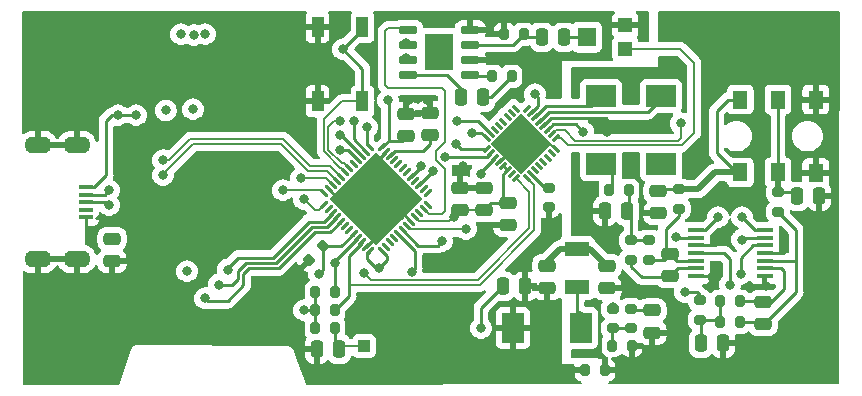
<source format=gbr>
%TF.GenerationSoftware,KiCad,Pcbnew,(6.0.0)*%
%TF.CreationDate,2022-03-10T17:49:04+08:00*%
%TF.ProjectId,st_usbAudioV1_demo,73745f75-7362-4417-9564-696f56315f64,rev?*%
%TF.SameCoordinates,Original*%
%TF.FileFunction,Copper,L1,Top*%
%TF.FilePolarity,Positive*%
%FSLAX46Y46*%
G04 Gerber Fmt 4.6, Leading zero omitted, Abs format (unit mm)*
G04 Created by KiCad (PCBNEW (6.0.0)) date 2022-03-10 17:49:04*
%MOMM*%
%LPD*%
G01*
G04 APERTURE LIST*
G04 Aperture macros list*
%AMRoundRect*
0 Rectangle with rounded corners*
0 $1 Rounding radius*
0 $2 $3 $4 $5 $6 $7 $8 $9 X,Y pos of 4 corners*
0 Add a 4 corners polygon primitive as box body*
4,1,4,$2,$3,$4,$5,$6,$7,$8,$9,$2,$3,0*
0 Add four circle primitives for the rounded corners*
1,1,$1+$1,$2,$3*
1,1,$1+$1,$4,$5*
1,1,$1+$1,$6,$7*
1,1,$1+$1,$8,$9*
0 Add four rect primitives between the rounded corners*
20,1,$1+$1,$2,$3,$4,$5,0*
20,1,$1+$1,$4,$5,$6,$7,0*
20,1,$1+$1,$6,$7,$8,$9,0*
20,1,$1+$1,$8,$9,$2,$3,0*%
%AMRotRect*
0 Rectangle, with rotation*
0 The origin of the aperture is its center*
0 $1 length*
0 $2 width*
0 $3 Rotation angle, in degrees counterclockwise*
0 Add horizontal line*
21,1,$1,$2,0,0,$3*%
G04 Aperture macros list end*
%TA.AperFunction,SMDPad,CuDef*%
%ADD10RoundRect,0.200000X-0.200000X-0.275000X0.200000X-0.275000X0.200000X0.275000X-0.200000X0.275000X0*%
%TD*%
%TA.AperFunction,SMDPad,CuDef*%
%ADD11RoundRect,0.250000X0.250000X0.475000X-0.250000X0.475000X-0.250000X-0.475000X0.250000X-0.475000X0*%
%TD*%
%TA.AperFunction,SMDPad,CuDef*%
%ADD12RoundRect,0.250000X-0.250000X-0.475000X0.250000X-0.475000X0.250000X0.475000X-0.250000X0.475000X0*%
%TD*%
%TA.AperFunction,SMDPad,CuDef*%
%ADD13RoundRect,0.250000X-0.475000X0.250000X-0.475000X-0.250000X0.475000X-0.250000X0.475000X0.250000X0*%
%TD*%
%TA.AperFunction,SMDPad,CuDef*%
%ADD14RotRect,0.254800X0.807999X45.000000*%
%TD*%
%TA.AperFunction,SMDPad,CuDef*%
%ADD15RotRect,0.254800X0.807999X315.000000*%
%TD*%
%TA.AperFunction,SMDPad,CuDef*%
%ADD16RotRect,3.606800X3.606800X315.000000*%
%TD*%
%TA.AperFunction,SMDPad,CuDef*%
%ADD17RoundRect,0.200000X0.275000X-0.200000X0.275000X0.200000X-0.275000X0.200000X-0.275000X-0.200000X0*%
%TD*%
%TA.AperFunction,SMDPad,CuDef*%
%ADD18R,1.000000X1.000000*%
%TD*%
%TA.AperFunction,SMDPad,CuDef*%
%ADD19RoundRect,0.250000X0.475000X-0.250000X0.475000X0.250000X-0.475000X0.250000X-0.475000X-0.250000X0*%
%TD*%
%TA.AperFunction,SMDPad,CuDef*%
%ADD20RoundRect,0.200000X-0.275000X0.200000X-0.275000X-0.200000X0.275000X-0.200000X0.275000X0.200000X0*%
%TD*%
%TA.AperFunction,SMDPad,CuDef*%
%ADD21R,1.200000X1.200000*%
%TD*%
%TA.AperFunction,SMDPad,CuDef*%
%ADD22R,1.500000X1.600000*%
%TD*%
%TA.AperFunction,SMDPad,CuDef*%
%ADD23RoundRect,0.200000X0.200000X0.275000X-0.200000X0.275000X-0.200000X-0.275000X0.200000X-0.275000X0*%
%TD*%
%TA.AperFunction,SMDPad,CuDef*%
%ADD24R,1.870200X2.540800*%
%TD*%
%TA.AperFunction,SMDPad,CuDef*%
%ADD25RoundRect,0.150000X0.650000X0.150000X-0.650000X0.150000X-0.650000X-0.150000X0.650000X-0.150000X0*%
%TD*%
%TA.AperFunction,SMDPad,CuDef*%
%ADD26R,2.410000X3.100000*%
%TD*%
%TA.AperFunction,SMDPad,CuDef*%
%ADD27R,2.540800X1.870200*%
%TD*%
%TA.AperFunction,SMDPad,CuDef*%
%ADD28RoundRect,0.062500X0.309359X-0.220971X-0.220971X0.309359X-0.309359X0.220971X0.220971X-0.309359X0*%
%TD*%
%TA.AperFunction,SMDPad,CuDef*%
%ADD29RoundRect,0.062500X0.309359X0.220971X0.220971X0.309359X-0.309359X-0.220971X-0.220971X-0.309359X0*%
%TD*%
%TA.AperFunction,SMDPad,CuDef*%
%ADD30RotRect,5.600000X5.600000X135.000000*%
%TD*%
%TA.AperFunction,SMDPad,CuDef*%
%ADD31R,2.000000X1.200000*%
%TD*%
%TA.AperFunction,SMDPad,CuDef*%
%ADD32R,1.143000X0.381000*%
%TD*%
%TA.AperFunction,ComponentPad*%
%ADD33O,2.300000X1.400000*%
%TD*%
%TA.AperFunction,SMDPad,CuDef*%
%ADD34R,1.244600X1.498600*%
%TD*%
%TA.AperFunction,SMDPad,CuDef*%
%ADD35RoundRect,0.200000X-0.053033X0.335876X-0.335876X0.053033X0.053033X-0.335876X0.335876X-0.053033X0*%
%TD*%
%TA.AperFunction,SMDPad,CuDef*%
%ADD36R,1.000000X1.700000*%
%TD*%
%TA.AperFunction,SMDPad,CuDef*%
%ADD37R,1.461999X0.354800*%
%TD*%
%TA.AperFunction,ViaPad*%
%ADD38C,0.800000*%
%TD*%
%TA.AperFunction,ViaPad*%
%ADD39C,3.600000*%
%TD*%
%TA.AperFunction,Conductor*%
%ADD40C,0.200000*%
%TD*%
%TA.AperFunction,Conductor*%
%ADD41C,0.250000*%
%TD*%
%TA.AperFunction,Conductor*%
%ADD42C,0.150000*%
%TD*%
%TA.AperFunction,Conductor*%
%ADD43C,0.500000*%
%TD*%
G04 APERTURE END LIST*
D10*
%TO.P,R14,1*%
%TO.N,+3V3*%
X142283000Y-81868000D03*
%TO.P,R14,2*%
%TO.N,/SCL*%
X143933000Y-81868000D03*
%TD*%
D11*
%TO.P,C2,1*%
%TO.N,GND*%
X160060000Y-81360000D03*
%TO.P,C2,2*%
%TO.N,+5V*%
X158160000Y-81360000D03*
%TD*%
D12*
%TO.P,C19,1*%
%TO.N,Net-(C19-Pad1)*%
X161462000Y-60278000D03*
%TO.P,C19,2*%
%TO.N,Net-(C19-Pad2)*%
X163362000Y-60278000D03*
%TD*%
D13*
%TO.P,C30,1*%
%TO.N,Net-(C30-Pad1)*%
X180192000Y-82696000D03*
%TO.P,C30,2*%
%TO.N,Net-(C30-Pad2)*%
X180192000Y-84596000D03*
%TD*%
D14*
%TO.P,U4,1,LIP*%
%TO.N,unconnected-(U4-Pad1)*%
X159269655Y-66376413D03*
%TO.P,U4,2,LIN*%
%TO.N,unconnected-(U4-Pad2)*%
X158916102Y-66729966D03*
%TO.P,U4,3,L2/GPIO2*%
%TO.N,/L2*%
X158562549Y-67083519D03*
%TO.P,U4,4,RIP*%
%TO.N,unconnected-(U4-Pad4)*%
X158208995Y-67437073D03*
%TO.P,U4,5,RIN*%
%TO.N,unconnected-(U4-Pad5)*%
X157855442Y-67790626D03*
%TO.P,U4,6,R2/GPIO3*%
%TO.N,/R2*%
X157501888Y-68144180D03*
%TO.P,U4,7,LRC*%
%TO.N,/LRCK*%
X157148335Y-68497733D03*
%TO.P,U4,8,BCLK*%
%TO.N,/BCLK*%
X156794782Y-68851286D03*
D15*
%TO.P,U4,9,ADCDAT*%
%TO.N,/SDOUT*%
X156794782Y-69767556D03*
%TO.P,U4,10,DACDAT*%
%TO.N,/SDIN*%
X157148335Y-70121109D03*
%TO.P,U4,11,MCLK*%
%TO.N,Net-(U4-Pad11)*%
X157501888Y-70474662D03*
%TO.P,U4,12,DGND*%
%TO.N,GND*%
X157855442Y-70828216D03*
%TO.P,U4,13,DCVDD*%
%TO.N,+3V3*%
X158208995Y-71181769D03*
%TO.P,U4,14,DBVDD*%
X158562549Y-71535323D03*
%TO.P,U4,15,CSB/GPIO1*%
%TO.N,unconnected-(U4-Pad15)*%
X158916102Y-71888876D03*
%TO.P,U4,16,SCLK*%
%TO.N,/SCL*%
X159269655Y-72242429D03*
D14*
%TO.P,U4,17,SDIN*%
%TO.N,/SDA*%
X160185925Y-72242429D03*
%TO.P,U4,18,MODE*%
%TO.N,Net-(R12-Pad1)*%
X160539478Y-71888876D03*
%TO.P,U4,19,AUXL*%
%TO.N,unconnected-(U4-Pad19)*%
X160893031Y-71535323D03*
%TO.P,U4,20,AUXR*%
%TO.N,unconnected-(U4-Pad20)*%
X161246585Y-71181769D03*
%TO.P,U4,21,OUT4*%
%TO.N,unconnected-(U4-Pad21)*%
X161600138Y-70828216D03*
%TO.P,U4,22,OUT3*%
%TO.N,unconnected-(U4-Pad22)*%
X161953692Y-70474662D03*
%TO.P,U4,23,ROUT2*%
%TO.N,unconnected-(U4-Pad23)*%
X162307245Y-70121109D03*
%TO.P,U4,24,SPKGND*%
%TO.N,GND*%
X162660798Y-69767556D03*
D15*
%TO.P,U4,25,LOUT2*%
%TO.N,/SPK+*%
X162660798Y-68851286D03*
%TO.P,U4,26,SPKVDD*%
%TO.N,+5V*%
X162307245Y-68497733D03*
%TO.P,U4,27,VMID*%
%TO.N,Net-(C27-Pad2)*%
X161953692Y-68144180D03*
%TO.P,U4,28,AGND*%
%TO.N,GNDA*%
X161600138Y-67790626D03*
%TO.P,U4,29,ROUT1*%
%TO.N,/ROUT*%
X161246585Y-67437073D03*
%TO.P,U4,30,LOUT1*%
%TO.N,/LOUT*%
X160893031Y-67083519D03*
%TO.P,U4,31,AVDD*%
%TO.N,+3.3VA*%
X160539478Y-66729966D03*
%TO.P,U4,32,MICBIAS*%
%TO.N,unconnected-(U4-Pad32)*%
X160185925Y-66376413D03*
D16*
%TO.P,U4,33,GND*%
%TO.N,GND*%
X159727790Y-69309421D03*
%TD*%
D17*
%TO.P,R23,1*%
%TO.N,Net-(C29-Pad1)*%
X173080000Y-74819000D03*
%TO.P,R23,2*%
%TO.N,Net-(C34-Pad1)*%
X173080000Y-73169000D03*
%TD*%
D10*
%TO.P,R17,1*%
%TO.N,GND*%
X158285000Y-60024000D03*
%TO.P,R17,2*%
%TO.N,Net-(C19-Pad1)*%
X159935000Y-60024000D03*
%TD*%
D18*
%TO.P,TP7,1,1*%
%TO.N,/NRST*%
X146410000Y-86440000D03*
%TD*%
D11*
%TO.P,C26,1*%
%TO.N,GNDA*%
X176824000Y-86186000D03*
%TO.P,C26,2*%
%TO.N,Net-(C26-Pad2)*%
X174924000Y-86186000D03*
%TD*%
D19*
%TO.P,C37,1*%
%TO.N,GND*%
X125074000Y-79262000D03*
%TO.P,C37,2*%
%TO.N,+3V3*%
X125074000Y-77362000D03*
%TD*%
D20*
%TO.P,R16,1*%
%TO.N,Net-(C25-Pad1)*%
X169016000Y-77487000D03*
%TO.P,R16,2*%
%TO.N,Net-(C29-Pad2)*%
X169016000Y-79137000D03*
%TD*%
D13*
%TO.P,C34,1*%
%TO.N,Net-(C34-Pad1)*%
X171302000Y-73298000D03*
%TO.P,C34,2*%
%TO.N,GNDA*%
X171302000Y-75198000D03*
%TD*%
D10*
%TO.P,R26,1*%
%TO.N,Net-(R25-Pad2)*%
X167429000Y-86389200D03*
%TO.P,R26,2*%
%TO.N,GNDA*%
X169079000Y-86389200D03*
%TD*%
D21*
%TO.P,RV1,1,1*%
%TO.N,/SPK+*%
X168530000Y-61278000D03*
D22*
%TO.P,RV1,2,2*%
%TO.N,Net-(C19-Pad2)*%
X165280000Y-60278000D03*
D21*
%TO.P,RV1,3,3*%
%TO.N,GND*%
X168530000Y-59278000D03*
%TD*%
D23*
%TO.P,R18,1*%
%TO.N,Net-(C22-Pad2)*%
X158919000Y-63580000D03*
%TO.P,R18,2*%
%TO.N,Net-(R18-Pad2)*%
X157269000Y-63580000D03*
%TD*%
D19*
%TO.P,C20,1*%
%TO.N,GND*%
X158602000Y-76214000D03*
%TO.P,C20,2*%
%TO.N,+3V3*%
X158602000Y-74314000D03*
%TD*%
D10*
%TO.P,R20,1*%
%TO.N,Net-(C26-Pad2)*%
X176573000Y-82630000D03*
%TO.P,R20,2*%
%TO.N,Net-(C30-Pad1)*%
X178223000Y-82630000D03*
%TD*%
D24*
%TO.P,C8,1*%
%TO.N,Net-(C8-Pad1)*%
X164785399Y-84916000D03*
%TO.P,C8,2*%
%TO.N,GND*%
X159022601Y-84916000D03*
%TD*%
D20*
%TO.P,R15,1*%
%TO.N,Net-(C25-Pad1)*%
X170540000Y-77487000D03*
%TO.P,R15,2*%
%TO.N,Net-(C29-Pad1)*%
X170540000Y-79137000D03*
%TD*%
D17*
%TO.P,R27,1*%
%TO.N,Net-(R25-Pad2)*%
X169016000Y-84916000D03*
%TO.P,R27,2*%
%TO.N,/UVP*%
X169016000Y-83266000D03*
%TD*%
D25*
%TO.P,U5,1,GAIN*%
%TO.N,Net-(R18-Pad2)*%
X155410000Y-63453000D03*
%TO.P,U5,2,-*%
%TO.N,GND*%
X155410000Y-62183000D03*
%TO.P,U5,3,+*%
%TO.N,Net-(C19-Pad1)*%
X155410000Y-60913000D03*
%TO.P,U5,4,GND*%
%TO.N,GND*%
X155410000Y-59643000D03*
%TO.P,U5,5*%
%TO.N,/AMP_OUT*%
X150110000Y-59643000D03*
%TO.P,U5,6,V+*%
%TO.N,+3V3*%
X150110000Y-60913000D03*
%TO.P,U5,7,BYPASS*%
%TO.N,Net-(C21-Pad2)*%
X150110000Y-62183000D03*
%TO.P,U5,8,GAIN*%
%TO.N,Net-(C22-Pad1)*%
X150110000Y-63453000D03*
D26*
%TO.P,U5,9*%
%TO.N,N/C*%
X152760000Y-61548000D03*
%TD*%
D12*
%TO.P,C4,1*%
%TO.N,GND*%
X142412000Y-86694000D03*
%TO.P,C4,2*%
%TO.N,/NRST*%
X144312000Y-86694000D03*
%TD*%
D27*
%TO.P,C24,1*%
%TO.N,/ROUT*%
X171556000Y-65270601D03*
%TO.P,C24,2*%
%TO.N,Net-(C24-Pad2)*%
X171556000Y-71033399D03*
%TD*%
D23*
%TO.P,R7,1*%
%TO.N,GNDA*%
X166793000Y-88472000D03*
%TO.P,R7,2*%
%TO.N,GND*%
X165143000Y-88472000D03*
%TD*%
D17*
%TO.P,R24,1*%
%TO.N,Net-(C30-Pad2)*%
X181462000Y-75073000D03*
%TO.P,R24,2*%
%TO.N,Net-(C35-Pad2)*%
X181462000Y-73423000D03*
%TD*%
D28*
%TO.P,U1,1,VBAT*%
%TO.N,+3V3*%
X147912136Y-78369223D03*
%TO.P,U1,2,PC13*%
%TO.N,unconnected-(U1-Pad2)*%
X148265689Y-78015670D03*
%TO.P,U1,3,PC14*%
%TO.N,unconnected-(U1-Pad3)*%
X148619243Y-77662116D03*
%TO.P,U1,4,PC15*%
%TO.N,unconnected-(U1-Pad4)*%
X148972796Y-77308563D03*
%TO.P,U1,5,PH0*%
%TO.N,Net-(C10-Pad1)*%
X149326349Y-76955010D03*
%TO.P,U1,6,PH1*%
%TO.N,Net-(C11-Pad1)*%
X149679903Y-76601456D03*
%TO.P,U1,7,NRST*%
%TO.N,/NRST*%
X150033456Y-76247903D03*
%TO.P,U1,8,VSSA*%
%TO.N,GND*%
X150387010Y-75894349D03*
%TO.P,U1,9,VDDA*%
%TO.N,+3V3*%
X150740563Y-75540796D03*
%TO.P,U1,10,PA0*%
%TO.N,/BLK*%
X151094116Y-75187243D03*
%TO.P,U1,11,PA1*%
%TO.N,/AMP_OUT*%
X151447670Y-74833689D03*
%TO.P,U1,12,PA2*%
%TO.N,unconnected-(U1-Pad12)*%
X151801223Y-74480136D03*
D29*
%TO.P,U1,13,PA3*%
%TO.N,unconnected-(U1-Pad13)*%
X151801223Y-73507864D03*
%TO.P,U1,14,PA4*%
%TO.N,unconnected-(U1-Pad14)*%
X151447670Y-73154311D03*
%TO.P,U1,15,PA5*%
%TO.N,/LCD_CLK*%
X151094116Y-72800757D03*
%TO.P,U1,16,PA6*%
%TO.N,unconnected-(U1-Pad16)*%
X150740563Y-72447204D03*
%TO.P,U1,17,PA7*%
%TO.N,/LCD_MOSI*%
X150387010Y-72093651D03*
%TO.P,U1,18,PB0*%
%TO.N,unconnected-(U1-Pad18)*%
X150033456Y-71740097D03*
%TO.P,U1,19,PB1*%
%TO.N,unconnected-(U1-Pad19)*%
X149679903Y-71386544D03*
%TO.P,U1,20,PB2*%
%TO.N,unconnected-(U1-Pad20)*%
X149326349Y-71032990D03*
%TO.P,U1,21,PB10*%
%TO.N,unconnected-(U1-Pad21)*%
X148972796Y-70679437D03*
%TO.P,U1,22,VCAP1*%
%TO.N,Net-(C14-Pad2)*%
X148619243Y-70325884D03*
%TO.P,U1,23,VSS*%
%TO.N,GND*%
X148265689Y-69972330D03*
%TO.P,U1,24,VDD*%
%TO.N,+3V3*%
X147912136Y-69618777D03*
D28*
%TO.P,U1,25,PB12*%
%TO.N,/LRCK*%
X146939864Y-69618777D03*
%TO.P,U1,26,PB13*%
%TO.N,/BCLK*%
X146586311Y-69972330D03*
%TO.P,U1,27,PB14*%
%TO.N,/SDOUT*%
X146232757Y-70325884D03*
%TO.P,U1,28,PB15*%
%TO.N,/SDIN*%
X145879204Y-70679437D03*
%TO.P,U1,29,PA8*%
%TO.N,unconnected-(U1-Pad29)*%
X145525651Y-71032990D03*
%TO.P,U1,30,PA9*%
%TO.N,/TX1*%
X145172097Y-71386544D03*
%TO.P,U1,31,PA10*%
%TO.N,/USR*%
X144818544Y-71740097D03*
%TO.P,U1,32,PA11*%
%TO.N,/USB1_D-*%
X144464990Y-72093651D03*
%TO.P,U1,33,PA12*%
%TO.N,/USB1_D+*%
X144111437Y-72447204D03*
%TO.P,U1,34,PA13*%
%TO.N,/SWDIO*%
X143757884Y-72800757D03*
%TO.P,U1,35,VSS*%
%TO.N,GND*%
X143404330Y-73154311D03*
%TO.P,U1,36,VDD*%
%TO.N,+3V3*%
X143050777Y-73507864D03*
D29*
%TO.P,U1,37,PA14*%
%TO.N,/SWCLK*%
X143050777Y-74480136D03*
%TO.P,U1,38,PA15*%
%TO.N,unconnected-(U1-Pad38)*%
X143404330Y-74833689D03*
%TO.P,U1,39,PB3*%
%TO.N,/LCD_RS*%
X143757884Y-75187243D03*
%TO.P,U1,40,PB4*%
%TO.N,/LCD_RST*%
X144111437Y-75540796D03*
%TO.P,U1,41,PB5*%
%TO.N,/LCD_CS*%
X144464990Y-75894349D03*
%TO.P,U1,42,PB6*%
%TO.N,unconnected-(U1-Pad42)*%
X144818544Y-76247903D03*
%TO.P,U1,43,PB7*%
%TO.N,unconnected-(U1-Pad43)*%
X145172097Y-76601456D03*
%TO.P,U1,44,BOOT0*%
%TO.N,/BOOT0*%
X145525651Y-76955010D03*
%TO.P,U1,45,PB8*%
%TO.N,/SCL*%
X145879204Y-77308563D03*
%TO.P,U1,46,PB9*%
%TO.N,/SDA*%
X146232757Y-77662116D03*
%TO.P,U1,47,VSS*%
%TO.N,GND*%
X146586311Y-78015670D03*
%TO.P,U1,48,VDD*%
%TO.N,+3V3*%
X146939864Y-78369223D03*
D30*
%TO.P,U1,49,VSS*%
%TO.N,GND*%
X147426000Y-73994000D03*
%TD*%
D31*
%TO.P,L1,1,1*%
%TO.N,Net-(C8-Pad1)*%
X164444000Y-81436000D03*
%TO.P,L1,2,2*%
%TO.N,+3.3VA*%
X164444000Y-78236000D03*
%TD*%
D11*
%TO.P,C25,1*%
%TO.N,Net-(C25-Pad1)*%
X168696000Y-75010000D03*
%TO.P,C25,2*%
%TO.N,GNDA*%
X166796000Y-75010000D03*
%TD*%
D13*
%TO.P,C36,1*%
%TO.N,/UVP*%
X170794000Y-83407200D03*
%TO.P,C36,2*%
%TO.N,GNDA*%
X170794000Y-85307200D03*
%TD*%
D19*
%TO.P,C13,1*%
%TO.N,GNDA*%
X166984000Y-81548000D03*
%TO.P,C13,2*%
%TO.N,+3.3VA*%
X166984000Y-79648000D03*
%TD*%
D13*
%TO.P,C14,1*%
%TO.N,GND*%
X151998000Y-66694000D03*
%TO.P,C14,2*%
%TO.N,Net-(C14-Pad2)*%
X151998000Y-68594000D03*
%TD*%
D11*
%TO.P,C35,1*%
%TO.N,GNDA*%
X184952000Y-73740000D03*
%TO.P,C35,2*%
%TO.N,Net-(C35-Pad2)*%
X183052000Y-73740000D03*
%TD*%
D19*
%TO.P,C12,1*%
%TO.N,GND*%
X161904000Y-81548000D03*
%TO.P,C12,2*%
%TO.N,+3.3VA*%
X161904000Y-79648000D03*
%TD*%
D13*
%TO.P,C18,1*%
%TO.N,GND*%
X156570000Y-73044000D03*
%TO.P,C18,2*%
%TO.N,+3V3*%
X156570000Y-74944000D03*
%TD*%
D12*
%TO.P,C22,1*%
%TO.N,Net-(C22-Pad1)*%
X154604000Y-65358000D03*
%TO.P,C22,2*%
%TO.N,Net-(C22-Pad2)*%
X156504000Y-65358000D03*
%TD*%
D32*
%TO.P,U8,1,vcc*%
%TO.N,+5V*%
X122875750Y-72952600D03*
%TO.P,U8,2,D-*%
%TO.N,Net-(R4-Pad2)*%
X122875750Y-73613000D03*
%TO.P,U8,3,D+*%
%TO.N,Net-(R3-Pad2)*%
X122875750Y-74248000D03*
%TO.P,U8,4,ID*%
%TO.N,unconnected-(U8-Pad4)*%
X122875750Y-74883000D03*
%TO.P,U8,5,GND*%
%TO.N,GND*%
X122875750Y-75543400D03*
D33*
%TO.P,U8,6,Shild*%
X122088350Y-79074000D03*
X118811750Y-79074000D03*
X122088350Y-69422000D03*
X118811750Y-69422000D03*
%TD*%
D10*
%TO.P,R5,1*%
%TO.N,Net-(C23-Pad2)*%
X167175000Y-73232000D03*
%TO.P,R5,2*%
%TO.N,Net-(C25-Pad1)*%
X168825000Y-73232000D03*
%TD*%
D34*
%TO.P,J6,1*%
%TO.N,GNDA*%
X184662400Y-65561200D03*
X184662400Y-71758800D03*
%TO.P,J6,2*%
%TO.N,Net-(C34-Pad1)*%
X178261600Y-65561200D03*
X178261600Y-71733400D03*
%TO.P,J6,3*%
%TO.N,Net-(C35-Pad2)*%
X181462000Y-65561200D03*
X181462000Y-71733400D03*
%TD*%
D35*
%TO.P,R1,1*%
%TO.N,/BOOT0*%
X142929363Y-77982637D03*
%TO.P,R1,2*%
%TO.N,GND*%
X141762637Y-79149363D03*
%TD*%
D36*
%TO.P,S1,1*%
%TO.N,/USR*%
X146278000Y-59414000D03*
%TO.P,S1,2*%
X146278000Y-65714000D03*
%TO.P,S1,3*%
%TO.N,GND*%
X142478000Y-59414000D03*
%TO.P,S1,4*%
X142478000Y-65714000D03*
%TD*%
D10*
%TO.P,R2,1*%
%TO.N,+3V3*%
X142283000Y-84916000D03*
%TO.P,R2,2*%
%TO.N,/NRST*%
X143933000Y-84916000D03*
%TD*%
D27*
%TO.P,C23,1*%
%TO.N,/LOUT*%
X166476000Y-65270601D03*
%TO.P,C23,2*%
%TO.N,Net-(C23-Pad2)*%
X166476000Y-71033399D03*
%TD*%
D20*
%TO.P,R12,1*%
%TO.N,Net-(R12-Pad1)*%
X162031000Y-73042000D03*
%TO.P,R12,2*%
%TO.N,GND*%
X162031000Y-74692000D03*
%TD*%
D13*
%TO.P,C29,1*%
%TO.N,Net-(C29-Pad1)*%
X172318000Y-78632000D03*
%TO.P,C29,2*%
%TO.N,Net-(C29-Pad2)*%
X172318000Y-80532000D03*
%TD*%
D19*
%TO.P,C15,1*%
%TO.N,+3V3*%
X154538000Y-74944000D03*
%TO.P,C15,2*%
%TO.N,GND*%
X154538000Y-73044000D03*
%TD*%
D37*
%TO.P,U6,1,INR+*%
%TO.N,GNDA*%
X180319000Y-80516001D03*
%TO.P,U6,2,INR-*%
%TO.N,Net-(C30-Pad1)*%
X180319000Y-79866000D03*
%TO.P,U6,3,OUTR*%
%TO.N,Net-(C30-Pad2)*%
X180319000Y-79215999D03*
%TO.P,U6,4,GND*%
%TO.N,GNDA*%
X180319000Y-78566000D03*
%TO.P,U6,5,\u002AMUTE*%
%TO.N,Net-(R22-Pad1)*%
X180319000Y-77916001D03*
%TO.P,U6,6,VSS*%
%TO.N,Net-(C31-Pad2)*%
X180319000Y-77266000D03*
%TO.P,U6,7,CN-*%
%TO.N,Net-(C33-Pad2)*%
X180319000Y-76616001D03*
%TO.P,U6,8,CP*%
%TO.N,Net-(C33-Pad1)*%
X174477000Y-76615999D03*
%TO.P,U6,9,VDD*%
%TO.N,+3.3VA*%
X174477000Y-77266000D03*
%TO.P,U6,10,GND*%
%TO.N,GNDA*%
X174477000Y-77915999D03*
%TO.P,U6,11,UVP*%
%TO.N,/UVP*%
X174477000Y-78566000D03*
%TO.P,U6,12,OUTL*%
%TO.N,Net-(C29-Pad1)*%
X174477000Y-79215999D03*
%TO.P,U6,13,INL-*%
%TO.N,Net-(C29-Pad2)*%
X174477000Y-79866000D03*
%TO.P,U6,14,INL+*%
%TO.N,GNDA*%
X174477000Y-80515999D03*
%TD*%
D20*
%TO.P,R25,1*%
%TO.N,+3.3VA*%
X167492000Y-83278200D03*
%TO.P,R25,2*%
%TO.N,Net-(R25-Pad2)*%
X167492000Y-84928200D03*
%TD*%
D10*
%TO.P,R21,1*%
%TO.N,Net-(C26-Pad2)*%
X176573000Y-84408000D03*
%TO.P,R21,2*%
%TO.N,Net-(C30-Pad2)*%
X178223000Y-84408000D03*
%TD*%
D13*
%TO.P,C5,1*%
%TO.N,GND*%
X149966000Y-66760000D03*
%TO.P,C5,2*%
%TO.N,+3V3*%
X149966000Y-68660000D03*
%TD*%
D20*
%TO.P,R11,1*%
%TO.N,Net-(C24-Pad2)*%
X174858000Y-82567000D03*
%TO.P,R11,2*%
%TO.N,Net-(C26-Pad2)*%
X174858000Y-84217000D03*
%TD*%
D10*
%TO.P,R13,1*%
%TO.N,+3V3*%
X142283000Y-83392000D03*
%TO.P,R13,2*%
%TO.N,/SDA*%
X143933000Y-83392000D03*
%TD*%
D38*
%TO.N,GNDA*%
X173228000Y-84328000D03*
X180594000Y-86360000D03*
X183642000Y-75438000D03*
X184150000Y-76962000D03*
X184150000Y-79248000D03*
X184150000Y-81788000D03*
X182880000Y-84074000D03*
X178816000Y-87630000D03*
X176530000Y-88138000D03*
X173228000Y-88138000D03*
X173228000Y-86360000D03*
X168656000Y-81026000D03*
%TO.N,GND*%
X129286000Y-81788000D03*
%TO.N,+5V*%
X127106000Y-66882000D03*
X129632000Y-66476000D03*
X173228000Y-67564000D03*
X156316000Y-84916000D03*
X125582000Y-66882000D03*
%TO.N,GND*%
X152252000Y-79328000D03*
D39*
X120000000Y-87500000D03*
D38*
X146918000Y-73232000D03*
X146664000Y-71708000D03*
X145394000Y-72978000D03*
X140822000Y-81360000D03*
D39*
X120000000Y-60500000D03*
D38*
X157332000Y-62056000D03*
X157078000Y-78058000D03*
X151744000Y-65612000D03*
X158856000Y-62056000D03*
X148188000Y-72216000D03*
X150220000Y-65612000D03*
X139298000Y-75518000D03*
X159766000Y-70612000D03*
X132694000Y-79074000D03*
X154792000Y-71200000D03*
X159618000Y-68660000D03*
X145648000Y-74248000D03*
%TO.N,/BOOT0*%
X142600000Y-80344000D03*
%TO.N,/NRST*%
X146410000Y-86440000D03*
X155046000Y-76534000D03*
%TO.N,+3V3*%
X132008000Y-60100000D03*
X148442000Y-65612000D03*
X153997000Y-75485000D03*
X125074000Y-77296000D03*
X158602000Y-74314000D03*
X141330000Y-83392000D03*
X132948000Y-60024000D03*
X131932000Y-66374000D03*
X149966000Y-60786000D03*
X131424000Y-80090000D03*
X139552000Y-73232000D03*
X130916000Y-60024000D03*
X147680000Y-79836000D03*
%TO.N,Net-(C10-Pad1)*%
X150435852Y-80128148D03*
%TO.N,Net-(C11-Pad1)*%
X153014000Y-77550000D03*
%TO.N,+3.3VA*%
X167492000Y-83138000D03*
X160888000Y-65104000D03*
X166951000Y-79615000D03*
X172826000Y-77169000D03*
X164444000Y-78236000D03*
%TO.N,/USR*%
X144632000Y-61294000D03*
%TO.N,Net-(C21-Pad2)*%
X149966000Y-62056000D03*
D39*
%TO.N,GNDA*%
X184000000Y-60500000D03*
D38*
X166984000Y-68279000D03*
X176509000Y-77550000D03*
D39*
X184000000Y-87500000D03*
D38*
X171810000Y-67898000D03*
X181970000Y-78058000D03*
X175874000Y-80598000D03*
X169016000Y-70692000D03*
X165714000Y-72978000D03*
X180446000Y-81360000D03*
X172318000Y-62818000D03*
X164444000Y-63326000D03*
%TO.N,Net-(C24-Pad2)*%
X173588000Y-81868000D03*
X171429000Y-71073000D03*
%TO.N,Net-(C27-Pad2)*%
X164952000Y-68279000D03*
%TO.N,Net-(C31-Pad2)*%
X178414000Y-77423000D03*
%TO.N,Net-(C33-Pad1)*%
X176382000Y-75518000D03*
%TO.N,/SWDIO*%
X141076000Y-72216000D03*
%TO.N,/SWCLK*%
X141330000Y-73994000D03*
%TO.N,/TX1*%
X144378000Y-67390000D03*
%TO.N,/LCD_CS*%
X132948000Y-82376000D03*
%TO.N,/LCD_CLK*%
X152252000Y-71581000D03*
%TO.N,/LCD_MOSI*%
X151236000Y-71200000D03*
%TO.N,/LCD_RS*%
X134853000Y-79963000D03*
%TO.N,/LCD_RST*%
X134091000Y-81233000D03*
%TO.N,Net-(C33-Pad2)*%
X178414000Y-75518000D03*
%TO.N,/USB1_D+*%
X129392000Y-71962000D03*
%TO.N,/USB1_D-*%
X129392000Y-70692000D03*
%TO.N,/SCL*%
X146410000Y-80217000D03*
X143933000Y-79392000D03*
%TO.N,/UVP*%
X170794000Y-83407200D03*
X177398000Y-81233000D03*
%TO.N,Net-(R22-Pad1)*%
X178287000Y-80344000D03*
%TO.N,/SDIN*%
X153268000Y-70438000D03*
X144378000Y-69803000D03*
%TO.N,/SDOUT*%
X144378000Y-68533000D03*
X154157000Y-69295000D03*
%TO.N,/BCLK*%
X155554000Y-68406000D03*
X145521000Y-67390000D03*
%TO.N,/LRCK*%
X154284000Y-67390000D03*
X146664000Y-67898000D03*
%TO.N,Net-(C8-Pad1)*%
X164698000Y-85678000D03*
X164698000Y-83900000D03*
%TO.N,Net-(R3-Pad2)*%
X124820000Y-74502000D03*
%TO.N,Net-(R4-Pad2)*%
X124820000Y-73232000D03*
%TO.N,Net-(U4-Pad11)*%
X156316000Y-71835000D03*
%TD*%
D40*
%TO.N,/USB1_D+*%
X131932000Y-69313520D02*
X129392000Y-71853520D01*
%TO.N,/USB1_D-*%
X131678000Y-68914000D02*
X129900000Y-70692000D01*
X129900000Y-70692000D02*
X129392000Y-70692000D01*
D41*
%TO.N,Net-(C34-Pad1)*%
X176276000Y-70104000D02*
X177905400Y-71733400D01*
X177905400Y-71733400D02*
X178261600Y-71733400D01*
X176276000Y-66548000D02*
X176276000Y-70104000D01*
X177262800Y-65561200D02*
X176276000Y-66548000D01*
X178261600Y-65561200D02*
X177262800Y-65561200D01*
D40*
%TO.N,/SWCLK*%
X142600913Y-74930000D02*
X143050777Y-74480136D01*
X142266000Y-74930000D02*
X142600913Y-74930000D01*
X141330000Y-73994000D02*
X142266000Y-74930000D01*
D42*
%TO.N,/USR*%
X143002000Y-67242000D02*
X144530000Y-65714000D01*
X143002000Y-69937295D02*
X143002000Y-67242000D01*
X144423967Y-71345520D02*
X144410225Y-71345520D01*
X144410225Y-71345520D02*
X143002000Y-69937295D01*
X144818544Y-71740097D02*
X144423967Y-71345520D01*
X144530000Y-65714000D02*
X146278000Y-65714000D01*
D41*
%TO.N,+5V*%
X124566000Y-71962000D02*
X124566000Y-67644000D01*
D42*
X164297480Y-69047480D02*
X172974000Y-69047480D01*
D41*
X124058000Y-72470000D02*
X124566000Y-71962000D01*
D42*
X163401010Y-68151010D02*
X164297480Y-69047480D01*
D41*
X122875750Y-72952600D02*
X123575400Y-72952600D01*
D42*
X172974000Y-69047480D02*
X173228000Y-68793480D01*
D41*
X158160000Y-81360000D02*
X156316000Y-83204000D01*
X125074000Y-66882000D02*
X125582000Y-66882000D01*
X124566000Y-67644000D02*
X124566000Y-67390000D01*
D42*
X162307245Y-68497733D02*
X162653968Y-68151010D01*
D41*
X123575400Y-72952600D02*
X124058000Y-72470000D01*
X124566000Y-67390000D02*
X125074000Y-66882000D01*
X125582000Y-66882000D02*
X127106000Y-66882000D01*
X156316000Y-83204000D02*
X156316000Y-84916000D01*
D42*
X162653968Y-68151010D02*
X163401010Y-68151010D01*
X173228000Y-68793480D02*
X173228000Y-67564000D01*
D41*
%TO.N,GND*%
X148265689Y-69972330D02*
X147426000Y-70812019D01*
X159374237Y-69309421D02*
X159727790Y-69309421D01*
X146586311Y-78015670D02*
X147426000Y-77175981D01*
X157855442Y-70828216D02*
X159374237Y-69309421D01*
D40*
X162582142Y-69767556D02*
X162124007Y-69309421D01*
D41*
X147426000Y-70812019D02*
X147426000Y-73994000D01*
X148094651Y-73994000D02*
X147426000Y-73994000D01*
D40*
X162124007Y-69309421D02*
X159727790Y-69309421D01*
D41*
X147426000Y-77175981D02*
X147426000Y-73994000D01*
X148486661Y-73994000D02*
X147426000Y-73994000D01*
X149652176Y-75551525D02*
X148094651Y-73994000D01*
D40*
X162660798Y-69767556D02*
X162582142Y-69767556D01*
D41*
X143404330Y-73154311D02*
X144244019Y-73994000D01*
X150387010Y-75894349D02*
X148486661Y-73994000D01*
X144244019Y-73994000D02*
X147426000Y-73994000D01*
%TO.N,/BOOT0*%
X142929363Y-77982637D02*
X142929363Y-80014637D01*
X144498024Y-77982637D02*
X142929363Y-77982637D01*
X142929363Y-80014637D02*
X142600000Y-80344000D01*
X145525651Y-76955010D02*
X144498024Y-77982637D01*
D40*
%TO.N,/NRST*%
X155046000Y-76534000D02*
X155014272Y-76565728D01*
X144566000Y-86440000D02*
X144312000Y-86694000D01*
X155014272Y-76565728D02*
X150351281Y-76565728D01*
D41*
X143933000Y-86315000D02*
X144312000Y-86694000D01*
X143933000Y-84916000D02*
X143933000Y-86315000D01*
D40*
X146410000Y-86440000D02*
X144566000Y-86440000D01*
X150351281Y-76565728D02*
X150033456Y-76247903D01*
%TO.N,+3V3*%
X153997000Y-75485000D02*
X154538000Y-74944000D01*
D41*
X147426000Y-79836000D02*
X147680000Y-79836000D01*
X158562549Y-71535323D02*
X158208995Y-71181769D01*
D40*
X143050777Y-73507864D02*
X142774913Y-73232000D01*
D41*
X157200000Y-74314000D02*
X156570000Y-74944000D01*
X158562549Y-71535323D02*
X158215826Y-71882046D01*
X146664000Y-79074000D02*
X147426000Y-79836000D01*
D40*
X151058389Y-75858622D02*
X153623378Y-75858622D01*
D41*
X148362913Y-79153087D02*
X147680000Y-79836000D01*
X142283000Y-83392000D02*
X141330000Y-83392000D01*
X149966000Y-68660000D02*
X149585000Y-69041000D01*
X158215826Y-73927826D02*
X158602000Y-74314000D01*
X148489913Y-69041000D02*
X147912136Y-69618777D01*
X158215826Y-71882046D02*
X158215826Y-73927826D01*
D40*
X142774913Y-73232000D02*
X139552000Y-73232000D01*
X150740563Y-75540796D02*
X151058389Y-75858622D01*
D41*
X148362913Y-78820000D02*
X148362913Y-79153087D01*
X148489913Y-65659913D02*
X148442000Y-65612000D01*
D40*
X153623378Y-75858622D02*
X153997000Y-75485000D01*
D41*
X148489913Y-69041000D02*
X148489913Y-65659913D01*
X146939864Y-78369223D02*
X146664000Y-78645087D01*
X142283000Y-84916000D02*
X142283000Y-81868000D01*
X158602000Y-74314000D02*
X157200000Y-74314000D01*
X146664000Y-78645087D02*
X146664000Y-79074000D01*
X149585000Y-69041000D02*
X148489913Y-69041000D01*
D40*
X154538000Y-74944000D02*
X156570000Y-74944000D01*
D41*
X147912136Y-78369223D02*
X148362913Y-78820000D01*
%TO.N,Net-(C10-Pad1)*%
X150728000Y-78356661D02*
X150728000Y-79836000D01*
X150728000Y-79836000D02*
X150435852Y-80128148D01*
X149326349Y-76955010D02*
X150728000Y-78356661D01*
%TO.N,Net-(C11-Pad1)*%
X152633000Y-77931000D02*
X153014000Y-77550000D01*
X151009447Y-77931000D02*
X152633000Y-77931000D01*
X149679903Y-76601456D02*
X151009447Y-77931000D01*
%TO.N,+3.3VA*%
X160539478Y-66722522D02*
X161142000Y-66120000D01*
D43*
X161904000Y-79328000D02*
X162996000Y-78236000D01*
X166951000Y-79615000D02*
X166984000Y-79648000D01*
D41*
X174477000Y-77266000D02*
X172923000Y-77266000D01*
D43*
X162996000Y-78236000D02*
X164444000Y-78236000D01*
X165572000Y-78236000D02*
X166951000Y-79615000D01*
X161904000Y-79648000D02*
X161904000Y-79328000D01*
X164444000Y-78236000D02*
X165572000Y-78236000D01*
D41*
X161142000Y-65358000D02*
X160888000Y-65104000D01*
X160539478Y-66729966D02*
X160539478Y-66722522D01*
X161142000Y-66120000D02*
X161142000Y-65358000D01*
X172923000Y-77266000D02*
X172826000Y-77169000D01*
%TO.N,/USR*%
X146278000Y-59648000D02*
X144632000Y-61294000D01*
X146278000Y-59414000D02*
X146278000Y-59648000D01*
X146278000Y-62940000D02*
X146278000Y-65714000D01*
X144632000Y-61294000D02*
X146278000Y-62940000D01*
%TO.N,Net-(C19-Pad2)*%
X165280000Y-60278000D02*
X163362000Y-60278000D01*
%TO.N,Net-(C19-Pad1)*%
X161462000Y-60278000D02*
X160189000Y-60278000D01*
X159935000Y-60024000D02*
X159046000Y-60913000D01*
X160189000Y-60278000D02*
X159935000Y-60024000D01*
X159046000Y-60913000D02*
X155410000Y-60913000D01*
%TO.N,Net-(C22-Pad2)*%
X157141000Y-65358000D02*
X158919000Y-63580000D01*
X156504000Y-65358000D02*
X157141000Y-65358000D01*
%TO.N,Net-(C22-Pad1)*%
X154604000Y-65358000D02*
X154604000Y-64662000D01*
X154604000Y-64662000D02*
X153395000Y-63453000D01*
X153395000Y-63453000D02*
X150110000Y-63453000D01*
%TO.N,Net-(C23-Pad2)*%
X167365000Y-71835000D02*
X167365000Y-73042000D01*
X167365000Y-73042000D02*
X167175000Y-73232000D01*
X166476000Y-71033399D02*
X166563399Y-71033399D01*
X166563399Y-71033399D02*
X167365000Y-71835000D01*
%TO.N,/LOUT*%
X161856550Y-66120000D02*
X165626601Y-66120000D01*
X165626601Y-66120000D02*
X166476000Y-65270601D01*
X160893031Y-67083519D02*
X161856550Y-66120000D01*
%TO.N,/ROUT*%
X161246585Y-67437073D02*
X162055658Y-66628000D01*
X162055658Y-66628000D02*
X170413000Y-66628000D01*
X171556000Y-65485000D02*
X171556000Y-65270601D01*
X170413000Y-66628000D02*
X171556000Y-65485000D01*
%TO.N,GNDA*%
X174477000Y-80515999D02*
X175791999Y-80515999D01*
X161600138Y-67790626D02*
X162254764Y-67136000D01*
X166915480Y-67136000D02*
X166984000Y-67204520D01*
X175791999Y-80515999D02*
X175874000Y-80598000D01*
X174477000Y-77915999D02*
X176143001Y-77915999D01*
X180319000Y-78566000D02*
X181970000Y-78566000D01*
X181970000Y-78566000D02*
X181970000Y-78058000D01*
X166984000Y-67204520D02*
X166984000Y-68279000D01*
X162254764Y-67136000D02*
X166915480Y-67136000D01*
X176143001Y-77915999D02*
X176509000Y-77550000D01*
%TO.N,Net-(C24-Pad2)*%
X173588000Y-81868000D02*
X174604000Y-81868000D01*
X174858000Y-82122000D02*
X174858000Y-82567000D01*
X174604000Y-81868000D02*
X174858000Y-82122000D01*
%TO.N,Net-(C25-Pad1)*%
X168696000Y-75010000D02*
X168696000Y-75071000D01*
X168825000Y-73232000D02*
X168825000Y-74881000D01*
X168696000Y-75071000D02*
X169016000Y-75391000D01*
X168825000Y-74881000D02*
X168696000Y-75010000D01*
X169016000Y-77487000D02*
X170540000Y-77487000D01*
X169016000Y-75391000D02*
X169016000Y-77487000D01*
%TO.N,Net-(C27-Pad2)*%
X164317000Y-67644000D02*
X162453872Y-67644000D01*
X162453872Y-67644000D02*
X161953692Y-68144180D01*
X164952000Y-68279000D02*
X164317000Y-67644000D01*
%TO.N,Net-(C29-Pad2)*%
X172252000Y-80598000D02*
X172318000Y-80532000D01*
X169016000Y-79137000D02*
X169016000Y-79709000D01*
X169905000Y-80598000D02*
X172252000Y-80598000D01*
X169016000Y-79709000D02*
X169905000Y-80598000D01*
X172984000Y-79866000D02*
X172318000Y-80532000D01*
X174477000Y-79866000D02*
X172984000Y-79866000D01*
%TO.N,Net-(C29-Pad1)*%
X174477000Y-79215999D02*
X172901999Y-79215999D01*
X170540000Y-79137000D02*
X171813000Y-79137000D01*
X172901999Y-79215999D02*
X172318000Y-78632000D01*
X171937000Y-78251000D02*
X171937000Y-76534000D01*
X173080000Y-75391000D02*
X173080000Y-74819000D01*
X172318000Y-78632000D02*
X171937000Y-78251000D01*
X171813000Y-79137000D02*
X172318000Y-78632000D01*
X171937000Y-76534000D02*
X173080000Y-75391000D01*
%TO.N,Net-(C31-Pad2)*%
X178571000Y-77266000D02*
X178414000Y-77423000D01*
X180319000Y-77266000D02*
X178571000Y-77266000D01*
%TO.N,Net-(C26-Pad2)*%
X174924000Y-86186000D02*
X174924000Y-84283000D01*
X174924000Y-84283000D02*
X174858000Y-84217000D01*
X174858000Y-84217000D02*
X176382000Y-84217000D01*
X176382000Y-84217000D02*
X176573000Y-84408000D01*
X176573000Y-82630000D02*
X176573000Y-84408000D01*
%TO.N,Net-(C30-Pad1)*%
X180888000Y-82696000D02*
X181970000Y-81614000D01*
X181970000Y-80090000D02*
X181746000Y-79866000D01*
X178223000Y-82630000D02*
X180126000Y-82630000D01*
X180192000Y-82696000D02*
X180888000Y-82696000D01*
X181970000Y-81614000D02*
X181970000Y-80090000D01*
X181746000Y-79866000D02*
X180319000Y-79866000D01*
X180126000Y-82630000D02*
X180192000Y-82696000D01*
%TO.N,Net-(C30-Pad2)*%
X180004000Y-84408000D02*
X180192000Y-84596000D01*
X182971001Y-79215999D02*
X180319000Y-79215999D01*
X182986000Y-79201000D02*
X182971001Y-79215999D01*
X180192000Y-84596000D02*
X180258000Y-84596000D01*
X180258000Y-84596000D02*
X182986000Y-81868000D01*
X182986000Y-81868000D02*
X182986000Y-76597000D01*
X178223000Y-84408000D02*
X180004000Y-84408000D01*
X182986000Y-76597000D02*
X181462000Y-75073000D01*
%TO.N,Net-(C33-Pad1)*%
X174477000Y-76615999D02*
X175284001Y-76615999D01*
X175284001Y-76615999D02*
X176382000Y-75518000D01*
D40*
%TO.N,/SWDIO*%
X141076000Y-72216000D02*
X143173127Y-72216000D01*
X143173127Y-72216000D02*
X143757884Y-72800757D01*
D42*
%TO.N,/TX1*%
X143362000Y-67898000D02*
X143362000Y-69803000D01*
X144505000Y-70946000D02*
X144731553Y-70946000D01*
X143870000Y-67390000D02*
X143362000Y-67898000D01*
X144378000Y-67390000D02*
X143870000Y-67390000D01*
X143362000Y-69803000D02*
X144505000Y-70946000D01*
X144731553Y-70946000D02*
X145172097Y-71386544D01*
D41*
%TO.N,/LCD_CS*%
X132948000Y-82376000D02*
X133202000Y-82630000D01*
X143561299Y-76798040D02*
X144464990Y-75894349D01*
X136641040Y-79846040D02*
X139171000Y-79846040D01*
X133202000Y-82630000D02*
X134853000Y-82630000D01*
X136191520Y-81291480D02*
X136191520Y-80295560D01*
X134853000Y-82630000D02*
X136191520Y-81291480D01*
X139171000Y-79846040D02*
X142219000Y-76798040D01*
X142219000Y-76798040D02*
X143561299Y-76798040D01*
X136191520Y-80295560D02*
X136641040Y-79846040D01*
%TO.N,/LCD_CLK*%
X151094116Y-72800757D02*
X152252000Y-71642873D01*
X152252000Y-71642873D02*
X152252000Y-71581000D01*
%TO.N,/LCD_MOSI*%
X151236000Y-71244661D02*
X151236000Y-71200000D01*
X150387010Y-72093651D02*
X151236000Y-71244661D01*
%TO.N,/LCD_RS*%
X141711000Y-75899000D02*
X138663000Y-78947000D01*
X134853000Y-79836000D02*
X134853000Y-79963000D01*
X143757884Y-75187243D02*
X143046127Y-75899000D01*
X138663000Y-78947000D02*
X135742000Y-78947000D01*
X143046127Y-75899000D02*
X141711000Y-75899000D01*
X135742000Y-78947000D02*
X134853000Y-79836000D01*
%TO.N,/LCD_RST*%
X144111437Y-75540796D02*
X143303713Y-76348520D01*
X143303713Y-76348520D02*
X141965000Y-76348520D01*
X135742000Y-80090000D02*
X135742000Y-80725000D01*
X138917000Y-79396520D02*
X136435480Y-79396520D01*
X135742000Y-80725000D02*
X135234000Y-81233000D01*
X141965000Y-76348520D02*
X138917000Y-79396520D01*
X135234000Y-81233000D02*
X134091000Y-81233000D01*
X136435480Y-79396520D02*
X135742000Y-80090000D01*
%TO.N,Net-(C33-Pad2)*%
X180319000Y-76616001D02*
X179512001Y-76616001D01*
X179512001Y-76616001D02*
X178414000Y-75518000D01*
D40*
%TO.N,/USB1_D+*%
X141672514Y-71599520D02*
X139386514Y-69313520D01*
X139386514Y-69313520D02*
X131932000Y-69313520D01*
X144111437Y-72447204D02*
X143263753Y-71599520D01*
X143263753Y-71599520D02*
X141672514Y-71599520D01*
X129392000Y-71853520D02*
X129392000Y-71962000D01*
%TO.N,/USB1_D-*%
X143571339Y-71200000D02*
X141838000Y-71200000D01*
X141838000Y-71200000D02*
X139552000Y-68914000D01*
X144464990Y-72093651D02*
X143571339Y-71200000D01*
X139552000Y-68914000D02*
X131678000Y-68914000D01*
D41*
%TO.N,Net-(R12-Pad1)*%
X161628602Y-72978000D02*
X162222000Y-72978000D01*
X160539478Y-71888876D02*
X161628602Y-72978000D01*
%TO.N,/SDA*%
X146232757Y-77676443D02*
X145140000Y-78769200D01*
D40*
X160779520Y-76642480D02*
X156189000Y-81233000D01*
X160779520Y-72836024D02*
X160779520Y-76642480D01*
D41*
X145140000Y-82185000D02*
X143933000Y-83392000D01*
D40*
X160185925Y-72242429D02*
X160779520Y-72836024D01*
D41*
X145140000Y-78769200D02*
X145140000Y-81233000D01*
X146232757Y-77662116D02*
X146232757Y-77676443D01*
D40*
X156189000Y-81233000D02*
X145140000Y-81233000D01*
D41*
X145140000Y-81233000D02*
X145140000Y-82185000D01*
D40*
%TO.N,/SCL*%
X160380000Y-73352774D02*
X160380000Y-76476994D01*
D41*
X143933000Y-79392000D02*
X143933000Y-79254767D01*
D40*
X147020659Y-80827659D02*
X146410000Y-80217000D01*
X160380000Y-76476994D02*
X156029335Y-80827659D01*
D41*
X143933000Y-81868000D02*
X143933000Y-79392000D01*
X143933000Y-79254767D02*
X145879204Y-77308563D01*
D40*
X156029335Y-80827659D02*
X147020659Y-80827659D01*
X159269655Y-72242429D02*
X160380000Y-73352774D01*
D41*
%TO.N,Net-(R18-Pad2)*%
X157269000Y-63580000D02*
X155537000Y-63580000D01*
X155537000Y-63580000D02*
X155410000Y-63453000D01*
D42*
%TO.N,/SPK+*%
X163682000Y-69422000D02*
X173334000Y-69422000D01*
X173191000Y-61278000D02*
X168530000Y-61278000D01*
X173334000Y-69422000D02*
X174350000Y-68406000D01*
X174350000Y-62437000D02*
X173191000Y-61278000D01*
X163111286Y-68851286D02*
X162660798Y-68851286D01*
X174350000Y-68406000D02*
X174350000Y-62437000D01*
X163682000Y-69422000D02*
X163111286Y-68851286D01*
D41*
%TO.N,/UVP*%
X169157200Y-83407200D02*
X169016000Y-83266000D01*
X177398000Y-79074000D02*
X176890000Y-78566000D01*
X177398000Y-81233000D02*
X177398000Y-79074000D01*
X176890000Y-78566000D02*
X174477000Y-78566000D01*
X170794000Y-83407200D02*
X169157200Y-83407200D01*
D43*
%TO.N,Net-(C34-Pad1)*%
X176102600Y-71733400D02*
X178261600Y-71733400D01*
X173080000Y-73169000D02*
X174667000Y-73169000D01*
D41*
X171431000Y-73169000D02*
X171302000Y-73298000D01*
D43*
X174667000Y-73169000D02*
X176102600Y-71733400D01*
D41*
X178261600Y-65561200D02*
X178363200Y-65561200D01*
X173080000Y-73169000D02*
X171431000Y-73169000D01*
%TO.N,Net-(R22-Pad1)*%
X179338001Y-77916001D02*
X178287000Y-78967002D01*
X178287000Y-78967002D02*
X178287000Y-80344000D01*
X180319000Y-77916001D02*
X179338001Y-77916001D01*
%TO.N,/SDIN*%
X145879204Y-70679437D02*
X145879204Y-70669204D01*
X145013000Y-69803000D02*
X144378000Y-69803000D01*
X156801612Y-70467832D02*
X157148335Y-70121109D01*
X145879204Y-70669204D02*
X145013000Y-69803000D01*
X153268000Y-70438000D02*
X153297832Y-70467832D01*
X153297832Y-70467832D02*
X156801612Y-70467832D01*
%TO.N,/SDOUT*%
X146232757Y-70325884D02*
X146232757Y-70324257D01*
X154629556Y-69767556D02*
X154157000Y-69295000D01*
X144441500Y-68533000D02*
X144378000Y-68533000D01*
X146232757Y-70324257D02*
X144441500Y-68533000D01*
X156794782Y-69767556D02*
X154629556Y-69767556D01*
%TO.N,/BCLK*%
X145521000Y-67390000D02*
X145521000Y-68907019D01*
X156349496Y-68406000D02*
X155554000Y-68406000D01*
X145521000Y-68907019D02*
X146586311Y-69972330D01*
X156794782Y-68851286D02*
X156349496Y-68406000D01*
%TO.N,/LRCK*%
X146664000Y-69342913D02*
X146664000Y-67898000D01*
X157148335Y-68497733D02*
X156040602Y-67390000D01*
X156040602Y-67390000D02*
X154284000Y-67390000D01*
X146939864Y-69618777D02*
X146664000Y-69342913D01*
%TO.N,Net-(R25-Pad2)*%
X167504200Y-84916000D02*
X167492000Y-84928200D01*
X169016000Y-84916000D02*
X167504200Y-84916000D01*
X167429000Y-84991200D02*
X167492000Y-84928200D01*
X167429000Y-86389200D02*
X167429000Y-84991200D01*
D40*
%TO.N,/AMP_OUT*%
X151877981Y-75264000D02*
X153014000Y-75264000D01*
X148442000Y-59516000D02*
X149983000Y-59516000D01*
X148442000Y-64596000D02*
X148188000Y-64342000D01*
X149983000Y-59516000D02*
X150110000Y-59643000D01*
X153014000Y-64596000D02*
X148442000Y-64596000D01*
X153268000Y-64850000D02*
X153014000Y-64596000D01*
X153268000Y-75010000D02*
X153268000Y-71454000D01*
X153014000Y-75264000D02*
X153268000Y-75010000D01*
X148188000Y-64342000D02*
X148188000Y-59770000D01*
X153268000Y-69133362D02*
X153268000Y-64850000D01*
X151447670Y-74833689D02*
X151877981Y-75264000D01*
X148188000Y-59770000D02*
X148442000Y-59516000D01*
X153268000Y-71454000D02*
X152506000Y-70692000D01*
X152506000Y-70692000D02*
X152506000Y-69895362D01*
X152506000Y-69895362D02*
X153268000Y-69133362D01*
D41*
%TO.N,Net-(C8-Pad1)*%
X164698000Y-83900000D02*
X164444000Y-83646000D01*
X164444000Y-83646000D02*
X164444000Y-81436000D01*
%TO.N,Net-(C35-Pad2)*%
X181462000Y-73423000D02*
X182735000Y-73423000D01*
D43*
X181462000Y-73423000D02*
X181462000Y-71733400D01*
D41*
X181462000Y-65561200D02*
X181462000Y-71733400D01*
X182735000Y-73423000D02*
X183052000Y-73740000D01*
%TO.N,Net-(R3-Pad2)*%
X124566000Y-74248000D02*
X124820000Y-74502000D01*
X122875750Y-74248000D02*
X124566000Y-74248000D01*
%TO.N,Net-(R4-Pad2)*%
X124439000Y-73613000D02*
X124820000Y-73232000D01*
X122875750Y-73613000D02*
X124439000Y-73613000D01*
%TO.N,Net-(U4-Pad11)*%
X156316000Y-71660550D02*
X156316000Y-71835000D01*
X157501888Y-70474662D02*
X156316000Y-71660550D01*
%TO.N,Net-(C14-Pad2)*%
X151998000Y-69295000D02*
X151998000Y-68594000D01*
X151363000Y-69930000D02*
X151998000Y-69295000D01*
X148619243Y-70325884D02*
X149015127Y-69930000D01*
X149015127Y-69930000D02*
X151363000Y-69930000D01*
%TD*%
%TA.AperFunction,Conductor*%
%TO.N,GND*%
G36*
X141538571Y-58078002D02*
G01*
X141585064Y-58131658D01*
X141595168Y-58201932D01*
X141571276Y-58259565D01*
X141533214Y-58310351D01*
X141524676Y-58325946D01*
X141479522Y-58446394D01*
X141475895Y-58461649D01*
X141470369Y-58512514D01*
X141470000Y-58519328D01*
X141470000Y-59141885D01*
X141474475Y-59157124D01*
X141475865Y-59158329D01*
X141483548Y-59160000D01*
X143467884Y-59160000D01*
X143483123Y-59155525D01*
X143484328Y-59154135D01*
X143485999Y-59146452D01*
X143485999Y-58519331D01*
X143485629Y-58512510D01*
X143480105Y-58461648D01*
X143476479Y-58446396D01*
X143431324Y-58325946D01*
X143422786Y-58310351D01*
X143384724Y-58259565D01*
X143359876Y-58193058D01*
X143374929Y-58123676D01*
X143425104Y-58073446D01*
X143485550Y-58058000D01*
X145269825Y-58058000D01*
X145337946Y-58078002D01*
X145384439Y-58131658D01*
X145394543Y-58201932D01*
X145370651Y-58259565D01*
X145333067Y-58309714D01*
X145327385Y-58317295D01*
X145276255Y-58453684D01*
X145269500Y-58515866D01*
X145269500Y-59708405D01*
X145249498Y-59776526D01*
X145232595Y-59797501D01*
X144681499Y-60348596D01*
X144619187Y-60382621D01*
X144592404Y-60385500D01*
X144536513Y-60385500D01*
X144530061Y-60386872D01*
X144530056Y-60386872D01*
X144462279Y-60401279D01*
X144349712Y-60425206D01*
X144343682Y-60427891D01*
X144343681Y-60427891D01*
X144181278Y-60500197D01*
X144181276Y-60500198D01*
X144175248Y-60502882D01*
X144169907Y-60506762D01*
X144169906Y-60506763D01*
X144154923Y-60517649D01*
X144020747Y-60615134D01*
X144016326Y-60620044D01*
X144016325Y-60620045D01*
X143936024Y-60709229D01*
X143892960Y-60757056D01*
X143797473Y-60922444D01*
X143738458Y-61104072D01*
X143737768Y-61110633D01*
X143737768Y-61110635D01*
X143725611Y-61226303D01*
X143718496Y-61294000D01*
X143719186Y-61300565D01*
X143734379Y-61445115D01*
X143738458Y-61483928D01*
X143797473Y-61665556D01*
X143892960Y-61830944D01*
X143897378Y-61835851D01*
X143897379Y-61835852D01*
X143991502Y-61940386D01*
X144020747Y-61972866D01*
X144175248Y-62085118D01*
X144181276Y-62087802D01*
X144181278Y-62087803D01*
X144264162Y-62124705D01*
X144349712Y-62162794D01*
X144443112Y-62182647D01*
X144530056Y-62201128D01*
X144530061Y-62201128D01*
X144536513Y-62202500D01*
X144592406Y-62202500D01*
X144660527Y-62222502D01*
X144681501Y-62239405D01*
X145607595Y-63165499D01*
X145641621Y-63227811D01*
X145644500Y-63254594D01*
X145644500Y-64283618D01*
X145624498Y-64351739D01*
X145570842Y-64398232D01*
X145562731Y-64401599D01*
X145539707Y-64410231D01*
X145539704Y-64410232D01*
X145531295Y-64413385D01*
X145414739Y-64500739D01*
X145327385Y-64617295D01*
X145276255Y-64753684D01*
X145269500Y-64815866D01*
X145269500Y-65004500D01*
X145249498Y-65072621D01*
X145195842Y-65119114D01*
X145143500Y-65130500D01*
X144576501Y-65130500D01*
X144560056Y-65129422D01*
X144530000Y-65125465D01*
X144491758Y-65130500D01*
X144491756Y-65130500D01*
X144377676Y-65145519D01*
X144294782Y-65179855D01*
X144235732Y-65204314D01*
X144201034Y-65230939D01*
X144113843Y-65297843D01*
X144108817Y-65304393D01*
X144108816Y-65304394D01*
X144095382Y-65321902D01*
X144084514Y-65334293D01*
X143487712Y-65931095D01*
X143425400Y-65965121D01*
X143398617Y-65968000D01*
X141488116Y-65968000D01*
X141472877Y-65972475D01*
X141471672Y-65973865D01*
X141470001Y-65981548D01*
X141470001Y-66608669D01*
X141470371Y-66615490D01*
X141475895Y-66666352D01*
X141479521Y-66681604D01*
X141524676Y-66802054D01*
X141533214Y-66817649D01*
X141609715Y-66919724D01*
X141622276Y-66932285D01*
X141724351Y-67008786D01*
X141739946Y-67017324D01*
X141860394Y-67062478D01*
X141875649Y-67066105D01*
X141926514Y-67071631D01*
X141933328Y-67072000D01*
X142292171Y-67072000D01*
X142360292Y-67092002D01*
X142406785Y-67145658D01*
X142417093Y-67214446D01*
X142413465Y-67242000D01*
X142415660Y-67258673D01*
X142417422Y-67272056D01*
X142418500Y-67288503D01*
X142418500Y-69890792D01*
X142417422Y-69907239D01*
X142413465Y-69937295D01*
X142423450Y-70013136D01*
X142433519Y-70089619D01*
X142492314Y-70231562D01*
X142497341Y-70238113D01*
X142578148Y-70343423D01*
X142585843Y-70353452D01*
X142592389Y-70358475D01*
X142592390Y-70358476D01*
X142601591Y-70365536D01*
X142643460Y-70422874D01*
X142647683Y-70493744D01*
X142612919Y-70555648D01*
X142550207Y-70588930D01*
X142524889Y-70591500D01*
X142142239Y-70591500D01*
X142074118Y-70571498D01*
X142053144Y-70554595D01*
X140016315Y-68517766D01*
X140005448Y-68505375D01*
X139991013Y-68486563D01*
X139985987Y-68480013D01*
X139954075Y-68455526D01*
X139954069Y-68455520D01*
X139865429Y-68387504D01*
X139865427Y-68387503D01*
X139858876Y-68382476D01*
X139710851Y-68321162D01*
X139702664Y-68320084D01*
X139702663Y-68320084D01*
X139691458Y-68318609D01*
X139660262Y-68314502D01*
X139591885Y-68305500D01*
X139591882Y-68305500D01*
X139591874Y-68305499D01*
X139560189Y-68301328D01*
X139552000Y-68300250D01*
X139520307Y-68304422D01*
X139503864Y-68305500D01*
X131726144Y-68305500D01*
X131709698Y-68304422D01*
X131686188Y-68301327D01*
X131678000Y-68300249D01*
X131519149Y-68321162D01*
X131371124Y-68382476D01*
X131340467Y-68406000D01*
X131275937Y-68455515D01*
X131275921Y-68455529D01*
X131250566Y-68474984D01*
X131250563Y-68474987D01*
X131244013Y-68480013D01*
X131238983Y-68486568D01*
X131224548Y-68505379D01*
X131213681Y-68517770D01*
X129897404Y-69834047D01*
X129835092Y-69868073D01*
X129764277Y-69863008D01*
X129757088Y-69860070D01*
X129674288Y-69823206D01*
X129630982Y-69814001D01*
X129493944Y-69784872D01*
X129493939Y-69784872D01*
X129487487Y-69783500D01*
X129296513Y-69783500D01*
X129290061Y-69784872D01*
X129290056Y-69784872D01*
X129203112Y-69803353D01*
X129109712Y-69823206D01*
X129103682Y-69825891D01*
X129103681Y-69825891D01*
X128941278Y-69898197D01*
X128941276Y-69898198D01*
X128935248Y-69900882D01*
X128929907Y-69904762D01*
X128929906Y-69904763D01*
X128896400Y-69929107D01*
X128780747Y-70013134D01*
X128776326Y-70018044D01*
X128776325Y-70018045D01*
X128671117Y-70134891D01*
X128652960Y-70155056D01*
X128557473Y-70320444D01*
X128498458Y-70502072D01*
X128497768Y-70508633D01*
X128497768Y-70508635D01*
X128489456Y-70587721D01*
X128478496Y-70692000D01*
X128479186Y-70698565D01*
X128494999Y-70849013D01*
X128498458Y-70881928D01*
X128557473Y-71063556D01*
X128652960Y-71228944D01*
X128665338Y-71242691D01*
X128696054Y-71306697D01*
X128687290Y-71377150D01*
X128665339Y-71411307D01*
X128652960Y-71425056D01*
X128557473Y-71590444D01*
X128498458Y-71772072D01*
X128497768Y-71778633D01*
X128497768Y-71778635D01*
X128487568Y-71875688D01*
X128478496Y-71962000D01*
X128479186Y-71968565D01*
X128497441Y-72142248D01*
X128498458Y-72151928D01*
X128557473Y-72333556D01*
X128560776Y-72339278D01*
X128560777Y-72339279D01*
X128592397Y-72394046D01*
X128652960Y-72498944D01*
X128657378Y-72503851D01*
X128657379Y-72503852D01*
X128767468Y-72626118D01*
X128780747Y-72640866D01*
X128935248Y-72753118D01*
X128941276Y-72755802D01*
X128941278Y-72755803D01*
X129023086Y-72792226D01*
X129109712Y-72830794D01*
X129203112Y-72850647D01*
X129290056Y-72869128D01*
X129290061Y-72869128D01*
X129296513Y-72870500D01*
X129487487Y-72870500D01*
X129493939Y-72869128D01*
X129493944Y-72869128D01*
X129580888Y-72850647D01*
X129674288Y-72830794D01*
X129760914Y-72792226D01*
X129842722Y-72755803D01*
X129842724Y-72755802D01*
X129848752Y-72753118D01*
X130003253Y-72640866D01*
X130016532Y-72626118D01*
X130126621Y-72503852D01*
X130126622Y-72503851D01*
X130131040Y-72498944D01*
X130191603Y-72394046D01*
X130223223Y-72339279D01*
X130223224Y-72339278D01*
X130226527Y-72333556D01*
X130285542Y-72151928D01*
X130286560Y-72142248D01*
X130304814Y-71968565D01*
X130305504Y-71962000D01*
X130296432Y-71875688D01*
X130309204Y-71805850D01*
X130332647Y-71773422D01*
X132147144Y-69958925D01*
X132209456Y-69924899D01*
X132236239Y-69922020D01*
X139082275Y-69922020D01*
X139150396Y-69942022D01*
X139171370Y-69958925D01*
X140525402Y-71312957D01*
X140559428Y-71375269D01*
X140554363Y-71446084D01*
X140510370Y-71503987D01*
X140464747Y-71537134D01*
X140460326Y-71542044D01*
X140460325Y-71542045D01*
X140365459Y-71647405D01*
X140336960Y-71679056D01*
X140333659Y-71684774D01*
X140246926Y-71835000D01*
X140241473Y-71844444D01*
X140182458Y-72026072D01*
X140181768Y-72032633D01*
X140181768Y-72032635D01*
X140163489Y-72206556D01*
X140162496Y-72216000D01*
X140163186Y-72222564D01*
X140172028Y-72306690D01*
X140159256Y-72376529D01*
X140110754Y-72428376D01*
X140041921Y-72445770D01*
X139995469Y-72434968D01*
X139840319Y-72365891D01*
X139840318Y-72365891D01*
X139834288Y-72363206D01*
X139717407Y-72338362D01*
X139653944Y-72324872D01*
X139653939Y-72324872D01*
X139647487Y-72323500D01*
X139456513Y-72323500D01*
X139450061Y-72324872D01*
X139450056Y-72324872D01*
X139386593Y-72338362D01*
X139269712Y-72363206D01*
X139263682Y-72365891D01*
X139263681Y-72365891D01*
X139101278Y-72438197D01*
X139101276Y-72438198D01*
X139095248Y-72440882D01*
X139089907Y-72444762D01*
X139089906Y-72444763D01*
X139054835Y-72470244D01*
X138940747Y-72553134D01*
X138936326Y-72558044D01*
X138936325Y-72558045D01*
X138858257Y-72644749D01*
X138812960Y-72695056D01*
X138717473Y-72860444D01*
X138658458Y-73042072D01*
X138657768Y-73048633D01*
X138657768Y-73048635D01*
X138650267Y-73120005D01*
X138638496Y-73232000D01*
X138639186Y-73238565D01*
X138656051Y-73399022D01*
X138658458Y-73421928D01*
X138717473Y-73603556D01*
X138812960Y-73768944D01*
X138817375Y-73773847D01*
X138817379Y-73773852D01*
X138911060Y-73877895D01*
X138940747Y-73910866D01*
X139015333Y-73965056D01*
X139076699Y-74009641D01*
X139095248Y-74023118D01*
X139101276Y-74025802D01*
X139101278Y-74025803D01*
X139263681Y-74098109D01*
X139269712Y-74100794D01*
X139363112Y-74120647D01*
X139450056Y-74139128D01*
X139450061Y-74139128D01*
X139456513Y-74140500D01*
X139647487Y-74140500D01*
X139653939Y-74139128D01*
X139653944Y-74139128D01*
X139740888Y-74120647D01*
X139834288Y-74100794D01*
X139840319Y-74098109D01*
X140002722Y-74025803D01*
X140002724Y-74025802D01*
X140008752Y-74023118D01*
X140027302Y-74009641D01*
X140141671Y-73926546D01*
X140163253Y-73910866D01*
X140168621Y-73904905D01*
X140189074Y-73882189D01*
X140249520Y-73844950D01*
X140282710Y-73840500D01*
X140292692Y-73840500D01*
X140360813Y-73860502D01*
X140407306Y-73914158D01*
X140418002Y-73979669D01*
X140416496Y-73994000D01*
X140417186Y-74000565D01*
X140435550Y-74175286D01*
X140436458Y-74183928D01*
X140495473Y-74365556D01*
X140498776Y-74371278D01*
X140498777Y-74371279D01*
X140522947Y-74413143D01*
X140590960Y-74530944D01*
X140595378Y-74535851D01*
X140595379Y-74535852D01*
X140675884Y-74625262D01*
X140718747Y-74672866D01*
X140873248Y-74785118D01*
X140879276Y-74787802D01*
X140879278Y-74787803D01*
X140909407Y-74801217D01*
X141047712Y-74862794D01*
X141135716Y-74881500D01*
X141228056Y-74901128D01*
X141228061Y-74901128D01*
X141234513Y-74902500D01*
X141325761Y-74902500D01*
X141393882Y-74922502D01*
X141414856Y-74939405D01*
X141562546Y-75087095D01*
X141596572Y-75149407D01*
X141591507Y-75220222D01*
X141548960Y-75277058D01*
X141519831Y-75293343D01*
X141511079Y-75296808D01*
X141499865Y-75300646D01*
X141457407Y-75312982D01*
X141450581Y-75317019D01*
X141439972Y-75323293D01*
X141422224Y-75331988D01*
X141403383Y-75339448D01*
X141396967Y-75344110D01*
X141396966Y-75344110D01*
X141367613Y-75365436D01*
X141357693Y-75371952D01*
X141326465Y-75390420D01*
X141326462Y-75390422D01*
X141319638Y-75394458D01*
X141305317Y-75408779D01*
X141290284Y-75421619D01*
X141273893Y-75433528D01*
X141266766Y-75442143D01*
X141245702Y-75467605D01*
X141237712Y-75476384D01*
X138437500Y-78276595D01*
X138375188Y-78310621D01*
X138348405Y-78313500D01*
X135820767Y-78313500D01*
X135809584Y-78312973D01*
X135802091Y-78311298D01*
X135794165Y-78311547D01*
X135794164Y-78311547D01*
X135734001Y-78313438D01*
X135730043Y-78313500D01*
X135702144Y-78313500D01*
X135698154Y-78314004D01*
X135686320Y-78314936D01*
X135642111Y-78316326D01*
X135634497Y-78318538D01*
X135634492Y-78318539D01*
X135622659Y-78321977D01*
X135603296Y-78325988D01*
X135583203Y-78328526D01*
X135575836Y-78331443D01*
X135575831Y-78331444D01*
X135542092Y-78344802D01*
X135530865Y-78348646D01*
X135488407Y-78360982D01*
X135481581Y-78365019D01*
X135470972Y-78371293D01*
X135453224Y-78379988D01*
X135434383Y-78387448D01*
X135427967Y-78392110D01*
X135427966Y-78392110D01*
X135398613Y-78413436D01*
X135388693Y-78419952D01*
X135357465Y-78438420D01*
X135357462Y-78438422D01*
X135350638Y-78442458D01*
X135336317Y-78456779D01*
X135321284Y-78469619D01*
X135304893Y-78481528D01*
X135299842Y-78487633D01*
X135299837Y-78487638D01*
X135276706Y-78515598D01*
X135268719Y-78524376D01*
X135008986Y-78784110D01*
X134759881Y-79033215D01*
X134696981Y-79067367D01*
X134679064Y-79071175D01*
X134577170Y-79092833D01*
X134577167Y-79092834D01*
X134570712Y-79094206D01*
X134564682Y-79096891D01*
X134564681Y-79096891D01*
X134402278Y-79169197D01*
X134402276Y-79169198D01*
X134396248Y-79171882D01*
X134390907Y-79175762D01*
X134390906Y-79175763D01*
X134366972Y-79193152D01*
X134241747Y-79284134D01*
X134237326Y-79289044D01*
X134237325Y-79289045D01*
X134124054Y-79414846D01*
X134113960Y-79426056D01*
X134074655Y-79494134D01*
X134033760Y-79564967D01*
X134018473Y-79591444D01*
X133959458Y-79773072D01*
X133958768Y-79779633D01*
X133958768Y-79779635D01*
X133940689Y-79951650D01*
X133939496Y-79963000D01*
X133940186Y-79969565D01*
X133958637Y-80145116D01*
X133959458Y-80152928D01*
X133970690Y-80187496D01*
X133972718Y-80258462D01*
X133936056Y-80319260D01*
X133877055Y-80349678D01*
X133815176Y-80362831D01*
X133815167Y-80362834D01*
X133808712Y-80364206D01*
X133802682Y-80366891D01*
X133802681Y-80366891D01*
X133640278Y-80439197D01*
X133640276Y-80439198D01*
X133634248Y-80441882D01*
X133628907Y-80445762D01*
X133628906Y-80445763D01*
X133609238Y-80460053D01*
X133479747Y-80554134D01*
X133475326Y-80559044D01*
X133475325Y-80559045D01*
X133432642Y-80606450D01*
X133351960Y-80696056D01*
X133256473Y-80861444D01*
X133197458Y-81043072D01*
X133177496Y-81233000D01*
X133187725Y-81330320D01*
X133174953Y-81400156D01*
X133126451Y-81452003D01*
X133057619Y-81469398D01*
X133049777Y-81468837D01*
X133043487Y-81467500D01*
X132852513Y-81467500D01*
X132846061Y-81468872D01*
X132846056Y-81468872D01*
X132759112Y-81487353D01*
X132665712Y-81507206D01*
X132659682Y-81509891D01*
X132659681Y-81509891D01*
X132497278Y-81582197D01*
X132497276Y-81582198D01*
X132491248Y-81584882D01*
X132336747Y-81697134D01*
X132332326Y-81702044D01*
X132332325Y-81702045D01*
X132220862Y-81825838D01*
X132208960Y-81839056D01*
X132168211Y-81909636D01*
X132121893Y-81989861D01*
X132113473Y-82004444D01*
X132054458Y-82186072D01*
X132053768Y-82192633D01*
X132053768Y-82192635D01*
X132042949Y-82295572D01*
X132034496Y-82376000D01*
X132035186Y-82382565D01*
X132053701Y-82558722D01*
X132054458Y-82565928D01*
X132113473Y-82747556D01*
X132116776Y-82753278D01*
X132116777Y-82753279D01*
X132132921Y-82781241D01*
X132208960Y-82912944D01*
X132213378Y-82917851D01*
X132213379Y-82917852D01*
X132293888Y-83007266D01*
X132336747Y-83054866D01*
X132384232Y-83089366D01*
X132475555Y-83155716D01*
X132491248Y-83167118D01*
X132497276Y-83169802D01*
X132497278Y-83169803D01*
X132627904Y-83227961D01*
X132665712Y-83244794D01*
X132751378Y-83263003D01*
X132846056Y-83283128D01*
X132846061Y-83283128D01*
X132852513Y-83284500D01*
X133043487Y-83284500D01*
X133059421Y-83281113D01*
X133123652Y-83267461D01*
X133169554Y-83266259D01*
X133174106Y-83266980D01*
X133174116Y-83266980D01*
X133181943Y-83268220D01*
X133189835Y-83267474D01*
X133208580Y-83265702D01*
X133225962Y-83264059D01*
X133237819Y-83263500D01*
X134774233Y-83263500D01*
X134785416Y-83264027D01*
X134792909Y-83265702D01*
X134800835Y-83265453D01*
X134800836Y-83265453D01*
X134860986Y-83263562D01*
X134864945Y-83263500D01*
X134892856Y-83263500D01*
X134896791Y-83263003D01*
X134896856Y-83262995D01*
X134908693Y-83262062D01*
X134940951Y-83261048D01*
X134944970Y-83260922D01*
X134952889Y-83260673D01*
X134972343Y-83255021D01*
X134991700Y-83251013D01*
X135003930Y-83249468D01*
X135003931Y-83249468D01*
X135011797Y-83248474D01*
X135019168Y-83245555D01*
X135019170Y-83245555D01*
X135052912Y-83232196D01*
X135064142Y-83228351D01*
X135098983Y-83218229D01*
X135098984Y-83218229D01*
X135106593Y-83216018D01*
X135113412Y-83211985D01*
X135113417Y-83211983D01*
X135124028Y-83205707D01*
X135141776Y-83197012D01*
X135160617Y-83189552D01*
X135196387Y-83163564D01*
X135206307Y-83157048D01*
X135237535Y-83138580D01*
X135237538Y-83138578D01*
X135244362Y-83134542D01*
X135258683Y-83120221D01*
X135273717Y-83107380D01*
X135283694Y-83100131D01*
X135290107Y-83095472D01*
X135318298Y-83061395D01*
X135326288Y-83052616D01*
X136583767Y-81795137D01*
X136592057Y-81787593D01*
X136598538Y-81783480D01*
X136645179Y-81733812D01*
X136647933Y-81730971D01*
X136667654Y-81711250D01*
X136670132Y-81708055D01*
X136677838Y-81699033D01*
X136684936Y-81691474D01*
X136708106Y-81666801D01*
X136717866Y-81649048D01*
X136728719Y-81632525D01*
X136729876Y-81631033D01*
X136741133Y-81616521D01*
X136758696Y-81575937D01*
X136763903Y-81565307D01*
X136785215Y-81526540D01*
X136787186Y-81518863D01*
X136787188Y-81518858D01*
X136790252Y-81506922D01*
X136796658Y-81488210D01*
X136801553Y-81476899D01*
X136804701Y-81469625D01*
X136805941Y-81461797D01*
X136805943Y-81461790D01*
X136811619Y-81425956D01*
X136814025Y-81414336D01*
X136823048Y-81379191D01*
X136823048Y-81379190D01*
X136825020Y-81371510D01*
X136825020Y-81351256D01*
X136826571Y-81331545D01*
X136828500Y-81319366D01*
X136829740Y-81311537D01*
X136825579Y-81267518D01*
X136825020Y-81255661D01*
X136825020Y-80610154D01*
X136845022Y-80542033D01*
X136861925Y-80521059D01*
X136866539Y-80516445D01*
X136928851Y-80482419D01*
X136955634Y-80479540D01*
X139092233Y-80479540D01*
X139103416Y-80480067D01*
X139110909Y-80481742D01*
X139118835Y-80481493D01*
X139118836Y-80481493D01*
X139178986Y-80479602D01*
X139182945Y-80479540D01*
X139210856Y-80479540D01*
X139214791Y-80479043D01*
X139214856Y-80479035D01*
X139226693Y-80478102D01*
X139258951Y-80477088D01*
X139262970Y-80476962D01*
X139270889Y-80476713D01*
X139290343Y-80471061D01*
X139309700Y-80467053D01*
X139321930Y-80465508D01*
X139321931Y-80465508D01*
X139329797Y-80464514D01*
X139337168Y-80461595D01*
X139337170Y-80461595D01*
X139370912Y-80448236D01*
X139382142Y-80444391D01*
X139416983Y-80434269D01*
X139416984Y-80434269D01*
X139424593Y-80432058D01*
X139431412Y-80428025D01*
X139431417Y-80428023D01*
X139442028Y-80421747D01*
X139459776Y-80413052D01*
X139478617Y-80405592D01*
X139514387Y-80379604D01*
X139524307Y-80373088D01*
X139555535Y-80354620D01*
X139555538Y-80354618D01*
X139562362Y-80350582D01*
X139576683Y-80336261D01*
X139591717Y-80323420D01*
X139601694Y-80316171D01*
X139608107Y-80311512D01*
X139636298Y-80277435D01*
X139644278Y-80268666D01*
X140571340Y-79341605D01*
X140633651Y-79307580D01*
X140704467Y-79312645D01*
X140761302Y-79355192D01*
X140772095Y-79372325D01*
X140835895Y-79494360D01*
X140843274Y-79505436D01*
X140884256Y-79554712D01*
X140888173Y-79559005D01*
X140928167Y-79598999D01*
X140942111Y-79606613D01*
X140943944Y-79606482D01*
X140950559Y-79602231D01*
X141673542Y-78879248D01*
X141735854Y-78845222D01*
X141806669Y-78850287D01*
X141851732Y-78879248D01*
X142032752Y-79060268D01*
X142066778Y-79122580D01*
X142061713Y-79193395D01*
X142032752Y-79238458D01*
X141313002Y-79958208D01*
X141305388Y-79972152D01*
X141305519Y-79973985D01*
X141309770Y-79980600D01*
X141353012Y-80023842D01*
X141357264Y-80027722D01*
X141406570Y-80068731D01*
X141417634Y-80076103D01*
X141556837Y-80148877D01*
X141570949Y-80154210D01*
X141596290Y-80160434D01*
X141657673Y-80196108D01*
X141690025Y-80259305D01*
X141691544Y-80295967D01*
X141687520Y-80334255D01*
X141686496Y-80344000D01*
X141687186Y-80350565D01*
X141700689Y-80479035D01*
X141706458Y-80533928D01*
X141765473Y-80715556D01*
X141768776Y-80721278D01*
X141768777Y-80721279D01*
X141807045Y-80787561D01*
X141823783Y-80856556D01*
X141800562Y-80923648D01*
X141763197Y-80958337D01*
X141642619Y-81031361D01*
X141521361Y-81152619D01*
X141432528Y-81299301D01*
X141381247Y-81462938D01*
X141374500Y-81536365D01*
X141374501Y-82199634D01*
X141381247Y-82273062D01*
X141395901Y-82319822D01*
X141397184Y-82390807D01*
X141359887Y-82451217D01*
X141295850Y-82481873D01*
X141275666Y-82483500D01*
X141234513Y-82483500D01*
X141228061Y-82484872D01*
X141228056Y-82484872D01*
X141143865Y-82502768D01*
X141047712Y-82523206D01*
X141041682Y-82525891D01*
X141041681Y-82525891D01*
X140879278Y-82598197D01*
X140879276Y-82598198D01*
X140873248Y-82600882D01*
X140867907Y-82604762D01*
X140867906Y-82604763D01*
X140864037Y-82607574D01*
X140718747Y-82713134D01*
X140714326Y-82718044D01*
X140714325Y-82718045D01*
X140610591Y-82833254D01*
X140590960Y-82855056D01*
X140495473Y-83020444D01*
X140436458Y-83202072D01*
X140435768Y-83208633D01*
X140435768Y-83208635D01*
X140421699Y-83342500D01*
X140416496Y-83392000D01*
X140417186Y-83398565D01*
X140432393Y-83543248D01*
X140436458Y-83581928D01*
X140495473Y-83763556D01*
X140498776Y-83769278D01*
X140498777Y-83769279D01*
X140523477Y-83812061D01*
X140590960Y-83928944D01*
X140595378Y-83933851D01*
X140595379Y-83933852D01*
X140714325Y-84065955D01*
X140718747Y-84070866D01*
X140800830Y-84130503D01*
X140833668Y-84154361D01*
X140873248Y-84183118D01*
X140879276Y-84185802D01*
X140879278Y-84185803D01*
X141041681Y-84258109D01*
X141047712Y-84260794D01*
X141117458Y-84275619D01*
X141228056Y-84299128D01*
X141228061Y-84299128D01*
X141234513Y-84300500D01*
X141275666Y-84300500D01*
X141343787Y-84320502D01*
X141390280Y-84374158D01*
X141400384Y-84444432D01*
X141395902Y-84464175D01*
X141381247Y-84510938D01*
X141374500Y-84584365D01*
X141374500Y-84587263D01*
X141374501Y-84916860D01*
X141374501Y-85247634D01*
X141374764Y-85250492D01*
X141374764Y-85250501D01*
X141375477Y-85258262D01*
X141381247Y-85321062D01*
X141383246Y-85327440D01*
X141383246Y-85327441D01*
X141424115Y-85457852D01*
X141432528Y-85484699D01*
X141438628Y-85494771D01*
X141514284Y-85619695D01*
X141521361Y-85631381D01*
X141526732Y-85636752D01*
X141530607Y-85641694D01*
X141556899Y-85707642D01*
X141543364Y-85777337D01*
X141538713Y-85785556D01*
X141474184Y-85890243D01*
X141468037Y-85903424D01*
X141416862Y-86057710D01*
X141413995Y-86071086D01*
X141404328Y-86165438D01*
X141404000Y-86171855D01*
X141404000Y-86421885D01*
X141408475Y-86437124D01*
X141409865Y-86438329D01*
X141417548Y-86440000D01*
X142540000Y-86440000D01*
X142608121Y-86460002D01*
X142654614Y-86513658D01*
X142666000Y-86566000D01*
X142666000Y-87908884D01*
X142670475Y-87924123D01*
X142671865Y-87925328D01*
X142679548Y-87926999D01*
X142709095Y-87926999D01*
X142715614Y-87926662D01*
X142811206Y-87916743D01*
X142824600Y-87913851D01*
X142978784Y-87862412D01*
X142991962Y-87856239D01*
X143129807Y-87770937D01*
X143141208Y-87761901D01*
X143255738Y-87647172D01*
X143262794Y-87638238D01*
X143320712Y-87597177D01*
X143391635Y-87593947D01*
X143453046Y-87629574D01*
X143459846Y-87637407D01*
X143463522Y-87643348D01*
X143588697Y-87768305D01*
X143594927Y-87772145D01*
X143594928Y-87772146D01*
X143732288Y-87856816D01*
X143739262Y-87861115D01*
X143819005Y-87887564D01*
X143900611Y-87914632D01*
X143900613Y-87914632D01*
X143907139Y-87916797D01*
X143913975Y-87917497D01*
X143913978Y-87917498D01*
X143957031Y-87921909D01*
X144011600Y-87927500D01*
X144612400Y-87927500D01*
X144615646Y-87927163D01*
X144615650Y-87927163D01*
X144711308Y-87917238D01*
X144711312Y-87917237D01*
X144718166Y-87916526D01*
X144724702Y-87914345D01*
X144724704Y-87914345D01*
X144856806Y-87870272D01*
X144885946Y-87860550D01*
X145036348Y-87767478D01*
X145161305Y-87642303D01*
X145254115Y-87491738D01*
X145309797Y-87323861D01*
X145311372Y-87324383D01*
X145341154Y-87269452D01*
X145403364Y-87235241D01*
X145474194Y-87240094D01*
X145531340Y-87282715D01*
X145541356Y-87296079D01*
X145546739Y-87303261D01*
X145663295Y-87390615D01*
X145799684Y-87441745D01*
X145861866Y-87448500D01*
X146958134Y-87448500D01*
X147020316Y-87441745D01*
X147156705Y-87390615D01*
X147273261Y-87303261D01*
X147360615Y-87186705D01*
X147411745Y-87050316D01*
X147418500Y-86988134D01*
X147418500Y-86231069D01*
X157579502Y-86231069D01*
X157579872Y-86237890D01*
X157585396Y-86288752D01*
X157589022Y-86304004D01*
X157634177Y-86424454D01*
X157642715Y-86440049D01*
X157719216Y-86542124D01*
X157731777Y-86554685D01*
X157833852Y-86631186D01*
X157849447Y-86639724D01*
X157969895Y-86684878D01*
X157985150Y-86688505D01*
X158036015Y-86694031D01*
X158042829Y-86694400D01*
X158750486Y-86694400D01*
X158765725Y-86689925D01*
X158766930Y-86688535D01*
X158768601Y-86680852D01*
X158768601Y-86676284D01*
X159276601Y-86676284D01*
X159281076Y-86691523D01*
X159282466Y-86692728D01*
X159290149Y-86694399D01*
X160002370Y-86694399D01*
X160009191Y-86694029D01*
X160060053Y-86688505D01*
X160075305Y-86684879D01*
X160195755Y-86639724D01*
X160211350Y-86631186D01*
X160313425Y-86554685D01*
X160325986Y-86542124D01*
X160402487Y-86440049D01*
X160411025Y-86424454D01*
X160456179Y-86304006D01*
X160459806Y-86288751D01*
X160465332Y-86237886D01*
X160465701Y-86231072D01*
X160465701Y-85188115D01*
X160461226Y-85172876D01*
X160459836Y-85171671D01*
X160452153Y-85170000D01*
X159294716Y-85170000D01*
X159279477Y-85174475D01*
X159278272Y-85175865D01*
X159276601Y-85183548D01*
X159276601Y-86676284D01*
X158768601Y-86676284D01*
X158768601Y-85188115D01*
X158764126Y-85172876D01*
X158762736Y-85171671D01*
X158755053Y-85170000D01*
X157597617Y-85170000D01*
X157582378Y-85174475D01*
X157581173Y-85175865D01*
X157579502Y-85183548D01*
X157579502Y-86231069D01*
X147418500Y-86231069D01*
X147418500Y-85891866D01*
X147411745Y-85829684D01*
X147360615Y-85693295D01*
X147273261Y-85576739D01*
X147156705Y-85489385D01*
X147020316Y-85438255D01*
X146958134Y-85431500D01*
X145861866Y-85431500D01*
X145799684Y-85438255D01*
X145663295Y-85489385D01*
X145546739Y-85576739D01*
X145459385Y-85693295D01*
X145456233Y-85701703D01*
X145438228Y-85749730D01*
X145395586Y-85806495D01*
X145329024Y-85831194D01*
X145320246Y-85831500D01*
X145284423Y-85831500D01*
X145216302Y-85811498D01*
X145177278Y-85771801D01*
X145165420Y-85752639D01*
X145160478Y-85744652D01*
X145035303Y-85619695D01*
X145029072Y-85615854D01*
X144890968Y-85530725D01*
X144890966Y-85530724D01*
X144884738Y-85526885D01*
X144882903Y-85526276D01*
X144831278Y-85480822D01*
X144811817Y-85412545D01*
X144817579Y-85375865D01*
X144832752Y-85327446D01*
X144834753Y-85321062D01*
X144841500Y-85247635D01*
X144841500Y-84916000D01*
X144841499Y-84587249D01*
X144841499Y-84584366D01*
X144841234Y-84581474D01*
X144835364Y-84517592D01*
X144834753Y-84510938D01*
X144810799Y-84434501D01*
X144785744Y-84354550D01*
X144785743Y-84354548D01*
X144783472Y-84347301D01*
X144705935Y-84219271D01*
X144687756Y-84150641D01*
X144705935Y-84088729D01*
X144722880Y-84060749D01*
X144783472Y-83960699D01*
X144791886Y-83933852D01*
X144806517Y-83887164D01*
X144834753Y-83797062D01*
X144841500Y-83723635D01*
X144841499Y-83431595D01*
X144861501Y-83363476D01*
X144878404Y-83342500D01*
X145194176Y-83026729D01*
X145532258Y-82688647D01*
X145540537Y-82681113D01*
X145547018Y-82677000D01*
X145593644Y-82627348D01*
X145596398Y-82624507D01*
X145616135Y-82604770D01*
X145618615Y-82601573D01*
X145626320Y-82592551D01*
X145656586Y-82560321D01*
X145660405Y-82553375D01*
X145660407Y-82553372D01*
X145666348Y-82542566D01*
X145677199Y-82526047D01*
X145677559Y-82525583D01*
X145689614Y-82510041D01*
X145692759Y-82502772D01*
X145692762Y-82502768D01*
X145707174Y-82469463D01*
X145712391Y-82458813D01*
X145733695Y-82420060D01*
X145738733Y-82400437D01*
X145745137Y-82381734D01*
X145750033Y-82370420D01*
X145750033Y-82370419D01*
X145753181Y-82363145D01*
X145754420Y-82355322D01*
X145754423Y-82355312D01*
X145760099Y-82319476D01*
X145762505Y-82307856D01*
X145771528Y-82272711D01*
X145771528Y-82272710D01*
X145773500Y-82265030D01*
X145773500Y-82244776D01*
X145775051Y-82225065D01*
X145776980Y-82212886D01*
X145778220Y-82205057D01*
X145774059Y-82161038D01*
X145773500Y-82149181D01*
X145773500Y-81967500D01*
X145793502Y-81899379D01*
X145847158Y-81852886D01*
X145899500Y-81841500D01*
X156140864Y-81841500D01*
X156157307Y-81842578D01*
X156189000Y-81846750D01*
X156197189Y-81845672D01*
X156228874Y-81841501D01*
X156228884Y-81841500D01*
X156228885Y-81841500D01*
X156330334Y-81828144D01*
X156339664Y-81826916D01*
X156339666Y-81826916D01*
X156347851Y-81825838D01*
X156495876Y-81764524D01*
X156533871Y-81735369D01*
X156600089Y-81709770D01*
X156669638Y-81724035D01*
X156720434Y-81773636D01*
X156736350Y-81842826D01*
X156712333Y-81909636D01*
X156699676Y-81924420D01*
X155923736Y-82700359D01*
X155915462Y-82707888D01*
X155908982Y-82712000D01*
X155903557Y-82717777D01*
X155862357Y-82761651D01*
X155859602Y-82764493D01*
X155839865Y-82784230D01*
X155837385Y-82787427D01*
X155829682Y-82796447D01*
X155799414Y-82828679D01*
X155795595Y-82835625D01*
X155795593Y-82835628D01*
X155789652Y-82846434D01*
X155778801Y-82862953D01*
X155766386Y-82878959D01*
X155763241Y-82886228D01*
X155763238Y-82886232D01*
X155748826Y-82919537D01*
X155743609Y-82930187D01*
X155722305Y-82968940D01*
X155720334Y-82976615D01*
X155720334Y-82976616D01*
X155717267Y-82988562D01*
X155710863Y-83007266D01*
X155702819Y-83025855D01*
X155701580Y-83033678D01*
X155701577Y-83033688D01*
X155695901Y-83069524D01*
X155693495Y-83081144D01*
X155686908Y-83106800D01*
X155682500Y-83123970D01*
X155682500Y-83144224D01*
X155680949Y-83163934D01*
X155677780Y-83183943D01*
X155678526Y-83191835D01*
X155681941Y-83227961D01*
X155682500Y-83239819D01*
X155682500Y-84213476D01*
X155662498Y-84281597D01*
X155650142Y-84297779D01*
X155576960Y-84379056D01*
X155481473Y-84544444D01*
X155422458Y-84726072D01*
X155402496Y-84916000D01*
X155422458Y-85105928D01*
X155481473Y-85287556D01*
X155484776Y-85293278D01*
X155484777Y-85293279D01*
X155518686Y-85352010D01*
X155576960Y-85452944D01*
X155581378Y-85457851D01*
X155581379Y-85457852D01*
X155646994Y-85530725D01*
X155704747Y-85594866D01*
X155769200Y-85641694D01*
X155839759Y-85692958D01*
X155859248Y-85707118D01*
X155865276Y-85709802D01*
X155865278Y-85709803D01*
X156027681Y-85782109D01*
X156033712Y-85784794D01*
X156127112Y-85804647D01*
X156214056Y-85823128D01*
X156214061Y-85823128D01*
X156220513Y-85824500D01*
X156411487Y-85824500D01*
X156417939Y-85823128D01*
X156417944Y-85823128D01*
X156504888Y-85804647D01*
X156598288Y-85784794D01*
X156604319Y-85782109D01*
X156766722Y-85709803D01*
X156766724Y-85709802D01*
X156772752Y-85707118D01*
X156792242Y-85692958D01*
X156862800Y-85641694D01*
X156927253Y-85594866D01*
X156985006Y-85530725D01*
X157050621Y-85457852D01*
X157050622Y-85457851D01*
X157055040Y-85452944D01*
X157113314Y-85352010D01*
X157147223Y-85293279D01*
X157147224Y-85293278D01*
X157150527Y-85287556D01*
X157209542Y-85105928D01*
X157229504Y-84916000D01*
X157209542Y-84726072D01*
X157182838Y-84643885D01*
X157579501Y-84643885D01*
X157583976Y-84659124D01*
X157585366Y-84660329D01*
X157593049Y-84662000D01*
X158750486Y-84662000D01*
X158765725Y-84657525D01*
X158766930Y-84656135D01*
X158768601Y-84648452D01*
X158768601Y-84643885D01*
X159276601Y-84643885D01*
X159281076Y-84659124D01*
X159282466Y-84660329D01*
X159290149Y-84662000D01*
X160447585Y-84662000D01*
X160462824Y-84657525D01*
X160464029Y-84656135D01*
X160465700Y-84648452D01*
X160465700Y-83600931D01*
X160465330Y-83594110D01*
X160459806Y-83543248D01*
X160456180Y-83527996D01*
X160411025Y-83407546D01*
X160402487Y-83391951D01*
X160325986Y-83289876D01*
X160313425Y-83277315D01*
X160211350Y-83200814D01*
X160195755Y-83192276D01*
X160075307Y-83147122D01*
X160060052Y-83143495D01*
X160009187Y-83137969D01*
X160002373Y-83137600D01*
X159294716Y-83137600D01*
X159279477Y-83142075D01*
X159278272Y-83143465D01*
X159276601Y-83151148D01*
X159276601Y-84643885D01*
X158768601Y-84643885D01*
X158768601Y-83155716D01*
X158764126Y-83140477D01*
X158762736Y-83139272D01*
X158755053Y-83137601D01*
X158042832Y-83137601D01*
X158036011Y-83137971D01*
X157985149Y-83143495D01*
X157969897Y-83147121D01*
X157849447Y-83192276D01*
X157833852Y-83200814D01*
X157731777Y-83277315D01*
X157719216Y-83289876D01*
X157642715Y-83391951D01*
X157634177Y-83407546D01*
X157589023Y-83527994D01*
X157585396Y-83543249D01*
X157579870Y-83594114D01*
X157579501Y-83600928D01*
X157579501Y-84643885D01*
X157182838Y-84643885D01*
X157150527Y-84544444D01*
X157055040Y-84379056D01*
X156981863Y-84297785D01*
X156951147Y-84233779D01*
X156949500Y-84213476D01*
X156949500Y-83518594D01*
X156969502Y-83450473D01*
X156986405Y-83429499D01*
X157785499Y-82630405D01*
X157847811Y-82596379D01*
X157874594Y-82593500D01*
X158460400Y-82593500D01*
X158463646Y-82593163D01*
X158463650Y-82593163D01*
X158559308Y-82583238D01*
X158559312Y-82583237D01*
X158566166Y-82582526D01*
X158572702Y-82580345D01*
X158572704Y-82580345D01*
X158726998Y-82528868D01*
X158733946Y-82526550D01*
X158884348Y-82433478D01*
X159009305Y-82308303D01*
X159012102Y-82303765D01*
X159069353Y-82263176D01*
X159140276Y-82259946D01*
X159201687Y-82295572D01*
X159209062Y-82304068D01*
X159217098Y-82314207D01*
X159331829Y-82428739D01*
X159343240Y-82437751D01*
X159481243Y-82522816D01*
X159494424Y-82528963D01*
X159648710Y-82580138D01*
X159662086Y-82583005D01*
X159756438Y-82592672D01*
X159762854Y-82593000D01*
X159787885Y-82593000D01*
X159803124Y-82588525D01*
X159804329Y-82587135D01*
X159806000Y-82579452D01*
X159806000Y-82574884D01*
X160314000Y-82574884D01*
X160318475Y-82590123D01*
X160319865Y-82591328D01*
X160327548Y-82592999D01*
X160357095Y-82592999D01*
X160363614Y-82592662D01*
X160459206Y-82582743D01*
X160472600Y-82579851D01*
X160626784Y-82528412D01*
X160639962Y-82522239D01*
X160777807Y-82436937D01*
X160789209Y-82427900D01*
X160801473Y-82415615D01*
X160863756Y-82381537D01*
X160934576Y-82386541D01*
X160956760Y-82397374D01*
X161100238Y-82485814D01*
X161113424Y-82491963D01*
X161267710Y-82543138D01*
X161281086Y-82546005D01*
X161375438Y-82555672D01*
X161381854Y-82556000D01*
X161631885Y-82556000D01*
X161647124Y-82551525D01*
X161648329Y-82550135D01*
X161650000Y-82542452D01*
X161650000Y-81820115D01*
X161645525Y-81804876D01*
X161644135Y-81803671D01*
X161636452Y-81802000D01*
X160757000Y-81802000D01*
X160688879Y-81781998D01*
X160642386Y-81728342D01*
X160631000Y-81676000D01*
X160631000Y-81632115D01*
X160626525Y-81616876D01*
X160625135Y-81615671D01*
X160617452Y-81614000D01*
X160332115Y-81614000D01*
X160316876Y-81618475D01*
X160315671Y-81619865D01*
X160314000Y-81627548D01*
X160314000Y-82574884D01*
X159806000Y-82574884D01*
X159806000Y-80145116D01*
X159801525Y-80129877D01*
X159800135Y-80128672D01*
X159792452Y-80127001D01*
X159762905Y-80127001D01*
X159756386Y-80127338D01*
X159660794Y-80137257D01*
X159647400Y-80140149D01*
X159493216Y-80191588D01*
X159480038Y-80197761D01*
X159342193Y-80283063D01*
X159330792Y-80292099D01*
X159216262Y-80406828D01*
X159209206Y-80415762D01*
X159151288Y-80456823D01*
X159080365Y-80460053D01*
X159018954Y-80424426D01*
X159012154Y-80416593D01*
X159008478Y-80410652D01*
X158883303Y-80285695D01*
X158857841Y-80270000D01*
X158738968Y-80196725D01*
X158738966Y-80196724D01*
X158732738Y-80192885D01*
X158633662Y-80160023D01*
X158571389Y-80139368D01*
X158571387Y-80139368D01*
X158564861Y-80137203D01*
X158558025Y-80136503D01*
X158558022Y-80136502D01*
X158514969Y-80132091D01*
X158460400Y-80126500D01*
X158457181Y-80126500D01*
X158453972Y-80126336D01*
X158454056Y-80124685D01*
X158392118Y-80106498D01*
X158345625Y-80052842D01*
X158335521Y-79982568D01*
X158365015Y-79917988D01*
X158371144Y-79911405D01*
X161175754Y-77106795D01*
X161188145Y-77095928D01*
X161206957Y-77081493D01*
X161213507Y-77076467D01*
X161237994Y-77044555D01*
X161237998Y-77044551D01*
X161311044Y-76949356D01*
X161372358Y-76801331D01*
X161393271Y-76642480D01*
X161389098Y-76610781D01*
X161388020Y-76594336D01*
X161388020Y-75690197D01*
X161408022Y-75622076D01*
X161461678Y-75575583D01*
X161531952Y-75565479D01*
X161551699Y-75569963D01*
X161619645Y-75591256D01*
X161632694Y-75593869D01*
X161696521Y-75599734D01*
X161702309Y-75600000D01*
X161758885Y-75600000D01*
X161774124Y-75595525D01*
X161775329Y-75594135D01*
X161777000Y-75586452D01*
X161777000Y-74564000D01*
X161797002Y-74495879D01*
X161850658Y-74449386D01*
X161903000Y-74438000D01*
X162159000Y-74438000D01*
X162227121Y-74458002D01*
X162273614Y-74511658D01*
X162285000Y-74564000D01*
X162285000Y-75581884D01*
X162289475Y-75597123D01*
X162290865Y-75598328D01*
X162298548Y-75599999D01*
X162359705Y-75599999D01*
X162365454Y-75599736D01*
X162429315Y-75593868D01*
X162442351Y-75591257D01*
X162592243Y-75544285D01*
X162605988Y-75538079D01*
X162739574Y-75457176D01*
X162751443Y-75447869D01*
X162861869Y-75337443D01*
X162871176Y-75325574D01*
X162940224Y-75211563D01*
X162992622Y-75163657D01*
X163062602Y-75151684D01*
X163127945Y-75179445D01*
X163167907Y-75238127D01*
X163174000Y-75276835D01*
X163174000Y-77139817D01*
X163153998Y-77207938D01*
X163123569Y-77240640D01*
X163080739Y-77272739D01*
X162993385Y-77389295D01*
X162990233Y-77397704D01*
X162988242Y-77403013D01*
X162945598Y-77459776D01*
X162880477Y-77484365D01*
X162853661Y-77486546D01*
X162853658Y-77486547D01*
X162846363Y-77487140D01*
X162839399Y-77489396D01*
X162833440Y-77490587D01*
X162827585Y-77491971D01*
X162820319Y-77492818D01*
X162751673Y-77517735D01*
X162747545Y-77519152D01*
X162685064Y-77539393D01*
X162685062Y-77539394D01*
X162678101Y-77541649D01*
X162671846Y-77545445D01*
X162666372Y-77547951D01*
X162660942Y-77550670D01*
X162654063Y-77553167D01*
X162593016Y-77593191D01*
X162589327Y-77595518D01*
X162580843Y-77600667D01*
X162531693Y-77630491D01*
X162531688Y-77630495D01*
X162526892Y-77633405D01*
X162518516Y-77640803D01*
X162518493Y-77640777D01*
X162515503Y-77643426D01*
X162512264Y-77646134D01*
X162506148Y-77650144D01*
X162501121Y-77655451D01*
X162501117Y-77655454D01*
X162452872Y-77706383D01*
X162450494Y-77708825D01*
X161556724Y-78602595D01*
X161494412Y-78636621D01*
X161467629Y-78639500D01*
X161378600Y-78639500D01*
X161375354Y-78639837D01*
X161375350Y-78639837D01*
X161279692Y-78649762D01*
X161279688Y-78649763D01*
X161272834Y-78650474D01*
X161266298Y-78652655D01*
X161266296Y-78652655D01*
X161138726Y-78695216D01*
X161105054Y-78706450D01*
X160954652Y-78799522D01*
X160829695Y-78924697D01*
X160825855Y-78930927D01*
X160825854Y-78930928D01*
X160741752Y-79067367D01*
X160736885Y-79075262D01*
X160734581Y-79082209D01*
X160687243Y-79224930D01*
X160681203Y-79243139D01*
X160680503Y-79249975D01*
X160680502Y-79249978D01*
X160676091Y-79293031D01*
X160670500Y-79347600D01*
X160670500Y-79948400D01*
X160670837Y-79951646D01*
X160670837Y-79951650D01*
X160678045Y-80021117D01*
X160665180Y-80090939D01*
X160616609Y-80142721D01*
X160547753Y-80160023D01*
X160513049Y-80153714D01*
X160471287Y-80139862D01*
X160457914Y-80136995D01*
X160363562Y-80127328D01*
X160357145Y-80127000D01*
X160332115Y-80127000D01*
X160316876Y-80131475D01*
X160315671Y-80132865D01*
X160314000Y-80140548D01*
X160314000Y-81087885D01*
X160318475Y-81103124D01*
X160319865Y-81104329D01*
X160327548Y-81106000D01*
X160982000Y-81106000D01*
X161050121Y-81126002D01*
X161096614Y-81179658D01*
X161108000Y-81232000D01*
X161108000Y-81275885D01*
X161112475Y-81291124D01*
X161113865Y-81292329D01*
X161121548Y-81294000D01*
X162032000Y-81294000D01*
X162100121Y-81314002D01*
X162146614Y-81367658D01*
X162158000Y-81420000D01*
X162158000Y-82537884D01*
X162162475Y-82553123D01*
X162163865Y-82554328D01*
X162171548Y-82555999D01*
X162426095Y-82555999D01*
X162432614Y-82555662D01*
X162528206Y-82545743D01*
X162541600Y-82542851D01*
X162695784Y-82491412D01*
X162708962Y-82485239D01*
X162846807Y-82399937D01*
X162858208Y-82390901D01*
X162878970Y-82370103D01*
X162941253Y-82336024D01*
X163012073Y-82341027D01*
X163068969Y-82383556D01*
X163080739Y-82399261D01*
X163123567Y-82431359D01*
X163166080Y-82488216D01*
X163174000Y-82532183D01*
X163174000Y-87964000D01*
X164113102Y-87964000D01*
X164181223Y-87984002D01*
X164227716Y-88037658D01*
X164238573Y-88101530D01*
X164235266Y-88137522D01*
X164235000Y-88143309D01*
X164235000Y-88199885D01*
X164239475Y-88215124D01*
X164240865Y-88216329D01*
X164248548Y-88218000D01*
X165271000Y-88218000D01*
X165339121Y-88238002D01*
X165385614Y-88291658D01*
X165397000Y-88344000D01*
X165397000Y-88600000D01*
X165376998Y-88668121D01*
X165323342Y-88714614D01*
X165271000Y-88726000D01*
X164253116Y-88726000D01*
X164237877Y-88730475D01*
X164236672Y-88731865D01*
X164235001Y-88739548D01*
X164235001Y-88800705D01*
X164235264Y-88806454D01*
X164241132Y-88870315D01*
X164243743Y-88883351D01*
X164290715Y-89033243D01*
X164296921Y-89046988D01*
X164377824Y-89180574D01*
X164387131Y-89192443D01*
X164497557Y-89302869D01*
X164509426Y-89312176D01*
X164643012Y-89393079D01*
X164656757Y-89399285D01*
X164762200Y-89432328D01*
X164821222Y-89471785D01*
X164849542Y-89536888D01*
X164838169Y-89606968D01*
X164790714Y-89659774D01*
X164724726Y-89678562D01*
X164357076Y-89679161D01*
X141594889Y-89716274D01*
X141526737Y-89696383D01*
X141480157Y-89642803D01*
X141476191Y-89633114D01*
X141469120Y-89613556D01*
X140602346Y-87216095D01*
X141404001Y-87216095D01*
X141404338Y-87222614D01*
X141414257Y-87318206D01*
X141417149Y-87331600D01*
X141468588Y-87485784D01*
X141474761Y-87498962D01*
X141560063Y-87636807D01*
X141569099Y-87648208D01*
X141683829Y-87762739D01*
X141695240Y-87771751D01*
X141833243Y-87856816D01*
X141846424Y-87862963D01*
X142000710Y-87914138D01*
X142014086Y-87917005D01*
X142108438Y-87926672D01*
X142114854Y-87927000D01*
X142139885Y-87927000D01*
X142155124Y-87922525D01*
X142156329Y-87921135D01*
X142158000Y-87913452D01*
X142158000Y-86966115D01*
X142153525Y-86950876D01*
X142152135Y-86949671D01*
X142144452Y-86948000D01*
X141422116Y-86948000D01*
X141406877Y-86952475D01*
X141405672Y-86953865D01*
X141404001Y-86961548D01*
X141404001Y-87216095D01*
X140602346Y-87216095D01*
X140461353Y-86826114D01*
X140458368Y-86816721D01*
X140447898Y-86778683D01*
X140445516Y-86770029D01*
X140440803Y-86762395D01*
X140440801Y-86762390D01*
X140417950Y-86725375D01*
X140413942Y-86718393D01*
X140393495Y-86679981D01*
X140393490Y-86679974D01*
X140389274Y-86672054D01*
X140383003Y-86665634D01*
X140378580Y-86659586D01*
X140373790Y-86653845D01*
X140369076Y-86646209D01*
X140330077Y-86611081D01*
X140324269Y-86605503D01*
X140314889Y-86595900D01*
X140287596Y-86567958D01*
X140279771Y-86563554D01*
X140273835Y-86558995D01*
X140267626Y-86554829D01*
X140260956Y-86548821D01*
X140252868Y-86544927D01*
X140252864Y-86544924D01*
X140213660Y-86526047D01*
X140206520Y-86522324D01*
X140168615Y-86500989D01*
X140168612Y-86500988D01*
X140160788Y-86496584D01*
X140152038Y-86494552D01*
X140145052Y-86491840D01*
X140137935Y-86489588D01*
X140129847Y-86485693D01*
X140078072Y-86477112D01*
X140070178Y-86475543D01*
X140027789Y-86465700D01*
X140027786Y-86465700D01*
X140019045Y-86463670D01*
X140010085Y-86464175D01*
X140010084Y-86464175D01*
X139966719Y-86466619D01*
X139958396Y-86466813D01*
X127219398Y-86342165D01*
X127214045Y-86341999D01*
X127162865Y-86339320D01*
X127162863Y-86339320D01*
X127153900Y-86338851D01*
X127145165Y-86340917D01*
X127145160Y-86340917D01*
X127113888Y-86348312D01*
X127101555Y-86350587D01*
X127060782Y-86356019D01*
X127047958Y-86361699D01*
X127025941Y-86369107D01*
X127012290Y-86372335D01*
X127004490Y-86376767D01*
X127004489Y-86376767D01*
X126976539Y-86392647D01*
X126965323Y-86398299D01*
X126935944Y-86411311D01*
X126935941Y-86411313D01*
X126927734Y-86414948D01*
X126920874Y-86420743D01*
X126917028Y-86423992D01*
X126897959Y-86437293D01*
X126885771Y-86444218D01*
X126879528Y-86450661D01*
X126857164Y-86473742D01*
X126847983Y-86482317D01*
X126823429Y-86503059D01*
X126823427Y-86503061D01*
X126816573Y-86508851D01*
X126811622Y-86516329D01*
X126811616Y-86516335D01*
X126808830Y-86520543D01*
X126794266Y-86538654D01*
X126790760Y-86542272D01*
X126790758Y-86542275D01*
X126784511Y-86548722D01*
X126765337Y-86585095D01*
X126758933Y-86595900D01*
X126741194Y-86622690D01*
X126741192Y-86622695D01*
X126736236Y-86630179D01*
X126717235Y-86691523D01*
X126717168Y-86691739D01*
X126715993Y-86695342D01*
X125717595Y-89603719D01*
X125715623Y-89609463D01*
X125674586Y-89667399D01*
X125608742Y-89693952D01*
X125597161Y-89694551D01*
X117631512Y-89739554D01*
X117563279Y-89719937D01*
X117516484Y-89666545D01*
X117504800Y-89613556D01*
X117504800Y-80190315D01*
X117524802Y-80122194D01*
X117578458Y-80075701D01*
X117648732Y-80065597D01*
X117697756Y-80083578D01*
X117806354Y-80151702D01*
X117816324Y-80156782D01*
X118005982Y-80233024D01*
X118016682Y-80236255D01*
X118217821Y-80277908D01*
X118226957Y-80279111D01*
X118275240Y-80281895D01*
X118278887Y-80282000D01*
X118539635Y-80282000D01*
X118554874Y-80277525D01*
X118556079Y-80276135D01*
X118557750Y-80268452D01*
X118557750Y-80263885D01*
X119065750Y-80263885D01*
X119070225Y-80279124D01*
X119071615Y-80280329D01*
X119079298Y-80282000D01*
X119313661Y-80282000D01*
X119319256Y-80281751D01*
X119470938Y-80268213D01*
X119481952Y-80266232D01*
X119679116Y-80212293D01*
X119689589Y-80208399D01*
X119874091Y-80120396D01*
X119883720Y-80114701D01*
X120049713Y-79995423D01*
X120058178Y-79988116D01*
X120200434Y-79841320D01*
X120207464Y-79832638D01*
X120321475Y-79662972D01*
X120326863Y-79653171D01*
X120336003Y-79632349D01*
X120381700Y-79578014D01*
X120449518Y-79557010D01*
X120517927Y-79576005D01*
X120563342Y-79625206D01*
X120611707Y-79718912D01*
X120617692Y-79728343D01*
X120742135Y-79890520D01*
X120749702Y-79898749D01*
X120900889Y-80036319D01*
X120909800Y-80043082D01*
X121082954Y-80151701D01*
X121092924Y-80156782D01*
X121282582Y-80233024D01*
X121293282Y-80236255D01*
X121494421Y-80277908D01*
X121503557Y-80279111D01*
X121551840Y-80281895D01*
X121555487Y-80282000D01*
X121816235Y-80282000D01*
X121831474Y-80277525D01*
X121832679Y-80276135D01*
X121834350Y-80268452D01*
X121834350Y-79346115D01*
X121829875Y-79330876D01*
X121828485Y-79329671D01*
X121820802Y-79328000D01*
X120452533Y-79328000D01*
X120452533Y-79327383D01*
X120445413Y-79328239D01*
X120440265Y-79328000D01*
X119083865Y-79328000D01*
X119068626Y-79332475D01*
X119067421Y-79333865D01*
X119065750Y-79341548D01*
X119065750Y-80263885D01*
X118557750Y-80263885D01*
X118557750Y-78946000D01*
X118577752Y-78877879D01*
X118631408Y-78831386D01*
X118683750Y-78820000D01*
X120447567Y-78820000D01*
X120447567Y-78820617D01*
X120454687Y-78819761D01*
X120459835Y-78820000D01*
X122216350Y-78820000D01*
X122284471Y-78840002D01*
X122330964Y-78893658D01*
X122342350Y-78946000D01*
X122342350Y-80263885D01*
X122346825Y-80279124D01*
X122348215Y-80280329D01*
X122355898Y-80282000D01*
X122590261Y-80282000D01*
X122595856Y-80281751D01*
X122747538Y-80268213D01*
X122758552Y-80266232D01*
X122955716Y-80212293D01*
X122966189Y-80208399D01*
X123150691Y-80120396D01*
X123160320Y-80114701D01*
X123326313Y-79995423D01*
X123334778Y-79988116D01*
X123477034Y-79841320D01*
X123484064Y-79832638D01*
X123598075Y-79662972D01*
X123603461Y-79653173D01*
X123611986Y-79633753D01*
X123657682Y-79579417D01*
X123725500Y-79558412D01*
X123793909Y-79577406D01*
X123841188Y-79630369D01*
X123850521Y-79657800D01*
X123854150Y-79674603D01*
X123905588Y-79828784D01*
X123911761Y-79841962D01*
X123997063Y-79979807D01*
X124006099Y-79991208D01*
X124120829Y-80105739D01*
X124132240Y-80114751D01*
X124270243Y-80199816D01*
X124283424Y-80205963D01*
X124437710Y-80257138D01*
X124451086Y-80260005D01*
X124545438Y-80269672D01*
X124551854Y-80270000D01*
X124801885Y-80270000D01*
X124817124Y-80265525D01*
X124818329Y-80264135D01*
X124820000Y-80256452D01*
X124820000Y-80251884D01*
X125328000Y-80251884D01*
X125332475Y-80267123D01*
X125333865Y-80268328D01*
X125341548Y-80269999D01*
X125596095Y-80269999D01*
X125602614Y-80269662D01*
X125698206Y-80259743D01*
X125711600Y-80256851D01*
X125865784Y-80205412D01*
X125878962Y-80199239D01*
X126016807Y-80113937D01*
X126028208Y-80104901D01*
X126043083Y-80090000D01*
X130510496Y-80090000D01*
X130511186Y-80096565D01*
X130529415Y-80270000D01*
X130530458Y-80279928D01*
X130589473Y-80461556D01*
X130592776Y-80467278D01*
X130592777Y-80467279D01*
X130599569Y-80479043D01*
X130684960Y-80626944D01*
X130689378Y-80631851D01*
X130689379Y-80631852D01*
X130773866Y-80725684D01*
X130812747Y-80768866D01*
X130849155Y-80795318D01*
X130948820Y-80867729D01*
X130967248Y-80881118D01*
X130973276Y-80883802D01*
X130973278Y-80883803D01*
X131135681Y-80956109D01*
X131141712Y-80958794D01*
X131235113Y-80978647D01*
X131322056Y-80997128D01*
X131322061Y-80997128D01*
X131328513Y-80998500D01*
X131519487Y-80998500D01*
X131525939Y-80997128D01*
X131525944Y-80997128D01*
X131612887Y-80978647D01*
X131706288Y-80958794D01*
X131712319Y-80956109D01*
X131874722Y-80883803D01*
X131874724Y-80883802D01*
X131880752Y-80881118D01*
X131899181Y-80867729D01*
X131998845Y-80795318D01*
X132035253Y-80768866D01*
X132074134Y-80725684D01*
X132158621Y-80631852D01*
X132158622Y-80631851D01*
X132163040Y-80626944D01*
X132248431Y-80479043D01*
X132255223Y-80467279D01*
X132255224Y-80467278D01*
X132258527Y-80461556D01*
X132317542Y-80279928D01*
X132318586Y-80270000D01*
X132336814Y-80096565D01*
X132337504Y-80090000D01*
X132326006Y-79980600D01*
X132318232Y-79906635D01*
X132318232Y-79906633D01*
X132317542Y-79900072D01*
X132258527Y-79718444D01*
X132163040Y-79553056D01*
X132145986Y-79534115D01*
X132039675Y-79416045D01*
X132039674Y-79416044D01*
X132035253Y-79411134D01*
X131919980Y-79327383D01*
X131886094Y-79302763D01*
X131886093Y-79302762D01*
X131880752Y-79298882D01*
X131874724Y-79296198D01*
X131874722Y-79296197D01*
X131712319Y-79223891D01*
X131712318Y-79223891D01*
X131706288Y-79221206D01*
X131612888Y-79201353D01*
X131525944Y-79182872D01*
X131525939Y-79182872D01*
X131519487Y-79181500D01*
X131328513Y-79181500D01*
X131322061Y-79182872D01*
X131322056Y-79182872D01*
X131235112Y-79201353D01*
X131141712Y-79221206D01*
X131135682Y-79223891D01*
X131135681Y-79223891D01*
X130973278Y-79296197D01*
X130973276Y-79296198D01*
X130967248Y-79298882D01*
X130961907Y-79302762D01*
X130961906Y-79302763D01*
X130928020Y-79327383D01*
X130812747Y-79411134D01*
X130808326Y-79416044D01*
X130808325Y-79416045D01*
X130702015Y-79534115D01*
X130684960Y-79553056D01*
X130589473Y-79718444D01*
X130530458Y-79900072D01*
X130529768Y-79906633D01*
X130529768Y-79906635D01*
X130521994Y-79980600D01*
X130510496Y-80090000D01*
X126043083Y-80090000D01*
X126142739Y-79990171D01*
X126151751Y-79978760D01*
X126236816Y-79840757D01*
X126242963Y-79827576D01*
X126294138Y-79673290D01*
X126297005Y-79659914D01*
X126306672Y-79565562D01*
X126307000Y-79559146D01*
X126307000Y-79534115D01*
X126302525Y-79518876D01*
X126301135Y-79517671D01*
X126293452Y-79516000D01*
X125346115Y-79516000D01*
X125330876Y-79520475D01*
X125329671Y-79521865D01*
X125328000Y-79529548D01*
X125328000Y-80251884D01*
X124820000Y-80251884D01*
X124820000Y-79134000D01*
X124840002Y-79065879D01*
X124893658Y-79019386D01*
X124946000Y-79008000D01*
X126288884Y-79008000D01*
X126304123Y-79003525D01*
X126305328Y-79002135D01*
X126306999Y-78994452D01*
X126306999Y-78964905D01*
X126306662Y-78958386D01*
X126296743Y-78862794D01*
X126293851Y-78849400D01*
X126242412Y-78695216D01*
X126236239Y-78682038D01*
X126150937Y-78544193D01*
X126141901Y-78532792D01*
X126027172Y-78418262D01*
X126018238Y-78411206D01*
X125977177Y-78353288D01*
X125973947Y-78282365D01*
X126009574Y-78220954D01*
X126017407Y-78214154D01*
X126023348Y-78210478D01*
X126148305Y-78085303D01*
X126212784Y-77980699D01*
X126237275Y-77940968D01*
X126237276Y-77940966D01*
X126241115Y-77934738D01*
X126280146Y-77817062D01*
X126294632Y-77773389D01*
X126294632Y-77773387D01*
X126296797Y-77766861D01*
X126307500Y-77662400D01*
X126307500Y-77061600D01*
X126307163Y-77058350D01*
X126297238Y-76962692D01*
X126297237Y-76962688D01*
X126296526Y-76955834D01*
X126240550Y-76788054D01*
X126147478Y-76637652D01*
X126022303Y-76512695D01*
X126016072Y-76508854D01*
X125877968Y-76423725D01*
X125877966Y-76423724D01*
X125871738Y-76419885D01*
X125711254Y-76366655D01*
X125710389Y-76366368D01*
X125710387Y-76366368D01*
X125703861Y-76364203D01*
X125697025Y-76363503D01*
X125697022Y-76363502D01*
X125653969Y-76359091D01*
X125599400Y-76353500D01*
X124548600Y-76353500D01*
X124545354Y-76353837D01*
X124545350Y-76353837D01*
X124449692Y-76363762D01*
X124449688Y-76363763D01*
X124442834Y-76364474D01*
X124436298Y-76366655D01*
X124436296Y-76366655D01*
X124306014Y-76410121D01*
X124275054Y-76420450D01*
X124124652Y-76513522D01*
X123999695Y-76638697D01*
X123995855Y-76644927D01*
X123995854Y-76644928D01*
X123947158Y-76723928D01*
X123906885Y-76789262D01*
X123902882Y-76801331D01*
X123855824Y-76943208D01*
X123851203Y-76957139D01*
X123840500Y-77061600D01*
X123840500Y-77662400D01*
X123840837Y-77665646D01*
X123840837Y-77665650D01*
X123848929Y-77743635D01*
X123851474Y-77768166D01*
X123853655Y-77774702D01*
X123853655Y-77774704D01*
X123887537Y-77876261D01*
X123907450Y-77935946D01*
X124000522Y-78086348D01*
X124125697Y-78211305D01*
X124130235Y-78214102D01*
X124170824Y-78271353D01*
X124174054Y-78342276D01*
X124138428Y-78403687D01*
X124129932Y-78411062D01*
X124119793Y-78419098D01*
X124005261Y-78533829D01*
X123996249Y-78545240D01*
X123907342Y-78689475D01*
X123906084Y-78688700D01*
X123864592Y-78735818D01*
X123796313Y-78755275D01*
X123728355Y-78734729D01*
X123682292Y-78680703D01*
X123676891Y-78666328D01*
X123662972Y-78621084D01*
X123658751Y-78610740D01*
X123564993Y-78429088D01*
X123559008Y-78419657D01*
X123434565Y-78257480D01*
X123426998Y-78249251D01*
X123275811Y-78111681D01*
X123266900Y-78104918D01*
X123093746Y-77996299D01*
X123083776Y-77991218D01*
X122894118Y-77914976D01*
X122878045Y-77910123D01*
X122878793Y-77907646D01*
X122825778Y-77879365D01*
X122791147Y-77817388D01*
X122788000Y-77789405D01*
X122788000Y-75708000D01*
X122808002Y-75639879D01*
X122861658Y-75593386D01*
X122914000Y-75582000D01*
X122945884Y-75582000D01*
X123014005Y-75602002D01*
X123060498Y-75655658D01*
X123070602Y-75725932D01*
X123069005Y-75734782D01*
X123066250Y-75747447D01*
X123066250Y-76223784D01*
X123070725Y-76239023D01*
X123072115Y-76240228D01*
X123079798Y-76241899D01*
X123491919Y-76241899D01*
X123498740Y-76241529D01*
X123549602Y-76236005D01*
X123564854Y-76232379D01*
X123685304Y-76187224D01*
X123700899Y-76178686D01*
X123802974Y-76102185D01*
X123815535Y-76089624D01*
X123892036Y-75987549D01*
X123900574Y-75971954D01*
X123945728Y-75851506D01*
X123949355Y-75836251D01*
X123954881Y-75785386D01*
X123955250Y-75778572D01*
X123955250Y-75752015D01*
X123950775Y-75736776D01*
X123949385Y-75735571D01*
X123941702Y-75733900D01*
X123792258Y-75733900D01*
X123724137Y-75713898D01*
X123677644Y-75660242D01*
X123667540Y-75589968D01*
X123697034Y-75525388D01*
X123716693Y-75507074D01*
X123803330Y-75442143D01*
X123803331Y-75442142D01*
X123810511Y-75436761D01*
X123835563Y-75403335D01*
X123892420Y-75360820D01*
X123936388Y-75352900D01*
X123937134Y-75352900D01*
X123952373Y-75348425D01*
X123953578Y-75347035D01*
X123955249Y-75339352D01*
X123955249Y-75308231D01*
X123954879Y-75301410D01*
X123949355Y-75250546D01*
X123948006Y-75244872D01*
X123951709Y-75173972D01*
X123993156Y-75116330D01*
X124059188Y-75090246D01*
X124128839Y-75104002D01*
X124164222Y-75131416D01*
X124208747Y-75180866D01*
X124250998Y-75211563D01*
X124345917Y-75280526D01*
X124363248Y-75293118D01*
X124369276Y-75295802D01*
X124369278Y-75295803D01*
X124531681Y-75368109D01*
X124537712Y-75370794D01*
X124630045Y-75390420D01*
X124718056Y-75409128D01*
X124718061Y-75409128D01*
X124724513Y-75410500D01*
X124915487Y-75410500D01*
X124921939Y-75409128D01*
X124921944Y-75409128D01*
X125009955Y-75390420D01*
X125102288Y-75370794D01*
X125108319Y-75368109D01*
X125270722Y-75295803D01*
X125270724Y-75295802D01*
X125276752Y-75293118D01*
X125294084Y-75280526D01*
X125389002Y-75211563D01*
X125431253Y-75180866D01*
X125435675Y-75175955D01*
X125554621Y-75043852D01*
X125554622Y-75043851D01*
X125559040Y-75038944D01*
X125640645Y-74897600D01*
X125651223Y-74879279D01*
X125651224Y-74879278D01*
X125654527Y-74873556D01*
X125713542Y-74691928D01*
X125714974Y-74678309D01*
X125732814Y-74508565D01*
X125733504Y-74502000D01*
X125713542Y-74312072D01*
X125654527Y-74130444D01*
X125559040Y-73965056D01*
X125546662Y-73951309D01*
X125515946Y-73887303D01*
X125524710Y-73816850D01*
X125546661Y-73782693D01*
X125559040Y-73768944D01*
X125654527Y-73603556D01*
X125713542Y-73421928D01*
X125715950Y-73399022D01*
X125732814Y-73238565D01*
X125733504Y-73232000D01*
X125721733Y-73120005D01*
X125714232Y-73048635D01*
X125714232Y-73048633D01*
X125713542Y-73042072D01*
X125654527Y-72860444D01*
X125559040Y-72695056D01*
X125513744Y-72644749D01*
X125435675Y-72558045D01*
X125435674Y-72558044D01*
X125431253Y-72553134D01*
X125317165Y-72470244D01*
X125282094Y-72444763D01*
X125282093Y-72444762D01*
X125276752Y-72440882D01*
X125270726Y-72438199D01*
X125270719Y-72438195D01*
X125200207Y-72406802D01*
X125146111Y-72360822D01*
X125125461Y-72292895D01*
X125141039Y-72230996D01*
X125155876Y-72204007D01*
X125159695Y-72197060D01*
X125161666Y-72189383D01*
X125161668Y-72189378D01*
X125164732Y-72177442D01*
X125171138Y-72158730D01*
X125176034Y-72147417D01*
X125179181Y-72140145D01*
X125183402Y-72113499D01*
X125186097Y-72096481D01*
X125188504Y-72084860D01*
X125197528Y-72049711D01*
X125197528Y-72049710D01*
X125199500Y-72042030D01*
X125199500Y-72021769D01*
X125201051Y-72002058D01*
X125202979Y-71989885D01*
X125204219Y-71982057D01*
X125200059Y-71938046D01*
X125199500Y-71926189D01*
X125199500Y-67885091D01*
X125219502Y-67816970D01*
X125273158Y-67770477D01*
X125343432Y-67760373D01*
X125351697Y-67761844D01*
X125480056Y-67789128D01*
X125480061Y-67789128D01*
X125486513Y-67790500D01*
X125677487Y-67790500D01*
X125683939Y-67789128D01*
X125683944Y-67789128D01*
X125776284Y-67769500D01*
X125864288Y-67750794D01*
X125870319Y-67748109D01*
X126032722Y-67675803D01*
X126032724Y-67675802D01*
X126038752Y-67673118D01*
X126193253Y-67560866D01*
X126197668Y-67555963D01*
X126202580Y-67551540D01*
X126203705Y-67552789D01*
X126257014Y-67519949D01*
X126290200Y-67515500D01*
X126397800Y-67515500D01*
X126465921Y-67535502D01*
X126485147Y-67551843D01*
X126485420Y-67551540D01*
X126490332Y-67555963D01*
X126494747Y-67560866D01*
X126649248Y-67673118D01*
X126655276Y-67675802D01*
X126655278Y-67675803D01*
X126817681Y-67748109D01*
X126823712Y-67750794D01*
X126911716Y-67769500D01*
X127004056Y-67789128D01*
X127004061Y-67789128D01*
X127010513Y-67790500D01*
X127201487Y-67790500D01*
X127207939Y-67789128D01*
X127207944Y-67789128D01*
X127300284Y-67769500D01*
X127388288Y-67750794D01*
X127394319Y-67748109D01*
X127556722Y-67675803D01*
X127556724Y-67675802D01*
X127562752Y-67673118D01*
X127717253Y-67560866D01*
X127758101Y-67515500D01*
X127840621Y-67423852D01*
X127840622Y-67423851D01*
X127845040Y-67418944D01*
X127932709Y-67267097D01*
X127937223Y-67259279D01*
X127937224Y-67259278D01*
X127940527Y-67253556D01*
X127999542Y-67071928D01*
X128000275Y-67064959D01*
X128018814Y-66888565D01*
X128019504Y-66882000D01*
X128012011Y-66810705D01*
X128000232Y-66698635D01*
X128000232Y-66698633D01*
X127999542Y-66692072D01*
X127940527Y-66510444D01*
X127936997Y-66504329D01*
X127920641Y-66476000D01*
X128718496Y-66476000D01*
X128719186Y-66482565D01*
X128729107Y-66576954D01*
X128738458Y-66665928D01*
X128797473Y-66847556D01*
X128892960Y-67012944D01*
X128897378Y-67017851D01*
X128897379Y-67017852D01*
X129000646Y-67132542D01*
X129020747Y-67154866D01*
X129115963Y-67224045D01*
X129167516Y-67261500D01*
X129175248Y-67267118D01*
X129181276Y-67269802D01*
X129181278Y-67269803D01*
X129339263Y-67340142D01*
X129349712Y-67344794D01*
X129431196Y-67362114D01*
X129530056Y-67383128D01*
X129530061Y-67383128D01*
X129536513Y-67384500D01*
X129727487Y-67384500D01*
X129733939Y-67383128D01*
X129733944Y-67383128D01*
X129832804Y-67362114D01*
X129914288Y-67344794D01*
X129924737Y-67340142D01*
X130082722Y-67269803D01*
X130082724Y-67269802D01*
X130088752Y-67267118D01*
X130096485Y-67261500D01*
X130148037Y-67224045D01*
X130243253Y-67154866D01*
X130263354Y-67132542D01*
X130366621Y-67017852D01*
X130366622Y-67017851D01*
X130371040Y-67012944D01*
X130466527Y-66847556D01*
X130525542Y-66665928D01*
X130534894Y-66576954D01*
X130544814Y-66482565D01*
X130545504Y-66476000D01*
X130537390Y-66398796D01*
X130534784Y-66374000D01*
X131018496Y-66374000D01*
X131019186Y-66380565D01*
X131036783Y-66547988D01*
X131038458Y-66563928D01*
X131097473Y-66745556D01*
X131100776Y-66751278D01*
X131100777Y-66751279D01*
X131126773Y-66796305D01*
X131192960Y-66910944D01*
X131197378Y-66915851D01*
X131197379Y-66915852D01*
X131281057Y-67008786D01*
X131320747Y-67052866D01*
X131475248Y-67165118D01*
X131481276Y-67167802D01*
X131481278Y-67167803D01*
X131643681Y-67240109D01*
X131649712Y-67242794D01*
X131731831Y-67260249D01*
X131830056Y-67281128D01*
X131830061Y-67281128D01*
X131836513Y-67282500D01*
X132027487Y-67282500D01*
X132033939Y-67281128D01*
X132033944Y-67281128D01*
X132132169Y-67260249D01*
X132214288Y-67242794D01*
X132220319Y-67240109D01*
X132382722Y-67167803D01*
X132382724Y-67167802D01*
X132388752Y-67165118D01*
X132543253Y-67052866D01*
X132582943Y-67008786D01*
X132666621Y-66915852D01*
X132666622Y-66915851D01*
X132671040Y-66910944D01*
X132737227Y-66796305D01*
X132763223Y-66751279D01*
X132763224Y-66751278D01*
X132766527Y-66745556D01*
X132825542Y-66563928D01*
X132827218Y-66547988D01*
X132844814Y-66380565D01*
X132845504Y-66374000D01*
X132838933Y-66311483D01*
X132826232Y-66190635D01*
X132826232Y-66190633D01*
X132825542Y-66184072D01*
X132766527Y-66002444D01*
X132761877Y-65994389D01*
X132720229Y-65922253D01*
X132671040Y-65837056D01*
X132652115Y-65816037D01*
X132547675Y-65700045D01*
X132547674Y-65700044D01*
X132543253Y-65695134D01*
X132420343Y-65605834D01*
X132394094Y-65586763D01*
X132394093Y-65586762D01*
X132388752Y-65582882D01*
X132382724Y-65580198D01*
X132382722Y-65580197D01*
X132220319Y-65507891D01*
X132220318Y-65507891D01*
X132214288Y-65505206D01*
X132111422Y-65483341D01*
X132033944Y-65466872D01*
X132033939Y-65466872D01*
X132027487Y-65465500D01*
X131836513Y-65465500D01*
X131830061Y-65466872D01*
X131830056Y-65466872D01*
X131752578Y-65483341D01*
X131649712Y-65505206D01*
X131643682Y-65507891D01*
X131643681Y-65507891D01*
X131481278Y-65580197D01*
X131481276Y-65580198D01*
X131475248Y-65582882D01*
X131469907Y-65586762D01*
X131469906Y-65586763D01*
X131443657Y-65605834D01*
X131320747Y-65695134D01*
X131316326Y-65700044D01*
X131316325Y-65700045D01*
X131211886Y-65816037D01*
X131192960Y-65837056D01*
X131143771Y-65922253D01*
X131102124Y-65994389D01*
X131097473Y-66002444D01*
X131038458Y-66184072D01*
X131037768Y-66190633D01*
X131037768Y-66190635D01*
X131025067Y-66311483D01*
X131018496Y-66374000D01*
X130534784Y-66374000D01*
X130526232Y-66292635D01*
X130526232Y-66292633D01*
X130525542Y-66286072D01*
X130466527Y-66104444D01*
X130371040Y-65939056D01*
X130293451Y-65852884D01*
X130247675Y-65802045D01*
X130247674Y-65802044D01*
X130243253Y-65797134D01*
X130108389Y-65699149D01*
X130094094Y-65688763D01*
X130094093Y-65688762D01*
X130088752Y-65684882D01*
X130082724Y-65682198D01*
X130082722Y-65682197D01*
X129920319Y-65609891D01*
X129920318Y-65609891D01*
X129914288Y-65607206D01*
X129818112Y-65586763D01*
X129733944Y-65568872D01*
X129733939Y-65568872D01*
X129727487Y-65567500D01*
X129536513Y-65567500D01*
X129530061Y-65568872D01*
X129530056Y-65568872D01*
X129445888Y-65586763D01*
X129349712Y-65607206D01*
X129343682Y-65609891D01*
X129343681Y-65609891D01*
X129181278Y-65682197D01*
X129181276Y-65682198D01*
X129175248Y-65684882D01*
X129169907Y-65688762D01*
X129169906Y-65688763D01*
X129155611Y-65699149D01*
X129020747Y-65797134D01*
X129016326Y-65802044D01*
X129016325Y-65802045D01*
X128970550Y-65852884D01*
X128892960Y-65939056D01*
X128797473Y-66104444D01*
X128738458Y-66286072D01*
X128737768Y-66292633D01*
X128737768Y-66292635D01*
X128726610Y-66398796D01*
X128718496Y-66476000D01*
X127920641Y-66476000D01*
X127890330Y-66423500D01*
X127845040Y-66345056D01*
X127828882Y-66327110D01*
X127721675Y-66208045D01*
X127721674Y-66208044D01*
X127717253Y-66203134D01*
X127590069Y-66110729D01*
X127568094Y-66094763D01*
X127568093Y-66094762D01*
X127562752Y-66090882D01*
X127556724Y-66088198D01*
X127556722Y-66088197D01*
X127394319Y-66015891D01*
X127394318Y-66015891D01*
X127388288Y-66013206D01*
X127269050Y-65987861D01*
X127207944Y-65974872D01*
X127207939Y-65974872D01*
X127201487Y-65973500D01*
X127010513Y-65973500D01*
X127004061Y-65974872D01*
X127004056Y-65974872D01*
X126942950Y-65987861D01*
X126823712Y-66013206D01*
X126817682Y-66015891D01*
X126817681Y-66015891D01*
X126655278Y-66088197D01*
X126655276Y-66088198D01*
X126649248Y-66090882D01*
X126643907Y-66094762D01*
X126643906Y-66094763D01*
X126559982Y-66155738D01*
X126494747Y-66203134D01*
X126490332Y-66208037D01*
X126485420Y-66212460D01*
X126484295Y-66211211D01*
X126430986Y-66244051D01*
X126397800Y-66248500D01*
X126290200Y-66248500D01*
X126222079Y-66228498D01*
X126202853Y-66212157D01*
X126202580Y-66212460D01*
X126197668Y-66208037D01*
X126193253Y-66203134D01*
X126128018Y-66155738D01*
X126044094Y-66094763D01*
X126044093Y-66094762D01*
X126038752Y-66090882D01*
X126032724Y-66088198D01*
X126032722Y-66088197D01*
X125870319Y-66015891D01*
X125870318Y-66015891D01*
X125864288Y-66013206D01*
X125745050Y-65987861D01*
X125683944Y-65974872D01*
X125683939Y-65974872D01*
X125677487Y-65973500D01*
X125486513Y-65973500D01*
X125480061Y-65974872D01*
X125480056Y-65974872D01*
X125418950Y-65987861D01*
X125299712Y-66013206D01*
X125293682Y-66015891D01*
X125293681Y-66015891D01*
X125131278Y-66088197D01*
X125131276Y-66088198D01*
X125125248Y-66090882D01*
X125119907Y-66094762D01*
X125119906Y-66094763D01*
X125035982Y-66155738D01*
X124970747Y-66203134D01*
X124966329Y-66208040D01*
X124966322Y-66208047D01*
X124936790Y-66240846D01*
X124889544Y-66273685D01*
X124874086Y-66279806D01*
X124862885Y-66283641D01*
X124820406Y-66295982D01*
X124813587Y-66300015D01*
X124813582Y-66300017D01*
X124802971Y-66306293D01*
X124785221Y-66314990D01*
X124766383Y-66322448D01*
X124759967Y-66327109D01*
X124759966Y-66327110D01*
X124730625Y-66348428D01*
X124720701Y-66354947D01*
X124689460Y-66373422D01*
X124689455Y-66373426D01*
X124682637Y-66377458D01*
X124668313Y-66391782D01*
X124653281Y-66404621D01*
X124636893Y-66416528D01*
X124613253Y-66445104D01*
X124608712Y-66450593D01*
X124600722Y-66459373D01*
X124173747Y-66886348D01*
X124165461Y-66893888D01*
X124158982Y-66898000D01*
X124153557Y-66903777D01*
X124112357Y-66947651D01*
X124109602Y-66950493D01*
X124089865Y-66970230D01*
X124087385Y-66973427D01*
X124079682Y-66982447D01*
X124049414Y-67014679D01*
X124045595Y-67021625D01*
X124045593Y-67021628D01*
X124039652Y-67032434D01*
X124028801Y-67048953D01*
X124016386Y-67064959D01*
X124013241Y-67072228D01*
X124013238Y-67072232D01*
X123998826Y-67105537D01*
X123993609Y-67116187D01*
X123972305Y-67154940D01*
X123970334Y-67162615D01*
X123970334Y-67162616D01*
X123967267Y-67174562D01*
X123960863Y-67193266D01*
X123956940Y-67202333D01*
X123952819Y-67211855D01*
X123951580Y-67219678D01*
X123951577Y-67219688D01*
X123945901Y-67255524D01*
X123943495Y-67267144D01*
X123934472Y-67302289D01*
X123932500Y-67309970D01*
X123932500Y-67330224D01*
X123930949Y-67349934D01*
X123927780Y-67369943D01*
X123931872Y-67413226D01*
X123931941Y-67413961D01*
X123932500Y-67425819D01*
X123932500Y-69007115D01*
X123912498Y-69075236D01*
X123858842Y-69121729D01*
X123788568Y-69131833D01*
X123723988Y-69102339D01*
X123686070Y-69044164D01*
X123662972Y-68969085D01*
X123658751Y-68958740D01*
X123564993Y-68777088D01*
X123559008Y-68767657D01*
X123434565Y-68605480D01*
X123426998Y-68597251D01*
X123275811Y-68459681D01*
X123266900Y-68452918D01*
X123093746Y-68344299D01*
X123083776Y-68339218D01*
X122894118Y-68262976D01*
X122883418Y-68259745D01*
X122682279Y-68218092D01*
X122673143Y-68216889D01*
X122624860Y-68214105D01*
X122621213Y-68214000D01*
X122360465Y-68214000D01*
X122345226Y-68218475D01*
X122344021Y-68219865D01*
X122342350Y-68227548D01*
X122342350Y-69550000D01*
X122322348Y-69618121D01*
X122268692Y-69664614D01*
X122216350Y-69676000D01*
X120452533Y-69676000D01*
X120452533Y-69675383D01*
X120445413Y-69676239D01*
X120440265Y-69676000D01*
X118683750Y-69676000D01*
X118615629Y-69655998D01*
X118569136Y-69602342D01*
X118557750Y-69550000D01*
X118557750Y-69149885D01*
X119065750Y-69149885D01*
X119070225Y-69165124D01*
X119071615Y-69166329D01*
X119079298Y-69168000D01*
X120447567Y-69168000D01*
X120447567Y-69168617D01*
X120454687Y-69167761D01*
X120459835Y-69168000D01*
X121816235Y-69168000D01*
X121831474Y-69163525D01*
X121832679Y-69162135D01*
X121834350Y-69154452D01*
X121834350Y-68232115D01*
X121829875Y-68216876D01*
X121828485Y-68215671D01*
X121820802Y-68214000D01*
X121586439Y-68214000D01*
X121580844Y-68214249D01*
X121429162Y-68227787D01*
X121418148Y-68229768D01*
X121220984Y-68283707D01*
X121210511Y-68287601D01*
X121026009Y-68375604D01*
X121016380Y-68381299D01*
X120850387Y-68500577D01*
X120841922Y-68507884D01*
X120699666Y-68654680D01*
X120692636Y-68663362D01*
X120578625Y-68833028D01*
X120573237Y-68842829D01*
X120564097Y-68863651D01*
X120518400Y-68917986D01*
X120450582Y-68938990D01*
X120382173Y-68919995D01*
X120336758Y-68870794D01*
X120288393Y-68777088D01*
X120282408Y-68767657D01*
X120157965Y-68605480D01*
X120150398Y-68597251D01*
X119999211Y-68459681D01*
X119990300Y-68452918D01*
X119817146Y-68344299D01*
X119807176Y-68339218D01*
X119617518Y-68262976D01*
X119606818Y-68259745D01*
X119405679Y-68218092D01*
X119396543Y-68216889D01*
X119348260Y-68214105D01*
X119344613Y-68214000D01*
X119083865Y-68214000D01*
X119068626Y-68218475D01*
X119067421Y-68219865D01*
X119065750Y-68227548D01*
X119065750Y-69149885D01*
X118557750Y-69149885D01*
X118557750Y-68232115D01*
X118553275Y-68216876D01*
X118551885Y-68215671D01*
X118544202Y-68214000D01*
X118309839Y-68214000D01*
X118304244Y-68214249D01*
X118152562Y-68227787D01*
X118141548Y-68229768D01*
X117944384Y-68283707D01*
X117933911Y-68287601D01*
X117749409Y-68375604D01*
X117739780Y-68381299D01*
X117653526Y-68443279D01*
X117586535Y-68466787D01*
X117517468Y-68450345D01*
X117468255Y-68399173D01*
X117454000Y-68340957D01*
X117454000Y-65441885D01*
X141470000Y-65441885D01*
X141474475Y-65457124D01*
X141475865Y-65458329D01*
X141483548Y-65460000D01*
X142205885Y-65460000D01*
X142221124Y-65455525D01*
X142222329Y-65454135D01*
X142224000Y-65446452D01*
X142224000Y-65441885D01*
X142732000Y-65441885D01*
X142736475Y-65457124D01*
X142737865Y-65458329D01*
X142745548Y-65460000D01*
X143467884Y-65460000D01*
X143483123Y-65455525D01*
X143484328Y-65454135D01*
X143485999Y-65446452D01*
X143485999Y-64819331D01*
X143485629Y-64812510D01*
X143480105Y-64761648D01*
X143476479Y-64746396D01*
X143431324Y-64625946D01*
X143422786Y-64610351D01*
X143346285Y-64508276D01*
X143333724Y-64495715D01*
X143231649Y-64419214D01*
X143216054Y-64410676D01*
X143095606Y-64365522D01*
X143080351Y-64361895D01*
X143029486Y-64356369D01*
X143022672Y-64356000D01*
X142750115Y-64356000D01*
X142734876Y-64360475D01*
X142733671Y-64361865D01*
X142732000Y-64369548D01*
X142732000Y-65441885D01*
X142224000Y-65441885D01*
X142224000Y-64374116D01*
X142219525Y-64358877D01*
X142218135Y-64357672D01*
X142210452Y-64356001D01*
X141933331Y-64356001D01*
X141926510Y-64356371D01*
X141875648Y-64361895D01*
X141860396Y-64365521D01*
X141739946Y-64410676D01*
X141724351Y-64419214D01*
X141622276Y-64495715D01*
X141609715Y-64508276D01*
X141533214Y-64610351D01*
X141524676Y-64625946D01*
X141479522Y-64746394D01*
X141475895Y-64761649D01*
X141470369Y-64812514D01*
X141470000Y-64819328D01*
X141470000Y-65441885D01*
X117454000Y-65441885D01*
X117454000Y-60024000D01*
X130002496Y-60024000D01*
X130003186Y-60030565D01*
X130011266Y-60107438D01*
X130022458Y-60213928D01*
X130081473Y-60395556D01*
X130176960Y-60560944D01*
X130181378Y-60565851D01*
X130181379Y-60565852D01*
X130241196Y-60632285D01*
X130304747Y-60702866D01*
X130372578Y-60752148D01*
X130451385Y-60809405D01*
X130459248Y-60815118D01*
X130465276Y-60817802D01*
X130465278Y-60817803D01*
X130627677Y-60890107D01*
X130633712Y-60892794D01*
X130727113Y-60912647D01*
X130814056Y-60931128D01*
X130814061Y-60931128D01*
X130820513Y-60932500D01*
X131011487Y-60932500D01*
X131017939Y-60931128D01*
X131017944Y-60931128D01*
X131104887Y-60912647D01*
X131198288Y-60892794D01*
X131210770Y-60887237D01*
X131352111Y-60824308D01*
X131422478Y-60814874D01*
X131477421Y-60837479D01*
X131545904Y-60887235D01*
X131551248Y-60891118D01*
X131557276Y-60893802D01*
X131557278Y-60893803D01*
X131719681Y-60966109D01*
X131725712Y-60968794D01*
X131819113Y-60988647D01*
X131906056Y-61007128D01*
X131906061Y-61007128D01*
X131912513Y-61008500D01*
X132103487Y-61008500D01*
X132109939Y-61007128D01*
X132109944Y-61007128D01*
X132196887Y-60988647D01*
X132290288Y-60968794D01*
X132296319Y-60966109D01*
X132458722Y-60893803D01*
X132458724Y-60893802D01*
X132464752Y-60891118D01*
X132470091Y-60887239D01*
X132470098Y-60887235D01*
X132480828Y-60879439D01*
X132547696Y-60855581D01*
X132606135Y-60866269D01*
X132659676Y-60890107D01*
X132659679Y-60890108D01*
X132665712Y-60892794D01*
X132707340Y-60901642D01*
X132846056Y-60931128D01*
X132846061Y-60931128D01*
X132852513Y-60932500D01*
X133043487Y-60932500D01*
X133049939Y-60931128D01*
X133049944Y-60931128D01*
X133136887Y-60912647D01*
X133230288Y-60892794D01*
X133236323Y-60890107D01*
X133398722Y-60817803D01*
X133398724Y-60817802D01*
X133404752Y-60815118D01*
X133412616Y-60809405D01*
X133491422Y-60752148D01*
X133559253Y-60702866D01*
X133622804Y-60632285D01*
X133682621Y-60565852D01*
X133682622Y-60565851D01*
X133687040Y-60560944D01*
X133782527Y-60395556D01*
X133810759Y-60308669D01*
X141470001Y-60308669D01*
X141470371Y-60315490D01*
X141475895Y-60366352D01*
X141479521Y-60381604D01*
X141524676Y-60502054D01*
X141533214Y-60517649D01*
X141609715Y-60619724D01*
X141622276Y-60632285D01*
X141724351Y-60708786D01*
X141739946Y-60717324D01*
X141860394Y-60762478D01*
X141875649Y-60766105D01*
X141926514Y-60771631D01*
X141933328Y-60772000D01*
X142205885Y-60772000D01*
X142221124Y-60767525D01*
X142222329Y-60766135D01*
X142224000Y-60758452D01*
X142224000Y-60753884D01*
X142732000Y-60753884D01*
X142736475Y-60769123D01*
X142737865Y-60770328D01*
X142745548Y-60771999D01*
X143022669Y-60771999D01*
X143029490Y-60771629D01*
X143080352Y-60766105D01*
X143095604Y-60762479D01*
X143216054Y-60717324D01*
X143231649Y-60708786D01*
X143333724Y-60632285D01*
X143346285Y-60619724D01*
X143422786Y-60517649D01*
X143431324Y-60502054D01*
X143476478Y-60381606D01*
X143480105Y-60366351D01*
X143485631Y-60315486D01*
X143486000Y-60308672D01*
X143486000Y-59686115D01*
X143481525Y-59670876D01*
X143480135Y-59669671D01*
X143472452Y-59668000D01*
X142750115Y-59668000D01*
X142734876Y-59672475D01*
X142733671Y-59673865D01*
X142732000Y-59681548D01*
X142732000Y-60753884D01*
X142224000Y-60753884D01*
X142224000Y-59686115D01*
X142219525Y-59670876D01*
X142218135Y-59669671D01*
X142210452Y-59668000D01*
X141488116Y-59668000D01*
X141472877Y-59672475D01*
X141471672Y-59673865D01*
X141470001Y-59681548D01*
X141470001Y-60308669D01*
X133810759Y-60308669D01*
X133841542Y-60213928D01*
X133852735Y-60107438D01*
X133860814Y-60030565D01*
X133861504Y-60024000D01*
X133858520Y-59995606D01*
X133842232Y-59840635D01*
X133842232Y-59840633D01*
X133841542Y-59834072D01*
X133782527Y-59652444D01*
X133687040Y-59487056D01*
X133632514Y-59426498D01*
X133563675Y-59350045D01*
X133563674Y-59350044D01*
X133559253Y-59345134D01*
X133420827Y-59244561D01*
X133410094Y-59236763D01*
X133410093Y-59236762D01*
X133404752Y-59232882D01*
X133398724Y-59230198D01*
X133398722Y-59230197D01*
X133236319Y-59157891D01*
X133236318Y-59157891D01*
X133230288Y-59155206D01*
X133136887Y-59135353D01*
X133049944Y-59116872D01*
X133049939Y-59116872D01*
X133043487Y-59115500D01*
X132852513Y-59115500D01*
X132846061Y-59116872D01*
X132846056Y-59116872D01*
X132759113Y-59135353D01*
X132665712Y-59155206D01*
X132659682Y-59157891D01*
X132659681Y-59157891D01*
X132497278Y-59230197D01*
X132497276Y-59230198D01*
X132491248Y-59232882D01*
X132485909Y-59236761D01*
X132485902Y-59236765D01*
X132475172Y-59244561D01*
X132408304Y-59268419D01*
X132349865Y-59257731D01*
X132296324Y-59233893D01*
X132296321Y-59233892D01*
X132290288Y-59231206D01*
X132248660Y-59222358D01*
X132109944Y-59192872D01*
X132109939Y-59192872D01*
X132103487Y-59191500D01*
X131912513Y-59191500D01*
X131906061Y-59192872D01*
X131906056Y-59192872D01*
X131830813Y-59208866D01*
X131725712Y-59231206D01*
X131719682Y-59233891D01*
X131719681Y-59233891D01*
X131571889Y-59299692D01*
X131501522Y-59309126D01*
X131446579Y-59286521D01*
X131378094Y-59236763D01*
X131378092Y-59236762D01*
X131372752Y-59232882D01*
X131366724Y-59230198D01*
X131366722Y-59230197D01*
X131204319Y-59157891D01*
X131204318Y-59157891D01*
X131198288Y-59155206D01*
X131104887Y-59135353D01*
X131017944Y-59116872D01*
X131017939Y-59116872D01*
X131011487Y-59115500D01*
X130820513Y-59115500D01*
X130814061Y-59116872D01*
X130814056Y-59116872D01*
X130727113Y-59135353D01*
X130633712Y-59155206D01*
X130627682Y-59157891D01*
X130627681Y-59157891D01*
X130465278Y-59230197D01*
X130465276Y-59230198D01*
X130459248Y-59232882D01*
X130453907Y-59236762D01*
X130453906Y-59236763D01*
X130443173Y-59244561D01*
X130304747Y-59345134D01*
X130300326Y-59350044D01*
X130300325Y-59350045D01*
X130231487Y-59426498D01*
X130176960Y-59487056D01*
X130081473Y-59652444D01*
X130022458Y-59834072D01*
X130021768Y-59840633D01*
X130021768Y-59840635D01*
X130005480Y-59995606D01*
X130002496Y-60024000D01*
X117454000Y-60024000D01*
X117454000Y-58184000D01*
X117474002Y-58115879D01*
X117527658Y-58069386D01*
X117580000Y-58058000D01*
X141470450Y-58058000D01*
X141538571Y-58078002D01*
G37*
%TD.AperFunction*%
%TA.AperFunction,Conductor*%
G36*
X157366847Y-75951381D02*
G01*
X157374865Y-75958329D01*
X157382548Y-75960000D01*
X158730000Y-75960000D01*
X158798121Y-75980002D01*
X158844614Y-76033658D01*
X158856000Y-76086000D01*
X158856000Y-76342000D01*
X158835998Y-76410121D01*
X158782342Y-76456614D01*
X158730000Y-76468000D01*
X157387116Y-76468000D01*
X157371877Y-76472475D01*
X157370672Y-76473865D01*
X157369001Y-76481548D01*
X157369001Y-76511095D01*
X157369338Y-76517614D01*
X157379257Y-76613206D01*
X157382149Y-76626600D01*
X157433588Y-76780784D01*
X157439761Y-76793962D01*
X157525063Y-76931807D01*
X157534099Y-76943208D01*
X157648829Y-77057739D01*
X157660240Y-77066751D01*
X157798243Y-77151816D01*
X157811424Y-77157963D01*
X157965710Y-77209138D01*
X157979086Y-77212005D01*
X158073438Y-77221672D01*
X158079854Y-77222000D01*
X158470256Y-77221999D01*
X158538376Y-77242001D01*
X158584869Y-77295656D01*
X158594974Y-77365930D01*
X158565481Y-77430511D01*
X158559351Y-77437094D01*
X155814191Y-80182254D01*
X155751879Y-80216280D01*
X155725096Y-80219159D01*
X151472373Y-80219159D01*
X151404252Y-80199157D01*
X151357759Y-80145501D01*
X151347063Y-80106329D01*
X151340627Y-80045091D01*
X151341488Y-80012209D01*
X151348098Y-79970477D01*
X151350505Y-79958856D01*
X151359528Y-79923711D01*
X151359528Y-79923710D01*
X151361500Y-79916030D01*
X151361500Y-79895776D01*
X151363051Y-79876065D01*
X151364980Y-79863886D01*
X151366220Y-79856057D01*
X151362059Y-79812038D01*
X151361500Y-79800181D01*
X151361500Y-78690500D01*
X151381502Y-78622379D01*
X151435158Y-78575886D01*
X151487500Y-78564500D01*
X152554233Y-78564500D01*
X152565416Y-78565027D01*
X152572909Y-78566702D01*
X152580835Y-78566453D01*
X152580836Y-78566453D01*
X152640986Y-78564562D01*
X152644945Y-78564500D01*
X152672856Y-78564500D01*
X152676791Y-78564003D01*
X152676856Y-78563995D01*
X152688693Y-78563062D01*
X152720951Y-78562048D01*
X152724970Y-78561922D01*
X152732889Y-78561673D01*
X152752343Y-78556021D01*
X152771700Y-78552013D01*
X152783930Y-78550468D01*
X152783931Y-78550468D01*
X152791797Y-78549474D01*
X152799168Y-78546555D01*
X152799170Y-78546555D01*
X152832912Y-78533196D01*
X152844142Y-78529351D01*
X152878983Y-78519229D01*
X152878984Y-78519229D01*
X152886593Y-78517018D01*
X152893412Y-78512985D01*
X152893417Y-78512983D01*
X152904028Y-78506707D01*
X152921776Y-78498012D01*
X152940617Y-78490552D01*
X152947033Y-78485891D01*
X152947036Y-78485889D01*
X152951612Y-78482564D01*
X153025673Y-78458500D01*
X153109487Y-78458500D01*
X153115939Y-78457128D01*
X153115944Y-78457128D01*
X153203955Y-78438420D01*
X153296288Y-78418794D01*
X153302319Y-78416109D01*
X153464722Y-78343803D01*
X153464724Y-78343802D01*
X153470752Y-78341118D01*
X153488084Y-78328526D01*
X153586387Y-78257104D01*
X153625253Y-78228866D01*
X153632377Y-78220954D01*
X153748621Y-78091852D01*
X153748622Y-78091851D01*
X153753040Y-78086944D01*
X153836622Y-77942176D01*
X153845223Y-77927279D01*
X153845224Y-77927278D01*
X153848527Y-77921556D01*
X153907542Y-77739928D01*
X153909572Y-77720619D01*
X153926814Y-77556565D01*
X153927504Y-77550000D01*
X153921260Y-77490587D01*
X153908232Y-77366635D01*
X153908232Y-77366633D01*
X153907542Y-77360072D01*
X153900748Y-77339162D01*
X153898722Y-77268194D01*
X153935386Y-77207397D01*
X153999098Y-77176073D01*
X154020582Y-77174228D01*
X154344500Y-77174228D01*
X154412621Y-77194230D01*
X154428811Y-77206592D01*
X154430325Y-77207955D01*
X154434747Y-77212866D01*
X154440089Y-77216747D01*
X154440091Y-77216749D01*
X154548697Y-77295656D01*
X154589248Y-77325118D01*
X154595276Y-77327802D01*
X154595278Y-77327803D01*
X154757681Y-77400109D01*
X154763712Y-77402794D01*
X154857113Y-77422647D01*
X154944056Y-77441128D01*
X154944061Y-77441128D01*
X154950513Y-77442500D01*
X155141487Y-77442500D01*
X155147939Y-77441128D01*
X155147944Y-77441128D01*
X155234887Y-77422647D01*
X155328288Y-77402794D01*
X155334319Y-77400109D01*
X155496722Y-77327803D01*
X155496724Y-77327802D01*
X155502752Y-77325118D01*
X155657253Y-77212866D01*
X155785040Y-77070944D01*
X155847539Y-76962692D01*
X155877223Y-76911279D01*
X155877224Y-76911278D01*
X155880527Y-76905556D01*
X155939542Y-76723928D01*
X155948103Y-76642480D01*
X155958814Y-76540565D01*
X155959504Y-76534000D01*
X155941916Y-76366655D01*
X155940232Y-76350635D01*
X155940232Y-76350633D01*
X155939542Y-76344072D01*
X155880527Y-76162444D01*
X155864625Y-76134901D01*
X155847886Y-76065906D01*
X155871106Y-75998814D01*
X155926912Y-75954926D01*
X155986585Y-75946556D01*
X156018067Y-75949781D01*
X156044600Y-75952500D01*
X157095400Y-75952500D01*
X157098646Y-75952163D01*
X157098650Y-75952163D01*
X157194308Y-75942238D01*
X157194312Y-75942237D01*
X157201166Y-75941526D01*
X157207699Y-75939346D01*
X157207710Y-75939344D01*
X157244458Y-75927083D01*
X157315408Y-75924497D01*
X157366847Y-75951381D01*
G37*
%TD.AperFunction*%
%TA.AperFunction,Conductor*%
G36*
X155541574Y-71121334D02*
G01*
X155588067Y-71174990D01*
X155598171Y-71245264D01*
X155576784Y-71297955D01*
X155576960Y-71298056D01*
X155545963Y-71351745D01*
X155486926Y-71454000D01*
X155481473Y-71463444D01*
X155422458Y-71645072D01*
X155402496Y-71835000D01*
X155403186Y-71841564D01*
X155403186Y-71841565D01*
X155413611Y-71940758D01*
X155400839Y-72010596D01*
X155352336Y-72062443D01*
X155283503Y-72079837D01*
X155248633Y-72073521D01*
X155174290Y-72048862D01*
X155160914Y-72045995D01*
X155066562Y-72036328D01*
X155060145Y-72036000D01*
X154810115Y-72036000D01*
X154794876Y-72040475D01*
X154793671Y-72041865D01*
X154792000Y-72049548D01*
X154792000Y-72771885D01*
X154796475Y-72787124D01*
X154797865Y-72788329D01*
X154805548Y-72790000D01*
X156698000Y-72790000D01*
X156766121Y-72810002D01*
X156812614Y-72863658D01*
X156824000Y-72916000D01*
X156824000Y-73172000D01*
X156803998Y-73240121D01*
X156750342Y-73286614D01*
X156698000Y-73298000D01*
X154410000Y-73298000D01*
X154341879Y-73277998D01*
X154295386Y-73224342D01*
X154284000Y-73172000D01*
X154284000Y-72054116D01*
X154279525Y-72038877D01*
X154278135Y-72037672D01*
X154270452Y-72036001D01*
X154015891Y-72036001D01*
X154009016Y-72036357D01*
X153939952Y-72019905D01*
X153890747Y-71968726D01*
X153876500Y-71910526D01*
X153876500Y-71502136D01*
X153877578Y-71485690D01*
X153880672Y-71462188D01*
X153881750Y-71454000D01*
X153876815Y-71416509D01*
X153876500Y-71414120D01*
X153876500Y-71414115D01*
X153861916Y-71303335D01*
X153861221Y-71298056D01*
X153860838Y-71295149D01*
X153857678Y-71287521D01*
X153857677Y-71287516D01*
X153852720Y-71275549D01*
X153845131Y-71204959D01*
X153876911Y-71141473D01*
X153937969Y-71105246D01*
X153969129Y-71101332D01*
X155473453Y-71101332D01*
X155541574Y-71121334D01*
G37*
%TD.AperFunction*%
%TA.AperFunction,Conductor*%
G36*
X159771822Y-69010345D02*
G01*
X159816885Y-69039306D01*
X159997905Y-69220326D01*
X160031931Y-69282638D01*
X160026866Y-69353453D01*
X159997905Y-69398516D01*
X158946153Y-70450268D01*
X158883841Y-70484294D01*
X158813026Y-70479229D01*
X158767963Y-70450268D01*
X158730108Y-70412413D01*
X158681362Y-70373221D01*
X158674172Y-70369952D01*
X158674169Y-70369950D01*
X158587979Y-70330761D01*
X158534246Y-70284358D01*
X158514131Y-70216270D01*
X158534020Y-70148116D01*
X158551036Y-70126966D01*
X159638695Y-69039306D01*
X159701007Y-69005281D01*
X159771822Y-69010345D01*
G37*
%TD.AperFunction*%
%TA.AperFunction,Conductor*%
G36*
X167600041Y-58078002D02*
G01*
X167646534Y-58131658D01*
X167656638Y-58201932D01*
X167627144Y-58266512D01*
X167607485Y-58284826D01*
X167574277Y-58309714D01*
X167561715Y-58322276D01*
X167485214Y-58424351D01*
X167476676Y-58439946D01*
X167431522Y-58560394D01*
X167427895Y-58575649D01*
X167422369Y-58626514D01*
X167422000Y-58633328D01*
X167422000Y-59005885D01*
X167426475Y-59021124D01*
X167427865Y-59022329D01*
X167435548Y-59024000D01*
X169619884Y-59024000D01*
X169635123Y-59019525D01*
X169636328Y-59018135D01*
X169637999Y-59010452D01*
X169637999Y-58633331D01*
X169637629Y-58626510D01*
X169632105Y-58575648D01*
X169628479Y-58560396D01*
X169583324Y-58439946D01*
X169574786Y-58424351D01*
X169498285Y-58322276D01*
X169485723Y-58309714D01*
X169452515Y-58284826D01*
X169410000Y-58227967D01*
X169404974Y-58157148D01*
X169439034Y-58094855D01*
X169501365Y-58060865D01*
X169528080Y-58058000D01*
X170414000Y-58058000D01*
X170482121Y-58078002D01*
X170528614Y-58131658D01*
X170540000Y-58184000D01*
X170540000Y-60568500D01*
X170519998Y-60636621D01*
X170466342Y-60683114D01*
X170414000Y-60694500D01*
X169758575Y-60694500D01*
X169690454Y-60674498D01*
X169643961Y-60620842D01*
X169633312Y-60582108D01*
X169632598Y-60575540D01*
X169631745Y-60567684D01*
X169580615Y-60431295D01*
X169522047Y-60353148D01*
X169497199Y-60286642D01*
X169512252Y-60217259D01*
X169522047Y-60202018D01*
X169574786Y-60131648D01*
X169583324Y-60116054D01*
X169628478Y-59995606D01*
X169632105Y-59980351D01*
X169637631Y-59929486D01*
X169638000Y-59922672D01*
X169638000Y-59550115D01*
X169633525Y-59534876D01*
X169632135Y-59533671D01*
X169624452Y-59532000D01*
X167440116Y-59532000D01*
X167424877Y-59536475D01*
X167423672Y-59537865D01*
X167422001Y-59545548D01*
X167422001Y-59922669D01*
X167422371Y-59929490D01*
X167427895Y-59980352D01*
X167431521Y-59995604D01*
X167476676Y-60116054D01*
X167485214Y-60131648D01*
X167537953Y-60202018D01*
X167562801Y-60268524D01*
X167547748Y-60337907D01*
X167537953Y-60353148D01*
X167479385Y-60431295D01*
X167428255Y-60567684D01*
X167421500Y-60629866D01*
X167421500Y-61926134D01*
X167428255Y-61988316D01*
X167431029Y-61995715D01*
X167463090Y-62081237D01*
X167479385Y-62124705D01*
X167480870Y-62126686D01*
X167495340Y-62192848D01*
X167470604Y-62259396D01*
X167413816Y-62302006D01*
X167369651Y-62310000D01*
X163174000Y-62310000D01*
X163174000Y-65360500D01*
X163153998Y-65428621D01*
X163100342Y-65475114D01*
X163048000Y-65486500D01*
X161935318Y-65486500D01*
X161924135Y-65485973D01*
X161916642Y-65484298D01*
X161908716Y-65484547D01*
X161908715Y-65484547D01*
X161905855Y-65484637D01*
X161903675Y-65484071D01*
X161900824Y-65483801D01*
X161900867Y-65483341D01*
X161837139Y-65466784D01*
X161788984Y-65414616D01*
X161775959Y-65362653D01*
X161775892Y-65360500D01*
X161775562Y-65350009D01*
X161775500Y-65346055D01*
X161775500Y-65332280D01*
X161778253Y-65306086D01*
X161779504Y-65300202D01*
X161781542Y-65293928D01*
X161783200Y-65278158D01*
X161800814Y-65110565D01*
X161801504Y-65104000D01*
X161788084Y-64976314D01*
X161782232Y-64920635D01*
X161782232Y-64920633D01*
X161781542Y-64914072D01*
X161722527Y-64732444D01*
X161627040Y-64567056D01*
X161568047Y-64501537D01*
X161503675Y-64430045D01*
X161503674Y-64430044D01*
X161499253Y-64425134D01*
X161344752Y-64312882D01*
X161338724Y-64310198D01*
X161338722Y-64310197D01*
X161176319Y-64237891D01*
X161176318Y-64237891D01*
X161170288Y-64235206D01*
X161076888Y-64215353D01*
X160989944Y-64196872D01*
X160989939Y-64196872D01*
X160983487Y-64195500D01*
X160792513Y-64195500D01*
X160786061Y-64196872D01*
X160786056Y-64196872D01*
X160699112Y-64215353D01*
X160605712Y-64235206D01*
X160599682Y-64237891D01*
X160599681Y-64237891D01*
X160437278Y-64310197D01*
X160437276Y-64310198D01*
X160431248Y-64312882D01*
X160276747Y-64425134D01*
X160272326Y-64430044D01*
X160272325Y-64430045D01*
X160207954Y-64501537D01*
X160148960Y-64567056D01*
X160053473Y-64732444D01*
X159994458Y-64914072D01*
X159993768Y-64920633D01*
X159993768Y-64920635D01*
X159987916Y-64976314D01*
X159974496Y-65104000D01*
X159975186Y-65110565D01*
X159992801Y-65278158D01*
X159994458Y-65293928D01*
X160053473Y-65475556D01*
X160056772Y-65481271D01*
X160059461Y-65487310D01*
X160057008Y-65488402D01*
X160070918Y-65545825D01*
X160047674Y-65612908D01*
X160034158Y-65628881D01*
X159816885Y-65846154D01*
X159754573Y-65880180D01*
X159683758Y-65875115D01*
X159638695Y-65846154D01*
X159399598Y-65607057D01*
X159350852Y-65567865D01*
X159218256Y-65507577D01*
X159209369Y-65506304D01*
X159209368Y-65506304D01*
X159082952Y-65488201D01*
X159074070Y-65486929D01*
X159065188Y-65488201D01*
X158938772Y-65506304D01*
X158938771Y-65506304D01*
X158929884Y-65507577D01*
X158797288Y-65567865D01*
X158748542Y-65607057D01*
X158500299Y-65855300D01*
X158463318Y-65901297D01*
X158461942Y-65903008D01*
X158442699Y-65922251D01*
X158394989Y-65960610D01*
X158146746Y-66208853D01*
X158110581Y-66253835D01*
X158108389Y-66256561D01*
X158089146Y-66275804D01*
X158041436Y-66314163D01*
X157793193Y-66562406D01*
X157754830Y-66610121D01*
X157735597Y-66629354D01*
X157687882Y-66667717D01*
X157439639Y-66915960D01*
X157411875Y-66950493D01*
X157401282Y-66963668D01*
X157382039Y-66982911D01*
X157334329Y-67021270D01*
X157086086Y-67269513D01*
X157083945Y-67272176D01*
X157053715Y-67309774D01*
X156995442Y-67350330D01*
X156924494Y-67352943D01*
X156866424Y-67319917D01*
X156544254Y-66997747D01*
X156536714Y-66989461D01*
X156532602Y-66982982D01*
X156482950Y-66936356D01*
X156480109Y-66933602D01*
X156460372Y-66913865D01*
X156457175Y-66911385D01*
X156448153Y-66903680D01*
X156415923Y-66873414D01*
X156408977Y-66869595D01*
X156408974Y-66869593D01*
X156398168Y-66863652D01*
X156381649Y-66852801D01*
X156381185Y-66852441D01*
X156365643Y-66840386D01*
X156348890Y-66833136D01*
X156294317Y-66787725D01*
X156272958Y-66720018D01*
X156291595Y-66651511D01*
X156344311Y-66603955D01*
X156398933Y-66591500D01*
X156804400Y-66591500D01*
X156807646Y-66591163D01*
X156807650Y-66591163D01*
X156903308Y-66581238D01*
X156903312Y-66581237D01*
X156910166Y-66580526D01*
X156916702Y-66578345D01*
X156916704Y-66578345D01*
X157070998Y-66526868D01*
X157077946Y-66524550D01*
X157228348Y-66431478D01*
X157353305Y-66306303D01*
X157367406Y-66283427D01*
X157442275Y-66161968D01*
X157442276Y-66161966D01*
X157446115Y-66155738D01*
X157492500Y-66015891D01*
X157499632Y-65994389D01*
X157499632Y-65994387D01*
X157501797Y-65987861D01*
X157503269Y-65973500D01*
X157508047Y-65926861D01*
X157534888Y-65861133D01*
X157544296Y-65850608D01*
X157546683Y-65848221D01*
X157561717Y-65835380D01*
X157578107Y-65823472D01*
X157606298Y-65789395D01*
X157614288Y-65780616D01*
X158794499Y-64600405D01*
X158856811Y-64566379D01*
X158883594Y-64563500D01*
X159157614Y-64563499D01*
X159175634Y-64563499D01*
X159178492Y-64563236D01*
X159178501Y-64563236D01*
X159214004Y-64559974D01*
X159249062Y-64556753D01*
X159255441Y-64554754D01*
X159405450Y-64507744D01*
X159405452Y-64507743D01*
X159412699Y-64505472D01*
X159559381Y-64416639D01*
X159680639Y-64295381D01*
X159769472Y-64148699D01*
X159820753Y-63985062D01*
X159827500Y-63911635D01*
X159827499Y-63248366D01*
X159820753Y-63174938D01*
X159808573Y-63136072D01*
X159771744Y-63018550D01*
X159771743Y-63018548D01*
X159769472Y-63011301D01*
X159680639Y-62864619D01*
X159559381Y-62743361D01*
X159412699Y-62654528D01*
X159405452Y-62652257D01*
X159405450Y-62652256D01*
X159328441Y-62628123D01*
X159249062Y-62603247D01*
X159175635Y-62596500D01*
X159172737Y-62596500D01*
X158918335Y-62596501D01*
X158662366Y-62596501D01*
X158659508Y-62596764D01*
X158659499Y-62596764D01*
X158623996Y-62600026D01*
X158588938Y-62603247D01*
X158582560Y-62605246D01*
X158582559Y-62605246D01*
X158432550Y-62652256D01*
X158432548Y-62652257D01*
X158425301Y-62654528D01*
X158278619Y-62743361D01*
X158183095Y-62838885D01*
X158120783Y-62872911D01*
X158049968Y-62867846D01*
X158004905Y-62838885D01*
X157909381Y-62743361D01*
X157762699Y-62654528D01*
X157755452Y-62652257D01*
X157755450Y-62652256D01*
X157678441Y-62628123D01*
X157599062Y-62603247D01*
X157525635Y-62596500D01*
X157522737Y-62596500D01*
X157268335Y-62596501D01*
X157012366Y-62596501D01*
X157009508Y-62596764D01*
X157009499Y-62596764D01*
X156973996Y-62600026D01*
X156938938Y-62603247D01*
X156863659Y-62626838D01*
X156792676Y-62628123D01*
X156732265Y-62590826D01*
X156701608Y-62526789D01*
X156704984Y-62471450D01*
X156709939Y-62454395D01*
X156709899Y-62440294D01*
X156702630Y-62437000D01*
X155282000Y-62437000D01*
X155213879Y-62416998D01*
X155167386Y-62363342D01*
X155156000Y-62311000D01*
X155156000Y-62055000D01*
X155176002Y-61986879D01*
X155229658Y-61940386D01*
X155282000Y-61929000D01*
X156696878Y-61929000D01*
X156710409Y-61925027D01*
X156711544Y-61917129D01*
X156670893Y-61777210D01*
X156664648Y-61762779D01*
X156649189Y-61736639D01*
X156631730Y-61667823D01*
X156654247Y-61600491D01*
X156709591Y-61556022D01*
X156757643Y-61546500D01*
X158967233Y-61546500D01*
X158978416Y-61547027D01*
X158985909Y-61548702D01*
X158993835Y-61548453D01*
X158993836Y-61548453D01*
X159053986Y-61546562D01*
X159057945Y-61546500D01*
X159085856Y-61546500D01*
X159089791Y-61546003D01*
X159089856Y-61545995D01*
X159101693Y-61545062D01*
X159133951Y-61544048D01*
X159137970Y-61543922D01*
X159145889Y-61543673D01*
X159165343Y-61538021D01*
X159184700Y-61534013D01*
X159196930Y-61532468D01*
X159196931Y-61532468D01*
X159204797Y-61531474D01*
X159212168Y-61528555D01*
X159212170Y-61528555D01*
X159245912Y-61515196D01*
X159257142Y-61511351D01*
X159291983Y-61501229D01*
X159291984Y-61501229D01*
X159299593Y-61499018D01*
X159306412Y-61494985D01*
X159306417Y-61494983D01*
X159317028Y-61488707D01*
X159334776Y-61480012D01*
X159353617Y-61472552D01*
X159389387Y-61446564D01*
X159399307Y-61440048D01*
X159430535Y-61421580D01*
X159430538Y-61421578D01*
X159437362Y-61417542D01*
X159451683Y-61403221D01*
X159466717Y-61390380D01*
X159476694Y-61383131D01*
X159483107Y-61378472D01*
X159488158Y-61372367D01*
X159488163Y-61372362D01*
X159511299Y-61344396D01*
X159519287Y-61335618D01*
X159810500Y-61044405D01*
X159872812Y-61010379D01*
X159899595Y-61007500D01*
X160173614Y-61007499D01*
X160191634Y-61007499D01*
X160194492Y-61007236D01*
X160194501Y-61007236D01*
X160230004Y-61003974D01*
X160265062Y-61000753D01*
X160355211Y-60972502D01*
X160426196Y-60971218D01*
X160486606Y-61008515D01*
X160512413Y-61052859D01*
X160518129Y-61069993D01*
X160518134Y-61070003D01*
X160520450Y-61076946D01*
X160613522Y-61227348D01*
X160738697Y-61352305D01*
X160744927Y-61356145D01*
X160744928Y-61356146D01*
X160883010Y-61441261D01*
X160889262Y-61445115D01*
X160957927Y-61467890D01*
X161050611Y-61498632D01*
X161050613Y-61498632D01*
X161057139Y-61500797D01*
X161063975Y-61501497D01*
X161063978Y-61501498D01*
X161107031Y-61505909D01*
X161161600Y-61511500D01*
X161762400Y-61511500D01*
X161765646Y-61511163D01*
X161765650Y-61511163D01*
X161861308Y-61501238D01*
X161861312Y-61501237D01*
X161868166Y-61500526D01*
X161874702Y-61498345D01*
X161874704Y-61498345D01*
X162006806Y-61454272D01*
X162035946Y-61444550D01*
X162186348Y-61351478D01*
X162311305Y-61226303D01*
X162313906Y-61222084D01*
X162371030Y-61181583D01*
X162441953Y-61178351D01*
X162503365Y-61213976D01*
X162509922Y-61221530D01*
X162513522Y-61227348D01*
X162638697Y-61352305D01*
X162644927Y-61356145D01*
X162644928Y-61356146D01*
X162783010Y-61441261D01*
X162789262Y-61445115D01*
X162857927Y-61467890D01*
X162950611Y-61498632D01*
X162950613Y-61498632D01*
X162957139Y-61500797D01*
X162963975Y-61501497D01*
X162963978Y-61501498D01*
X163007031Y-61505909D01*
X163061600Y-61511500D01*
X163662400Y-61511500D01*
X163665646Y-61511163D01*
X163665650Y-61511163D01*
X163761308Y-61501238D01*
X163761312Y-61501237D01*
X163768166Y-61500526D01*
X163774702Y-61498345D01*
X163774704Y-61498345D01*
X163906806Y-61454272D01*
X163935946Y-61444550D01*
X163997293Y-61406587D01*
X164065742Y-61387750D01*
X164133512Y-61408911D01*
X164154224Y-61428515D01*
X164155008Y-61427731D01*
X164161358Y-61434081D01*
X164166739Y-61441261D01*
X164283295Y-61528615D01*
X164419684Y-61579745D01*
X164481866Y-61586500D01*
X166078134Y-61586500D01*
X166140316Y-61579745D01*
X166276705Y-61528615D01*
X166393261Y-61441261D01*
X166480615Y-61324705D01*
X166531745Y-61188316D01*
X166538500Y-61126134D01*
X166538500Y-59429866D01*
X166531745Y-59367684D01*
X166480615Y-59231295D01*
X166393261Y-59114739D01*
X166276705Y-59027385D01*
X166140316Y-58976255D01*
X166078134Y-58969500D01*
X164481866Y-58969500D01*
X164419684Y-58976255D01*
X164283295Y-59027385D01*
X164166739Y-59114739D01*
X164161358Y-59121919D01*
X164155008Y-59128269D01*
X164153070Y-59126331D01*
X164107534Y-59160373D01*
X164036715Y-59165392D01*
X163997462Y-59149549D01*
X163940968Y-59114725D01*
X163940966Y-59114724D01*
X163934738Y-59110885D01*
X163847691Y-59082013D01*
X163773389Y-59057368D01*
X163773387Y-59057368D01*
X163766861Y-59055203D01*
X163760025Y-59054503D01*
X163760022Y-59054502D01*
X163713581Y-59049744D01*
X163662400Y-59044500D01*
X163061600Y-59044500D01*
X163058354Y-59044837D01*
X163058350Y-59044837D01*
X162962692Y-59054762D01*
X162962688Y-59054763D01*
X162955834Y-59055474D01*
X162949298Y-59057655D01*
X162949296Y-59057655D01*
X162843295Y-59093020D01*
X162788054Y-59111450D01*
X162637652Y-59204522D01*
X162512695Y-59329697D01*
X162510094Y-59333916D01*
X162452970Y-59374417D01*
X162382047Y-59377649D01*
X162320635Y-59342024D01*
X162314078Y-59334470D01*
X162310478Y-59328652D01*
X162268274Y-59286521D01*
X162190483Y-59208866D01*
X162185303Y-59203695D01*
X162179072Y-59199854D01*
X162040968Y-59114725D01*
X162040966Y-59114724D01*
X162034738Y-59110885D01*
X161947691Y-59082013D01*
X161873389Y-59057368D01*
X161873387Y-59057368D01*
X161866861Y-59055203D01*
X161860025Y-59054503D01*
X161860022Y-59054502D01*
X161813581Y-59049744D01*
X161762400Y-59044500D01*
X161161600Y-59044500D01*
X161158354Y-59044837D01*
X161158350Y-59044837D01*
X161062692Y-59054762D01*
X161062688Y-59054763D01*
X161055834Y-59055474D01*
X161049298Y-59057655D01*
X161049296Y-59057655D01*
X160943295Y-59093020D01*
X160888054Y-59111450D01*
X160737652Y-59204522D01*
X160736724Y-59203023D01*
X160679457Y-59226194D01*
X160609695Y-59213014D01*
X160587283Y-59196711D01*
X160586728Y-59197419D01*
X160580757Y-59192737D01*
X160575381Y-59187361D01*
X160428699Y-59098528D01*
X160421452Y-59096257D01*
X160421450Y-59096256D01*
X160355164Y-59075483D01*
X160265062Y-59047247D01*
X160191635Y-59040500D01*
X160188737Y-59040500D01*
X159934335Y-59040501D01*
X159678366Y-59040501D01*
X159675508Y-59040764D01*
X159675499Y-59040764D01*
X159641619Y-59043877D01*
X159604938Y-59047247D01*
X159598560Y-59049246D01*
X159598559Y-59049246D01*
X159448550Y-59096256D01*
X159448548Y-59096257D01*
X159441301Y-59098528D01*
X159294619Y-59187361D01*
X159198741Y-59283239D01*
X159136429Y-59317265D01*
X159065614Y-59312200D01*
X159020551Y-59283239D01*
X158930443Y-59193131D01*
X158918574Y-59183824D01*
X158784988Y-59102921D01*
X158771243Y-59096715D01*
X158621356Y-59049744D01*
X158608306Y-59047131D01*
X158553414Y-59042087D01*
X158541876Y-59045475D01*
X158540671Y-59046865D01*
X158539000Y-59054548D01*
X158539000Y-60152000D01*
X158518998Y-60220121D01*
X158465342Y-60266614D01*
X158413000Y-60278000D01*
X157382326Y-60278000D01*
X157371892Y-60279500D01*
X156757643Y-60279500D01*
X156689522Y-60259498D01*
X156643029Y-60205842D01*
X156632925Y-60135568D01*
X156649189Y-60089361D01*
X156664648Y-60063221D01*
X156670893Y-60048790D01*
X156709939Y-59914395D01*
X156709899Y-59900294D01*
X156702630Y-59897000D01*
X155282000Y-59897000D01*
X155213879Y-59876998D01*
X155167386Y-59823342D01*
X155156000Y-59771000D01*
X155156000Y-59751885D01*
X157377000Y-59751885D01*
X157381475Y-59767124D01*
X157382865Y-59768329D01*
X157390548Y-59770000D01*
X158012885Y-59770000D01*
X158028124Y-59765525D01*
X158029329Y-59764135D01*
X158031000Y-59756452D01*
X158031000Y-59059116D01*
X158026525Y-59043877D01*
X158025135Y-59042672D01*
X158020706Y-59041709D01*
X157961685Y-59047132D01*
X157948649Y-59049743D01*
X157798757Y-59096715D01*
X157785012Y-59102921D01*
X157651426Y-59183824D01*
X157639557Y-59193131D01*
X157529131Y-59303557D01*
X157519824Y-59315426D01*
X157438921Y-59449012D01*
X157432715Y-59462757D01*
X157385744Y-59612644D01*
X157383131Y-59625694D01*
X157377266Y-59689521D01*
X157377000Y-59695309D01*
X157377000Y-59751885D01*
X155156000Y-59751885D01*
X155156000Y-59370885D01*
X155664000Y-59370885D01*
X155668475Y-59386124D01*
X155669865Y-59387329D01*
X155677548Y-59389000D01*
X156696878Y-59389000D01*
X156710409Y-59385027D01*
X156711544Y-59377129D01*
X156670893Y-59237210D01*
X156664648Y-59222779D01*
X156588089Y-59093322D01*
X156578449Y-59080896D01*
X156472104Y-58974551D01*
X156459678Y-58964911D01*
X156330221Y-58888352D01*
X156315790Y-58882107D01*
X156169935Y-58839731D01*
X156157333Y-58837430D01*
X156128916Y-58835193D01*
X156123986Y-58835000D01*
X155682115Y-58835000D01*
X155666876Y-58839475D01*
X155665671Y-58840865D01*
X155664000Y-58848548D01*
X155664000Y-59370885D01*
X155156000Y-59370885D01*
X155156000Y-58853116D01*
X155151525Y-58837877D01*
X155150135Y-58836672D01*
X155142452Y-58835001D01*
X154696017Y-58835001D01*
X154691080Y-58835195D01*
X154662664Y-58837430D01*
X154650069Y-58839730D01*
X154504210Y-58882107D01*
X154489779Y-58888352D01*
X154360322Y-58964911D01*
X154347896Y-58974551D01*
X154241551Y-59080896D01*
X154231911Y-59093322D01*
X154155352Y-59222779D01*
X154149107Y-59237210D01*
X154106729Y-59383073D01*
X154106169Y-59386139D01*
X154105387Y-59387694D01*
X154104935Y-59389248D01*
X154104647Y-59389164D01*
X154074253Y-59449558D01*
X154013117Y-59485653D01*
X153982220Y-59489500D01*
X151538291Y-59489500D01*
X151470170Y-59469498D01*
X151423677Y-59415842D01*
X151415651Y-59390306D01*
X151415562Y-59389169D01*
X151411603Y-59375540D01*
X151371357Y-59237012D01*
X151371356Y-59237010D01*
X151369145Y-59229399D01*
X151328323Y-59160373D01*
X151288491Y-59093020D01*
X151288489Y-59093017D01*
X151284453Y-59086193D01*
X151166807Y-58968547D01*
X151159983Y-58964511D01*
X151159980Y-58964509D01*
X151030427Y-58887892D01*
X151030425Y-58887891D01*
X151023601Y-58883855D01*
X151015990Y-58881644D01*
X151015988Y-58881643D01*
X150963769Y-58866472D01*
X150863831Y-58837438D01*
X150857426Y-58836934D01*
X150857421Y-58836933D01*
X150828958Y-58834693D01*
X150828950Y-58834693D01*
X150826502Y-58834500D01*
X149393498Y-58834500D01*
X149391050Y-58834693D01*
X149391042Y-58834693D01*
X149362579Y-58836933D01*
X149362574Y-58836934D01*
X149356169Y-58837438D01*
X149256231Y-58866472D01*
X149204012Y-58881643D01*
X149204010Y-58881644D01*
X149196399Y-58883855D01*
X149189575Y-58887891D01*
X149186088Y-58889953D01*
X149182612Y-58890904D01*
X149182300Y-58891039D01*
X149182281Y-58890995D01*
X149121948Y-58907500D01*
X148490136Y-58907500D01*
X148473690Y-58906422D01*
X148450188Y-58903328D01*
X148442000Y-58902250D01*
X148433812Y-58903328D01*
X148402129Y-58907499D01*
X148402120Y-58907500D01*
X148402115Y-58907500D01*
X148283150Y-58923162D01*
X148275523Y-58926321D01*
X148275520Y-58926322D01*
X148196438Y-58959079D01*
X148135124Y-58984476D01*
X148128573Y-58989503D01*
X148128571Y-58989504D01*
X148061766Y-59040766D01*
X148039928Y-59057523D01*
X148039925Y-59057526D01*
X148008013Y-59082013D01*
X148002983Y-59088568D01*
X147988548Y-59107379D01*
X147977681Y-59119770D01*
X147791766Y-59305685D01*
X147779375Y-59316552D01*
X147754013Y-59336013D01*
X147729526Y-59367925D01*
X147729523Y-59367928D01*
X147729517Y-59367936D01*
X147666886Y-59449558D01*
X147656476Y-59463124D01*
X147615083Y-59563056D01*
X147595162Y-59611150D01*
X147594084Y-59619338D01*
X147579500Y-59730115D01*
X147579500Y-59730120D01*
X147576034Y-59756452D01*
X147574250Y-59770000D01*
X147577871Y-59797501D01*
X147578422Y-59801690D01*
X147579500Y-59818136D01*
X147579500Y-64293864D01*
X147578422Y-64310307D01*
X147574250Y-64342000D01*
X147579500Y-64381880D01*
X147579500Y-64381885D01*
X147588195Y-64447928D01*
X147595162Y-64500851D01*
X147656476Y-64648876D01*
X147661503Y-64655427D01*
X147661504Y-64655429D01*
X147729520Y-64744069D01*
X147729526Y-64744075D01*
X147754013Y-64775987D01*
X147760563Y-64781013D01*
X147760564Y-64781014D01*
X147774936Y-64792042D01*
X147816803Y-64849380D01*
X147821024Y-64920251D01*
X147791869Y-64976313D01*
X147702960Y-65075056D01*
X147662278Y-65145519D01*
X147627160Y-65206346D01*
X147607473Y-65240444D01*
X147548458Y-65422072D01*
X147547768Y-65428633D01*
X147547768Y-65428635D01*
X147537810Y-65523382D01*
X147510797Y-65589039D01*
X147478980Y-65611242D01*
X147495012Y-65618564D01*
X147533396Y-65678290D01*
X147537810Y-65700618D01*
X147546661Y-65784827D01*
X147548458Y-65801928D01*
X147607473Y-65983556D01*
X147610776Y-65989278D01*
X147610777Y-65989279D01*
X147615074Y-65996721D01*
X147702960Y-66148944D01*
X147707378Y-66153851D01*
X147707379Y-66153852D01*
X147756902Y-66208853D01*
X147804381Y-66261583D01*
X147824049Y-66283427D01*
X147854767Y-66347434D01*
X147856413Y-66367737D01*
X147856413Y-68726405D01*
X147836411Y-68794526D01*
X147819508Y-68815501D01*
X147515094Y-69119914D01*
X147452782Y-69153939D01*
X147381966Y-69148874D01*
X147336904Y-69119913D01*
X147334405Y-69117414D01*
X147300379Y-69055102D01*
X147297500Y-69028319D01*
X147297500Y-68600524D01*
X147317502Y-68532403D01*
X147329858Y-68516221D01*
X147403040Y-68434944D01*
X147490357Y-68283707D01*
X147495223Y-68275279D01*
X147495224Y-68275278D01*
X147498527Y-68269556D01*
X147557542Y-68087928D01*
X147577504Y-67898000D01*
X147568328Y-67810695D01*
X147558232Y-67714635D01*
X147558232Y-67714633D01*
X147557542Y-67708072D01*
X147498527Y-67526444D01*
X147492209Y-67515500D01*
X147406341Y-67366774D01*
X147403040Y-67361056D01*
X147364506Y-67318259D01*
X147279675Y-67224045D01*
X147279674Y-67224044D01*
X147275253Y-67219134D01*
X147180037Y-67149955D01*
X147146905Y-67125883D01*
X147103551Y-67069660D01*
X147097476Y-66998924D01*
X147131871Y-66934852D01*
X147134081Y-66932642D01*
X147141261Y-66927261D01*
X147228615Y-66810705D01*
X147279745Y-66674316D01*
X147286500Y-66612134D01*
X147286500Y-65713788D01*
X147306502Y-65645667D01*
X147346066Y-65611385D01*
X147320486Y-65596290D01*
X147288556Y-65532879D01*
X147286500Y-65510212D01*
X147286500Y-64815866D01*
X147279745Y-64753684D01*
X147228615Y-64617295D01*
X147141261Y-64500739D01*
X147024705Y-64413385D01*
X147016296Y-64410232D01*
X147016293Y-64410231D01*
X146993269Y-64401599D01*
X146936505Y-64358957D01*
X146911806Y-64292395D01*
X146911500Y-64283618D01*
X146911500Y-63018768D01*
X146912027Y-63007585D01*
X146913702Y-63000092D01*
X146911562Y-62932001D01*
X146911500Y-62928044D01*
X146911500Y-62900144D01*
X146910996Y-62896153D01*
X146910063Y-62884311D01*
X146909649Y-62871120D01*
X146908674Y-62840111D01*
X146903021Y-62820652D01*
X146899012Y-62801293D01*
X146898846Y-62799983D01*
X146896474Y-62781203D01*
X146893558Y-62773837D01*
X146893556Y-62773831D01*
X146880200Y-62740098D01*
X146876355Y-62728868D01*
X146866230Y-62694017D01*
X146866230Y-62694016D01*
X146864019Y-62686407D01*
X146853705Y-62668966D01*
X146845008Y-62651213D01*
X146840472Y-62639758D01*
X146837552Y-62632383D01*
X146817836Y-62605246D01*
X146811563Y-62596612D01*
X146805047Y-62586692D01*
X146786578Y-62555463D01*
X146782542Y-62548638D01*
X146768221Y-62534317D01*
X146755380Y-62519283D01*
X146748131Y-62509306D01*
X146743472Y-62502893D01*
X146709395Y-62474702D01*
X146700616Y-62466712D01*
X146142234Y-61908330D01*
X145616998Y-61383093D01*
X145582973Y-61320783D01*
X145588038Y-61249968D01*
X145616999Y-61204905D01*
X146012499Y-60809405D01*
X146074811Y-60775379D01*
X146101594Y-60772500D01*
X146826134Y-60772500D01*
X146888316Y-60765745D01*
X147024705Y-60714615D01*
X147141261Y-60627261D01*
X147228615Y-60510705D01*
X147279745Y-60374316D01*
X147286500Y-60312134D01*
X147286500Y-58515866D01*
X147279745Y-58453684D01*
X147228615Y-58317295D01*
X147222934Y-58309714D01*
X147185349Y-58259565D01*
X147160501Y-58193058D01*
X147175554Y-58123676D01*
X147225728Y-58073446D01*
X147286175Y-58058000D01*
X167531920Y-58058000D01*
X167600041Y-58078002D01*
G37*
%TD.AperFunction*%
%TA.AperFunction,Conductor*%
G36*
X152601621Y-65224502D02*
G01*
X152648114Y-65278158D01*
X152659500Y-65330500D01*
X152659500Y-65560518D01*
X152639498Y-65628639D01*
X152585842Y-65675132D01*
X152527070Y-65686354D01*
X152520142Y-65686000D01*
X152270115Y-65686000D01*
X152254876Y-65690475D01*
X152253671Y-65691865D01*
X152252000Y-65699548D01*
X152252000Y-66822000D01*
X152231998Y-66890121D01*
X152178342Y-66936614D01*
X152126000Y-66948000D01*
X151257115Y-66948000D01*
X151241876Y-66952475D01*
X151226247Y-66970512D01*
X151166521Y-67008896D01*
X151131022Y-67014000D01*
X149838000Y-67014000D01*
X149769879Y-66993998D01*
X149723386Y-66940342D01*
X149712000Y-66888000D01*
X149712000Y-66487885D01*
X150220000Y-66487885D01*
X150224475Y-66503124D01*
X150225865Y-66504329D01*
X150233548Y-66506000D01*
X150706885Y-66506000D01*
X150722124Y-66501525D01*
X150737753Y-66483488D01*
X150797479Y-66445104D01*
X150832978Y-66440000D01*
X151725885Y-66440000D01*
X151741124Y-66435525D01*
X151742329Y-66434135D01*
X151744000Y-66426452D01*
X151744000Y-65704116D01*
X151739525Y-65688877D01*
X151738135Y-65687672D01*
X151730452Y-65686001D01*
X151475905Y-65686001D01*
X151469386Y-65686338D01*
X151373794Y-65696257D01*
X151360400Y-65699149D01*
X151206216Y-65750588D01*
X151193038Y-65756761D01*
X151055193Y-65842063D01*
X151043792Y-65851099D01*
X151027701Y-65867218D01*
X150965418Y-65901297D01*
X150894598Y-65896294D01*
X150872413Y-65885460D01*
X150769762Y-65822186D01*
X150756576Y-65816037D01*
X150602290Y-65764862D01*
X150588914Y-65761995D01*
X150494562Y-65752328D01*
X150488145Y-65752000D01*
X150238115Y-65752000D01*
X150222876Y-65756475D01*
X150221671Y-65757865D01*
X150220000Y-65765548D01*
X150220000Y-66487885D01*
X149712000Y-66487885D01*
X149712000Y-65770116D01*
X149707525Y-65754877D01*
X149706135Y-65753672D01*
X149698452Y-65752001D01*
X149480727Y-65752001D01*
X149412606Y-65731999D01*
X149366113Y-65678343D01*
X149357421Y-65625170D01*
X149354814Y-65625170D01*
X149354814Y-65618564D01*
X149355504Y-65612000D01*
X149346190Y-65523382D01*
X149336232Y-65428635D01*
X149336232Y-65428633D01*
X149335542Y-65422072D01*
X149318439Y-65369435D01*
X149316411Y-65298470D01*
X149353073Y-65237671D01*
X149416785Y-65206346D01*
X149438272Y-65204500D01*
X152533500Y-65204500D01*
X152601621Y-65224502D01*
G37*
%TD.AperFunction*%
%TD*%
%TA.AperFunction,Conductor*%
%TO.N,GNDA*%
G36*
X186633147Y-58078002D02*
G01*
X186679640Y-58131658D01*
X186691026Y-58184193D01*
X186665128Y-75070459D01*
X186643045Y-89469110D01*
X186642971Y-89517224D01*
X186622864Y-89585314D01*
X186569137Y-89631725D01*
X186517177Y-89643031D01*
X167224690Y-89674486D01*
X167156537Y-89654595D01*
X167109957Y-89601015D01*
X167099738Y-89530758D01*
X167129126Y-89466129D01*
X167186807Y-89428251D01*
X167279248Y-89399282D01*
X167292988Y-89393079D01*
X167426574Y-89312176D01*
X167438443Y-89302869D01*
X167548869Y-89192443D01*
X167558176Y-89180574D01*
X167639079Y-89046988D01*
X167645285Y-89033243D01*
X167692256Y-88883356D01*
X167694869Y-88870306D01*
X167700734Y-88806479D01*
X167701000Y-88800691D01*
X167701000Y-88744115D01*
X167696525Y-88728876D01*
X167695135Y-88727671D01*
X167687452Y-88726000D01*
X166665000Y-88726000D01*
X166596879Y-88705998D01*
X166550386Y-88652342D01*
X166539000Y-88600000D01*
X166539000Y-87507116D01*
X166534525Y-87491877D01*
X166533135Y-87490672D01*
X166528706Y-87489709D01*
X166469685Y-87495132D01*
X166456649Y-87497743D01*
X166370554Y-87524723D01*
X166299569Y-87526007D01*
X166239158Y-87488710D01*
X166227185Y-87467246D01*
X166222000Y-87462753D01*
X166222000Y-87456000D01*
X164062000Y-87456000D01*
X163993879Y-87435998D01*
X163947386Y-87382342D01*
X163936000Y-87330000D01*
X163936000Y-86820900D01*
X163956002Y-86752779D01*
X164009658Y-86706286D01*
X164062000Y-86694900D01*
X165768633Y-86694900D01*
X165830815Y-86688145D01*
X165967204Y-86637015D01*
X166083760Y-86549661D01*
X166171114Y-86433105D01*
X166222244Y-86296716D01*
X166228999Y-86234534D01*
X166228999Y-83597466D01*
X166222244Y-83535284D01*
X166171114Y-83398895D01*
X166083760Y-83282339D01*
X165967204Y-83194985D01*
X165830815Y-83143855D01*
X165768633Y-83137100D01*
X165234531Y-83137100D01*
X165166439Y-83114977D01*
X165165811Y-83116064D01*
X165160698Y-83113112D01*
X165160474Y-83113039D01*
X165160096Y-83112764D01*
X165160092Y-83112762D01*
X165154752Y-83108882D01*
X165148723Y-83106197D01*
X165142999Y-83102893D01*
X165144155Y-83100891D01*
X165098144Y-83061771D01*
X165077500Y-82992661D01*
X165077500Y-82670500D01*
X165097502Y-82602379D01*
X165151158Y-82555886D01*
X165203500Y-82544500D01*
X165492134Y-82544500D01*
X165554316Y-82537745D01*
X165690705Y-82486615D01*
X165807261Y-82399261D01*
X165819086Y-82383483D01*
X165875947Y-82340969D01*
X165946765Y-82335945D01*
X166008929Y-82369877D01*
X166030829Y-82391739D01*
X166042240Y-82400751D01*
X166180243Y-82485816D01*
X166193424Y-82491963D01*
X166347710Y-82543138D01*
X166361086Y-82546005D01*
X166455438Y-82555672D01*
X166461854Y-82556000D01*
X166481299Y-82556000D01*
X166549420Y-82576002D01*
X166595913Y-82629658D01*
X166606017Y-82699932D01*
X166589075Y-82747271D01*
X166571374Y-82776500D01*
X166566528Y-82784501D01*
X166515247Y-82948138D01*
X166508500Y-83021565D01*
X166508501Y-83534834D01*
X166515247Y-83608262D01*
X166517246Y-83614640D01*
X166517246Y-83614641D01*
X166558889Y-83747522D01*
X166566528Y-83771899D01*
X166655361Y-83918581D01*
X166750885Y-84014105D01*
X166784911Y-84076417D01*
X166779846Y-84147232D01*
X166750885Y-84192295D01*
X166655361Y-84287819D01*
X166566528Y-84434501D01*
X166515247Y-84598138D01*
X166508500Y-84671565D01*
X166508501Y-85184834D01*
X166515247Y-85258262D01*
X166517246Y-85264640D01*
X166517246Y-85264641D01*
X166562705Y-85409699D01*
X166566528Y-85421899D01*
X166651249Y-85561790D01*
X166653699Y-85565836D01*
X166671878Y-85634465D01*
X166653699Y-85696378D01*
X166578528Y-85820501D01*
X166527247Y-85984138D01*
X166520500Y-86057565D01*
X166520501Y-86720834D01*
X166527247Y-86794262D01*
X166529246Y-86800640D01*
X166529246Y-86800641D01*
X166532276Y-86810308D01*
X166578528Y-86957899D01*
X166667361Y-87104581D01*
X166788619Y-87225839D01*
X166935301Y-87314672D01*
X166968205Y-87324983D01*
X167027226Y-87364441D01*
X167055545Y-87429545D01*
X167053645Y-87471999D01*
X167047000Y-87502547D01*
X167047000Y-88199885D01*
X167051475Y-88215124D01*
X167052865Y-88216329D01*
X167060548Y-88218000D01*
X167682884Y-88218000D01*
X167698123Y-88213525D01*
X167699328Y-88212135D01*
X167700999Y-88204452D01*
X167700999Y-88143295D01*
X167700736Y-88137546D01*
X167694868Y-88073685D01*
X167692257Y-88060649D01*
X167645285Y-87910757D01*
X167639079Y-87897012D01*
X167558176Y-87763426D01*
X167548869Y-87751557D01*
X167438443Y-87641131D01*
X167426568Y-87631819D01*
X167384719Y-87606474D01*
X167336813Y-87554076D01*
X167324840Y-87484097D01*
X167352602Y-87418753D01*
X167411284Y-87378792D01*
X167449988Y-87372699D01*
X167685634Y-87372699D01*
X167688492Y-87372436D01*
X167688501Y-87372436D01*
X167724004Y-87369174D01*
X167759062Y-87365953D01*
X167767030Y-87363456D01*
X167915450Y-87316944D01*
X167915452Y-87316943D01*
X167922699Y-87314672D01*
X168069381Y-87225839D01*
X168165259Y-87129961D01*
X168227571Y-87095935D01*
X168298386Y-87101000D01*
X168343449Y-87129961D01*
X168433557Y-87220069D01*
X168445426Y-87229376D01*
X168579012Y-87310279D01*
X168592757Y-87316485D01*
X168742644Y-87363456D01*
X168755694Y-87366069D01*
X168810586Y-87371113D01*
X168822124Y-87367725D01*
X168823329Y-87366335D01*
X168825000Y-87358652D01*
X168825000Y-87354084D01*
X169333000Y-87354084D01*
X169337475Y-87369323D01*
X169338865Y-87370528D01*
X169343294Y-87371491D01*
X169402315Y-87366068D01*
X169415351Y-87363457D01*
X169565243Y-87316485D01*
X169578988Y-87310279D01*
X169712574Y-87229376D01*
X169724443Y-87220069D01*
X169834869Y-87109643D01*
X169844176Y-87097774D01*
X169925079Y-86964188D01*
X169931285Y-86950443D01*
X169978256Y-86800556D01*
X169980869Y-86787506D01*
X169986734Y-86723679D01*
X169987000Y-86717891D01*
X169987000Y-86661315D01*
X169982525Y-86646076D01*
X169981135Y-86644871D01*
X169973452Y-86643200D01*
X169351115Y-86643200D01*
X169335876Y-86647675D01*
X169334671Y-86649065D01*
X169333000Y-86656748D01*
X169333000Y-87354084D01*
X168825000Y-87354084D01*
X168825000Y-86261200D01*
X168845002Y-86193079D01*
X168898658Y-86146586D01*
X168951000Y-86135200D01*
X169901651Y-86135200D01*
X169969772Y-86155202D01*
X170016265Y-86208858D01*
X170022547Y-86225702D01*
X170031475Y-86256107D01*
X170039627Y-86263171D01*
X170157715Y-86302339D01*
X170171080Y-86305205D01*
X170265438Y-86314872D01*
X170271854Y-86315200D01*
X170521885Y-86315200D01*
X170537124Y-86310725D01*
X170538329Y-86309335D01*
X170540000Y-86301652D01*
X170540000Y-86297084D01*
X171048000Y-86297084D01*
X171052475Y-86312323D01*
X171053865Y-86313528D01*
X171061548Y-86315199D01*
X171316095Y-86315199D01*
X171322614Y-86314862D01*
X171418206Y-86304943D01*
X171431600Y-86302051D01*
X171585784Y-86250612D01*
X171598962Y-86244439D01*
X171736807Y-86159137D01*
X171748208Y-86150101D01*
X171862739Y-86035371D01*
X171871751Y-86023960D01*
X171956816Y-85885957D01*
X171962963Y-85872776D01*
X172014138Y-85718490D01*
X172017005Y-85705114D01*
X172026672Y-85610762D01*
X172027000Y-85604346D01*
X172027000Y-85579315D01*
X172022525Y-85564076D01*
X172021135Y-85562871D01*
X172013452Y-85561200D01*
X171066115Y-85561200D01*
X171050876Y-85565675D01*
X171049671Y-85567065D01*
X171048000Y-85574748D01*
X171048000Y-86297084D01*
X170540000Y-86297084D01*
X170540000Y-85179200D01*
X170560002Y-85111079D01*
X170613658Y-85064586D01*
X170666000Y-85053200D01*
X172008884Y-85053200D01*
X172024123Y-85048725D01*
X172025328Y-85047335D01*
X172026999Y-85039652D01*
X172026999Y-85010105D01*
X172026662Y-85003586D01*
X172016743Y-84907994D01*
X172013851Y-84894600D01*
X171962412Y-84740416D01*
X171956239Y-84727238D01*
X171870937Y-84589393D01*
X171861901Y-84577992D01*
X171747172Y-84463462D01*
X171738238Y-84456406D01*
X171697177Y-84398488D01*
X171693947Y-84327565D01*
X171729574Y-84266154D01*
X171737407Y-84259354D01*
X171743348Y-84255678D01*
X171868305Y-84130503D01*
X171911302Y-84060749D01*
X171957275Y-83986168D01*
X171957276Y-83986166D01*
X171961115Y-83979938D01*
X172016797Y-83812061D01*
X172018316Y-83797241D01*
X172024450Y-83737365D01*
X172027500Y-83707600D01*
X172027500Y-83106800D01*
X172026887Y-83100891D01*
X172017238Y-83007892D01*
X172017237Y-83007888D01*
X172016526Y-83001034D01*
X172001102Y-82954801D01*
X171962868Y-82840202D01*
X171960550Y-82833254D01*
X171867478Y-82682852D01*
X171742303Y-82557895D01*
X171723014Y-82546005D01*
X171597968Y-82468925D01*
X171597966Y-82468924D01*
X171591738Y-82465085D01*
X171511995Y-82438636D01*
X171430389Y-82411568D01*
X171430387Y-82411568D01*
X171423861Y-82409403D01*
X171417025Y-82408703D01*
X171417022Y-82408702D01*
X171373969Y-82404291D01*
X171319400Y-82398700D01*
X170268600Y-82398700D01*
X170265354Y-82399037D01*
X170265350Y-82399037D01*
X170169692Y-82408962D01*
X170169688Y-82408963D01*
X170162834Y-82409674D01*
X170156298Y-82411855D01*
X170156296Y-82411855D01*
X170043944Y-82449339D01*
X169995054Y-82465650D01*
X169893105Y-82528738D01*
X169824654Y-82547575D01*
X169756884Y-82526414D01*
X169737708Y-82510688D01*
X169731381Y-82504361D01*
X169584699Y-82415528D01*
X169577452Y-82413257D01*
X169577450Y-82413256D01*
X169508789Y-82391739D01*
X169421062Y-82364247D01*
X169347635Y-82357500D01*
X169344737Y-82357500D01*
X169015140Y-82357501D01*
X168684366Y-82357501D01*
X168681508Y-82357764D01*
X168681499Y-82357764D01*
X168645996Y-82361026D01*
X168610938Y-82364247D01*
X168604560Y-82366246D01*
X168604559Y-82366246D01*
X168454550Y-82413256D01*
X168454548Y-82413257D01*
X168447301Y-82415528D01*
X168324717Y-82489767D01*
X168309199Y-82499165D01*
X168240569Y-82517344D01*
X168178658Y-82499166D01*
X168096380Y-82449337D01*
X168048475Y-82396942D01*
X168036501Y-82326962D01*
X168059302Y-82271849D01*
X168057910Y-82270991D01*
X168146816Y-82126757D01*
X168152963Y-82113576D01*
X168204138Y-81959290D01*
X168207005Y-81945914D01*
X168216672Y-81851562D01*
X168217000Y-81845146D01*
X168217000Y-81820115D01*
X168212525Y-81804876D01*
X168211135Y-81803671D01*
X168203452Y-81802000D01*
X166856000Y-81802000D01*
X166787879Y-81781998D01*
X166741386Y-81728342D01*
X166730000Y-81676000D01*
X166730000Y-81420000D01*
X166750002Y-81351879D01*
X166803658Y-81305386D01*
X166856000Y-81294000D01*
X168198884Y-81294000D01*
X168214123Y-81289525D01*
X168215328Y-81288135D01*
X168216999Y-81280452D01*
X168216999Y-81250905D01*
X168216662Y-81244386D01*
X168206743Y-81148794D01*
X168203851Y-81135400D01*
X168152412Y-80981216D01*
X168146239Y-80968038D01*
X168060937Y-80830193D01*
X168051901Y-80818792D01*
X167937172Y-80704262D01*
X167928238Y-80697206D01*
X167887177Y-80639288D01*
X167883947Y-80568365D01*
X167919574Y-80506954D01*
X167927407Y-80500154D01*
X167933348Y-80496478D01*
X168058305Y-80371303D01*
X168081668Y-80333402D01*
X168147275Y-80226968D01*
X168147276Y-80226966D01*
X168151115Y-80220738D01*
X168206797Y-80052861D01*
X168207498Y-80046022D01*
X168208941Y-80039290D01*
X168211876Y-80039919D01*
X168233746Y-79986449D01*
X168291884Y-79945699D01*
X168362823Y-79942849D01*
X168397476Y-79957297D01*
X168409822Y-79964774D01*
X168454278Y-80011137D01*
X168456448Y-80016617D01*
X168461104Y-80023026D01*
X168461106Y-80023029D01*
X168482436Y-80052387D01*
X168488952Y-80062307D01*
X168511458Y-80100362D01*
X168525779Y-80114683D01*
X168538619Y-80129716D01*
X168550528Y-80146107D01*
X168556633Y-80151158D01*
X168556638Y-80151163D01*
X168584604Y-80174299D01*
X168593382Y-80182287D01*
X169401348Y-80990253D01*
X169408888Y-80998539D01*
X169413000Y-81005018D01*
X169418777Y-81010443D01*
X169462651Y-81051643D01*
X169465493Y-81054398D01*
X169485230Y-81074135D01*
X169488427Y-81076615D01*
X169497447Y-81084318D01*
X169529679Y-81114586D01*
X169536625Y-81118405D01*
X169536628Y-81118407D01*
X169547434Y-81124348D01*
X169563953Y-81135199D01*
X169579959Y-81147614D01*
X169587228Y-81150759D01*
X169587232Y-81150762D01*
X169620537Y-81165174D01*
X169631187Y-81170391D01*
X169669940Y-81191695D01*
X169677615Y-81193666D01*
X169677616Y-81193666D01*
X169689562Y-81196733D01*
X169708267Y-81203137D01*
X169726855Y-81211181D01*
X169734678Y-81212420D01*
X169734688Y-81212423D01*
X169770524Y-81218099D01*
X169782144Y-81220505D01*
X169805242Y-81226435D01*
X169824970Y-81231500D01*
X169845224Y-81231500D01*
X169864934Y-81233051D01*
X169884943Y-81236220D01*
X169892835Y-81235474D01*
X169928961Y-81232059D01*
X169940819Y-81231500D01*
X171167504Y-81231500D01*
X171235625Y-81251502D01*
X171256521Y-81268327D01*
X171369697Y-81381305D01*
X171375927Y-81385145D01*
X171375928Y-81385146D01*
X171437222Y-81422928D01*
X171520262Y-81474115D01*
X171600005Y-81500564D01*
X171681611Y-81527632D01*
X171681613Y-81527632D01*
X171688139Y-81529797D01*
X171694975Y-81530497D01*
X171694978Y-81530498D01*
X171738031Y-81534909D01*
X171792600Y-81540500D01*
X172568980Y-81540500D01*
X172637101Y-81560502D01*
X172683594Y-81614158D01*
X172694290Y-81679670D01*
X172679529Y-81820115D01*
X172674496Y-81868000D01*
X172675186Y-81874565D01*
X172693220Y-82046145D01*
X172694458Y-82057928D01*
X172753473Y-82239556D01*
X172848960Y-82404944D01*
X172853378Y-82409851D01*
X172853379Y-82409852D01*
X172901533Y-82463332D01*
X172976747Y-82546866D01*
X173053154Y-82602379D01*
X173101933Y-82637819D01*
X173131248Y-82659118D01*
X173137276Y-82661802D01*
X173137278Y-82661803D01*
X173198544Y-82689080D01*
X173305712Y-82736794D01*
X173399112Y-82756647D01*
X173486056Y-82775128D01*
X173486061Y-82775128D01*
X173492513Y-82776500D01*
X173683487Y-82776500D01*
X173689939Y-82775128D01*
X173689944Y-82775128D01*
X173727898Y-82767060D01*
X173798689Y-82772462D01*
X173855321Y-82815279D01*
X173879566Y-82878777D01*
X173880634Y-82890400D01*
X173880636Y-82890409D01*
X173881247Y-82897062D01*
X173932528Y-83060699D01*
X174021361Y-83207381D01*
X174116885Y-83302905D01*
X174150911Y-83365217D01*
X174145846Y-83436032D01*
X174116885Y-83481095D01*
X174021361Y-83576619D01*
X173932528Y-83723301D01*
X173930257Y-83730548D01*
X173930256Y-83730550D01*
X173922751Y-83754498D01*
X173881247Y-83886938D01*
X173874500Y-83960365D01*
X173874501Y-84473634D01*
X173881247Y-84547062D01*
X173932528Y-84710699D01*
X174021361Y-84857381D01*
X174142619Y-84978639D01*
X174142033Y-84979225D01*
X174179717Y-85031988D01*
X174183195Y-85102900D01*
X174149878Y-85162383D01*
X174074695Y-85237697D01*
X174070855Y-85243927D01*
X174070854Y-85243928D01*
X174014258Y-85335744D01*
X173981885Y-85388262D01*
X173979581Y-85395209D01*
X173932369Y-85537550D01*
X173926203Y-85556139D01*
X173925503Y-85562975D01*
X173925502Y-85562978D01*
X173924928Y-85568581D01*
X173915500Y-85660600D01*
X173915500Y-86711400D01*
X173915837Y-86714646D01*
X173915837Y-86714650D01*
X173925618Y-86808914D01*
X173926474Y-86817166D01*
X173982450Y-86984946D01*
X174075522Y-87135348D01*
X174200697Y-87260305D01*
X174206927Y-87264145D01*
X174206928Y-87264146D01*
X174344288Y-87348816D01*
X174351262Y-87353115D01*
X174410306Y-87372699D01*
X174512611Y-87406632D01*
X174512613Y-87406632D01*
X174519139Y-87408797D01*
X174525975Y-87409497D01*
X174525978Y-87409498D01*
X174569031Y-87413909D01*
X174623600Y-87419500D01*
X175224400Y-87419500D01*
X175227646Y-87419163D01*
X175227650Y-87419163D01*
X175323308Y-87409238D01*
X175323312Y-87409237D01*
X175330166Y-87408526D01*
X175336702Y-87406345D01*
X175336704Y-87406345D01*
X175479656Y-87358652D01*
X175497946Y-87352550D01*
X175648348Y-87259478D01*
X175773305Y-87134303D01*
X175776102Y-87129765D01*
X175833353Y-87089176D01*
X175904276Y-87085946D01*
X175965687Y-87121572D01*
X175973062Y-87130068D01*
X175981098Y-87140207D01*
X176095829Y-87254739D01*
X176107240Y-87263751D01*
X176245243Y-87348816D01*
X176258424Y-87354963D01*
X176412710Y-87406138D01*
X176426086Y-87409005D01*
X176520438Y-87418672D01*
X176526854Y-87419000D01*
X176551885Y-87419000D01*
X176567124Y-87414525D01*
X176568329Y-87413135D01*
X176570000Y-87405452D01*
X176570000Y-87400884D01*
X177078000Y-87400884D01*
X177082475Y-87416123D01*
X177083865Y-87417328D01*
X177091548Y-87418999D01*
X177121095Y-87418999D01*
X177127614Y-87418662D01*
X177223206Y-87408743D01*
X177236600Y-87405851D01*
X177390784Y-87354412D01*
X177403962Y-87348239D01*
X177541807Y-87262937D01*
X177553208Y-87253901D01*
X177667739Y-87139171D01*
X177676751Y-87127760D01*
X177761816Y-86989757D01*
X177767963Y-86976576D01*
X177819138Y-86822290D01*
X177822005Y-86808914D01*
X177831672Y-86714562D01*
X177832000Y-86708146D01*
X177832000Y-86458115D01*
X177827525Y-86442876D01*
X177826135Y-86441671D01*
X177818452Y-86440000D01*
X177096115Y-86440000D01*
X177080876Y-86444475D01*
X177079671Y-86445865D01*
X177078000Y-86453548D01*
X177078000Y-87400884D01*
X176570000Y-87400884D01*
X176570000Y-86058000D01*
X176590002Y-85989879D01*
X176643658Y-85943386D01*
X176696000Y-85932000D01*
X177813884Y-85932000D01*
X177829123Y-85927525D01*
X177830328Y-85926135D01*
X177831999Y-85918452D01*
X177831999Y-85663905D01*
X177831662Y-85657386D01*
X177821743Y-85561790D01*
X177817527Y-85542265D01*
X177822700Y-85471458D01*
X177865334Y-85414687D01*
X177931892Y-85389978D01*
X177952217Y-85390200D01*
X177966365Y-85391500D01*
X177969263Y-85391500D01*
X178223665Y-85391499D01*
X178479634Y-85391499D01*
X178482492Y-85391236D01*
X178482501Y-85391236D01*
X178518004Y-85387974D01*
X178553062Y-85384753D01*
X178561745Y-85382032D01*
X178709450Y-85335744D01*
X178709452Y-85335743D01*
X178716699Y-85333472D01*
X178863381Y-85244639D01*
X178879538Y-85228482D01*
X178941850Y-85194456D01*
X179012665Y-85199521D01*
X179069501Y-85242068D01*
X179075776Y-85251271D01*
X179118522Y-85320348D01*
X179243697Y-85445305D01*
X179249927Y-85449145D01*
X179249928Y-85449146D01*
X179387090Y-85533694D01*
X179394262Y-85538115D01*
X179469222Y-85562978D01*
X179555611Y-85591632D01*
X179555613Y-85591632D01*
X179562139Y-85593797D01*
X179568975Y-85594497D01*
X179568978Y-85594498D01*
X179612031Y-85598909D01*
X179666600Y-85604500D01*
X180717400Y-85604500D01*
X180720646Y-85604163D01*
X180720650Y-85604163D01*
X180816308Y-85594238D01*
X180816312Y-85594237D01*
X180823166Y-85593526D01*
X180829702Y-85591345D01*
X180829704Y-85591345D01*
X180976813Y-85542265D01*
X180990946Y-85537550D01*
X181141348Y-85444478D01*
X181266305Y-85319303D01*
X181299999Y-85264641D01*
X181355275Y-85174968D01*
X181355276Y-85174966D01*
X181359115Y-85168738D01*
X181385564Y-85088995D01*
X181412632Y-85007389D01*
X181412632Y-85007387D01*
X181414797Y-85000861D01*
X181416089Y-84988257D01*
X181425172Y-84899598D01*
X181425500Y-84896400D01*
X181425500Y-84376594D01*
X181445502Y-84308473D01*
X181462405Y-84287499D01*
X183378247Y-82371657D01*
X183386537Y-82364113D01*
X183393018Y-82360000D01*
X183424043Y-82326962D01*
X183439659Y-82310332D01*
X183442414Y-82307490D01*
X183462135Y-82287769D01*
X183464612Y-82284576D01*
X183472317Y-82275555D01*
X183497159Y-82249100D01*
X183502586Y-82243321D01*
X183510184Y-82229500D01*
X183512346Y-82225568D01*
X183523202Y-82209041D01*
X183530757Y-82199302D01*
X183530758Y-82199300D01*
X183535614Y-82193040D01*
X183553174Y-82152460D01*
X183558391Y-82141812D01*
X183575875Y-82110009D01*
X183575876Y-82110007D01*
X183579695Y-82103060D01*
X183584733Y-82083437D01*
X183591137Y-82064734D01*
X183596033Y-82053420D01*
X183596033Y-82053419D01*
X183599181Y-82046145D01*
X183600420Y-82038322D01*
X183600423Y-82038312D01*
X183606099Y-82002476D01*
X183608505Y-81990856D01*
X183617528Y-81955711D01*
X183617528Y-81955710D01*
X183619500Y-81948030D01*
X183619500Y-81927776D01*
X183621051Y-81908065D01*
X183622980Y-81895886D01*
X183624220Y-81888057D01*
X183620059Y-81844038D01*
X183619500Y-81832181D01*
X183619500Y-79260776D01*
X183621051Y-79241065D01*
X183622980Y-79228886D01*
X183624220Y-79221057D01*
X183620059Y-79177038D01*
X183619500Y-79165181D01*
X183619500Y-76675763D01*
X183620027Y-76664579D01*
X183621701Y-76657091D01*
X183619562Y-76589032D01*
X183619500Y-76585075D01*
X183619500Y-76557144D01*
X183618994Y-76553138D01*
X183618061Y-76541292D01*
X183616922Y-76505037D01*
X183616673Y-76497110D01*
X183611022Y-76477658D01*
X183607014Y-76458306D01*
X183605468Y-76446068D01*
X183605467Y-76446066D01*
X183604474Y-76438203D01*
X183588194Y-76397086D01*
X183584359Y-76385885D01*
X183572018Y-76343406D01*
X183567985Y-76336587D01*
X183567983Y-76336582D01*
X183561707Y-76325971D01*
X183553010Y-76308221D01*
X183545552Y-76289383D01*
X183519571Y-76253623D01*
X183513053Y-76243701D01*
X183494578Y-76212460D01*
X183494574Y-76212455D01*
X183490542Y-76205637D01*
X183476218Y-76191313D01*
X183463376Y-76176278D01*
X183451472Y-76159893D01*
X183417406Y-76131711D01*
X183408627Y-76123722D01*
X182482405Y-75197500D01*
X182448379Y-75135188D01*
X182445500Y-75108405D01*
X182445500Y-75070459D01*
X182465502Y-75002338D01*
X182519158Y-74955845D01*
X182589432Y-74945741D01*
X182611166Y-74950866D01*
X182640608Y-74960631D01*
X182640610Y-74960631D01*
X182647139Y-74962797D01*
X182653975Y-74963497D01*
X182653978Y-74963498D01*
X182697031Y-74967909D01*
X182751600Y-74973500D01*
X183352400Y-74973500D01*
X183355646Y-74973163D01*
X183355650Y-74973163D01*
X183451308Y-74963238D01*
X183451312Y-74963237D01*
X183458166Y-74962526D01*
X183464702Y-74960345D01*
X183464704Y-74960345D01*
X183618998Y-74908868D01*
X183625946Y-74906550D01*
X183776348Y-74813478D01*
X183901305Y-74688303D01*
X183904102Y-74683765D01*
X183961353Y-74643176D01*
X184032276Y-74639946D01*
X184093687Y-74675572D01*
X184101062Y-74684068D01*
X184109098Y-74694207D01*
X184223829Y-74808739D01*
X184235240Y-74817751D01*
X184373243Y-74902816D01*
X184386424Y-74908963D01*
X184540710Y-74960138D01*
X184554086Y-74963005D01*
X184648438Y-74972672D01*
X184654854Y-74973000D01*
X184679885Y-74973000D01*
X184695124Y-74968525D01*
X184696329Y-74967135D01*
X184698000Y-74959452D01*
X184698000Y-74954884D01*
X185206000Y-74954884D01*
X185210475Y-74970123D01*
X185211865Y-74971328D01*
X185219548Y-74972999D01*
X185249095Y-74972999D01*
X185255614Y-74972662D01*
X185351206Y-74962743D01*
X185364600Y-74959851D01*
X185518784Y-74908412D01*
X185531962Y-74902239D01*
X185669807Y-74816937D01*
X185681208Y-74807901D01*
X185795739Y-74693171D01*
X185804751Y-74681760D01*
X185889816Y-74543757D01*
X185895963Y-74530576D01*
X185947138Y-74376290D01*
X185950005Y-74362914D01*
X185959672Y-74268562D01*
X185960000Y-74262146D01*
X185960000Y-74012115D01*
X185955525Y-73996876D01*
X185954135Y-73995671D01*
X185946452Y-73994000D01*
X185224115Y-73994000D01*
X185208876Y-73998475D01*
X185207671Y-73999865D01*
X185206000Y-74007548D01*
X185206000Y-74954884D01*
X184698000Y-74954884D01*
X184698000Y-73612000D01*
X184718002Y-73543879D01*
X184771658Y-73497386D01*
X184824000Y-73486000D01*
X185941884Y-73486000D01*
X185957123Y-73481525D01*
X185958328Y-73480135D01*
X185959999Y-73472452D01*
X185959999Y-73217905D01*
X185959662Y-73211386D01*
X185949743Y-73115794D01*
X185946851Y-73102400D01*
X185895412Y-72948216D01*
X185889239Y-72935038D01*
X185803936Y-72797191D01*
X185790436Y-72780159D01*
X185763797Y-72714349D01*
X185771198Y-72657663D01*
X185783178Y-72625706D01*
X185786805Y-72610451D01*
X185792331Y-72559586D01*
X185792700Y-72552772D01*
X185792700Y-72030915D01*
X185788225Y-72015676D01*
X185786835Y-72014471D01*
X185779152Y-72012800D01*
X183550216Y-72012800D01*
X183534977Y-72017275D01*
X183533772Y-72018665D01*
X183532101Y-72026348D01*
X183532101Y-72385342D01*
X183512099Y-72453463D01*
X183458443Y-72499956D01*
X183393259Y-72510686D01*
X183355601Y-72506828D01*
X183355602Y-72506828D01*
X183352400Y-72506500D01*
X182751600Y-72506500D01*
X182748354Y-72506837D01*
X182748350Y-72506837D01*
X182731804Y-72508554D01*
X182661982Y-72495689D01*
X182610200Y-72447118D01*
X182592800Y-72383227D01*
X182592800Y-71486685D01*
X183532100Y-71486685D01*
X183536575Y-71501924D01*
X183537965Y-71503129D01*
X183545648Y-71504800D01*
X184390285Y-71504800D01*
X184405524Y-71500325D01*
X184406729Y-71498935D01*
X184408400Y-71491252D01*
X184408400Y-71486685D01*
X184916400Y-71486685D01*
X184920875Y-71501924D01*
X184922265Y-71503129D01*
X184929948Y-71504800D01*
X185774584Y-71504800D01*
X185789823Y-71500325D01*
X185791028Y-71498935D01*
X185792699Y-71491252D01*
X185792699Y-70964831D01*
X185792329Y-70958010D01*
X185786805Y-70907148D01*
X185783179Y-70891896D01*
X185738024Y-70771446D01*
X185729486Y-70755851D01*
X185652985Y-70653776D01*
X185640424Y-70641215D01*
X185538349Y-70564714D01*
X185522754Y-70556176D01*
X185402306Y-70511022D01*
X185387051Y-70507395D01*
X185336186Y-70501869D01*
X185329372Y-70501500D01*
X184934515Y-70501500D01*
X184919276Y-70505975D01*
X184918071Y-70507365D01*
X184916400Y-70515048D01*
X184916400Y-71486685D01*
X184408400Y-71486685D01*
X184408400Y-70519616D01*
X184403925Y-70504377D01*
X184402535Y-70503172D01*
X184394852Y-70501501D01*
X183995431Y-70501501D01*
X183988610Y-70501871D01*
X183937748Y-70507395D01*
X183922496Y-70511021D01*
X183802046Y-70556176D01*
X183786451Y-70564714D01*
X183684376Y-70641215D01*
X183671815Y-70653776D01*
X183595314Y-70755851D01*
X183586776Y-70771446D01*
X183541622Y-70891894D01*
X183537995Y-70907149D01*
X183532469Y-70958014D01*
X183532100Y-70964828D01*
X183532100Y-71486685D01*
X182592800Y-71486685D01*
X182592800Y-70935966D01*
X182586045Y-70873784D01*
X182534915Y-70737395D01*
X182447561Y-70620839D01*
X182331005Y-70533485D01*
X182194616Y-70482355D01*
X182190794Y-70481940D01*
X182130709Y-70447616D01*
X182097888Y-70384662D01*
X182095500Y-70360249D01*
X182095500Y-68660000D01*
X182650350Y-68660000D01*
X182670113Y-68885890D01*
X182728801Y-69104917D01*
X182731123Y-69109898D01*
X182731124Y-69109899D01*
X182822305Y-69305438D01*
X182822308Y-69305443D01*
X182824631Y-69310425D01*
X182954691Y-69496170D01*
X183115030Y-69656509D01*
X183119538Y-69659666D01*
X183119541Y-69659668D01*
X183149735Y-69680810D01*
X183300775Y-69786569D01*
X183305757Y-69788892D01*
X183305762Y-69788895D01*
X183501301Y-69880076D01*
X183506283Y-69882399D01*
X183511591Y-69883821D01*
X183511593Y-69883822D01*
X183719995Y-69939663D01*
X183719997Y-69939663D01*
X183725310Y-69941087D01*
X183824091Y-69949729D01*
X183891898Y-69955662D01*
X183891905Y-69955662D01*
X183894622Y-69955900D01*
X184007778Y-69955900D01*
X184010495Y-69955662D01*
X184010502Y-69955662D01*
X184078309Y-69949729D01*
X184177090Y-69941087D01*
X184182403Y-69939663D01*
X184182405Y-69939663D01*
X184390807Y-69883822D01*
X184390809Y-69883821D01*
X184396117Y-69882399D01*
X184401099Y-69880076D01*
X184596638Y-69788895D01*
X184596643Y-69788892D01*
X184601625Y-69786569D01*
X184752665Y-69680810D01*
X184782859Y-69659668D01*
X184782862Y-69659666D01*
X184787370Y-69656509D01*
X184947709Y-69496170D01*
X185077769Y-69310425D01*
X185080092Y-69305443D01*
X185080095Y-69305438D01*
X185171276Y-69109899D01*
X185171277Y-69109898D01*
X185173599Y-69104917D01*
X185232287Y-68885890D01*
X185252050Y-68660000D01*
X185232287Y-68434110D01*
X185220554Y-68390322D01*
X185175022Y-68220393D01*
X185175021Y-68220391D01*
X185173599Y-68215083D01*
X185171276Y-68210101D01*
X185080095Y-68014562D01*
X185080092Y-68014557D01*
X185077769Y-68009575D01*
X185029948Y-67941279D01*
X184950868Y-67828341D01*
X184950866Y-67828338D01*
X184947709Y-67823830D01*
X184787370Y-67663491D01*
X184782860Y-67660333D01*
X184782859Y-67660332D01*
X184606134Y-67536588D01*
X184606132Y-67536587D01*
X184601625Y-67533431D01*
X184596643Y-67531108D01*
X184596638Y-67531105D01*
X184401099Y-67439924D01*
X184401098Y-67439923D01*
X184396117Y-67437601D01*
X184390809Y-67436179D01*
X184390807Y-67436178D01*
X184182405Y-67380337D01*
X184182403Y-67380337D01*
X184177090Y-67378913D01*
X184078309Y-67370271D01*
X184010502Y-67364338D01*
X184010495Y-67364338D01*
X184007778Y-67364100D01*
X183894622Y-67364100D01*
X183891905Y-67364338D01*
X183891898Y-67364338D01*
X183824091Y-67370271D01*
X183725310Y-67378913D01*
X183719997Y-67380337D01*
X183719995Y-67380337D01*
X183511593Y-67436178D01*
X183511591Y-67436179D01*
X183506283Y-67437601D01*
X183501302Y-67439923D01*
X183501301Y-67439924D01*
X183305762Y-67531105D01*
X183305757Y-67531108D01*
X183300775Y-67533431D01*
X183296268Y-67536587D01*
X183296266Y-67536588D01*
X183119541Y-67660332D01*
X183119540Y-67660333D01*
X183115030Y-67663491D01*
X182954691Y-67823830D01*
X182951534Y-67828338D01*
X182951532Y-67828341D01*
X182872452Y-67941279D01*
X182824631Y-68009575D01*
X182822308Y-68014557D01*
X182822305Y-68014562D01*
X182731124Y-68210101D01*
X182728801Y-68215083D01*
X182727379Y-68220391D01*
X182727378Y-68220393D01*
X182681846Y-68390322D01*
X182670113Y-68434110D01*
X182650350Y-68660000D01*
X182095500Y-68660000D01*
X182095500Y-66934351D01*
X182115502Y-66866230D01*
X182169158Y-66819737D01*
X182189280Y-66812825D01*
X182194616Y-66812245D01*
X182331005Y-66761115D01*
X182447561Y-66673761D01*
X182534915Y-66557205D01*
X182586045Y-66420816D01*
X182592800Y-66358634D01*
X182592800Y-66355169D01*
X183532101Y-66355169D01*
X183532471Y-66361990D01*
X183537995Y-66412852D01*
X183541621Y-66428104D01*
X183586776Y-66548554D01*
X183595314Y-66564149D01*
X183671815Y-66666224D01*
X183684376Y-66678785D01*
X183786451Y-66755286D01*
X183802046Y-66763824D01*
X183922494Y-66808978D01*
X183937749Y-66812605D01*
X183988614Y-66818131D01*
X183995428Y-66818500D01*
X184390285Y-66818500D01*
X184405524Y-66814025D01*
X184406729Y-66812635D01*
X184408400Y-66804952D01*
X184408400Y-66800384D01*
X184916400Y-66800384D01*
X184920875Y-66815623D01*
X184922265Y-66816828D01*
X184929948Y-66818499D01*
X185329369Y-66818499D01*
X185336190Y-66818129D01*
X185387052Y-66812605D01*
X185402304Y-66808979D01*
X185522754Y-66763824D01*
X185538349Y-66755286D01*
X185640424Y-66678785D01*
X185652985Y-66666224D01*
X185729486Y-66564149D01*
X185738024Y-66548554D01*
X185783178Y-66428106D01*
X185786805Y-66412851D01*
X185792331Y-66361986D01*
X185792700Y-66355172D01*
X185792700Y-65833315D01*
X185788225Y-65818076D01*
X185786835Y-65816871D01*
X185779152Y-65815200D01*
X184934515Y-65815200D01*
X184919276Y-65819675D01*
X184918071Y-65821065D01*
X184916400Y-65828748D01*
X184916400Y-66800384D01*
X184408400Y-66800384D01*
X184408400Y-65833315D01*
X184403925Y-65818076D01*
X184402535Y-65816871D01*
X184394852Y-65815200D01*
X183550216Y-65815200D01*
X183534977Y-65819675D01*
X183533772Y-65821065D01*
X183532101Y-65828748D01*
X183532101Y-66355169D01*
X182592800Y-66355169D01*
X182592800Y-65289085D01*
X183532100Y-65289085D01*
X183536575Y-65304324D01*
X183537965Y-65305529D01*
X183545648Y-65307200D01*
X184390285Y-65307200D01*
X184405524Y-65302725D01*
X184406729Y-65301335D01*
X184408400Y-65293652D01*
X184408400Y-65289085D01*
X184916400Y-65289085D01*
X184920875Y-65304324D01*
X184922265Y-65305529D01*
X184929948Y-65307200D01*
X185774584Y-65307200D01*
X185789823Y-65302725D01*
X185791028Y-65301335D01*
X185792699Y-65293652D01*
X185792699Y-64767231D01*
X185792329Y-64760410D01*
X185786805Y-64709548D01*
X185783179Y-64694296D01*
X185738024Y-64573846D01*
X185729486Y-64558251D01*
X185652985Y-64456176D01*
X185640424Y-64443615D01*
X185538349Y-64367114D01*
X185522754Y-64358576D01*
X185402306Y-64313422D01*
X185387051Y-64309795D01*
X185336186Y-64304269D01*
X185329372Y-64303900D01*
X184934515Y-64303900D01*
X184919276Y-64308375D01*
X184918071Y-64309765D01*
X184916400Y-64317448D01*
X184916400Y-65289085D01*
X184408400Y-65289085D01*
X184408400Y-64322016D01*
X184403925Y-64306777D01*
X184402535Y-64305572D01*
X184394852Y-64303901D01*
X183995431Y-64303901D01*
X183988610Y-64304271D01*
X183937748Y-64309795D01*
X183922496Y-64313421D01*
X183802046Y-64358576D01*
X183786451Y-64367114D01*
X183684376Y-64443615D01*
X183671815Y-64456176D01*
X183595314Y-64558251D01*
X183586776Y-64573846D01*
X183541622Y-64694294D01*
X183537995Y-64709549D01*
X183532469Y-64760414D01*
X183532100Y-64767228D01*
X183532100Y-65289085D01*
X182592800Y-65289085D01*
X182592800Y-64763766D01*
X182586045Y-64701584D01*
X182534915Y-64565195D01*
X182447561Y-64448639D01*
X182331005Y-64361285D01*
X182194616Y-64310155D01*
X182132434Y-64303400D01*
X180791566Y-64303400D01*
X180729384Y-64310155D01*
X180592995Y-64361285D01*
X180476439Y-64448639D01*
X180389085Y-64565195D01*
X180337955Y-64701584D01*
X180331200Y-64763766D01*
X180331200Y-66358634D01*
X180337955Y-66420816D01*
X180389085Y-66557205D01*
X180476439Y-66673761D01*
X180592995Y-66761115D01*
X180729384Y-66812245D01*
X180733206Y-66812660D01*
X180793291Y-66846984D01*
X180826112Y-66909938D01*
X180828500Y-66934351D01*
X180828500Y-70360249D01*
X180808498Y-70428370D01*
X180754842Y-70474863D01*
X180734720Y-70481775D01*
X180729384Y-70482355D01*
X180592995Y-70533485D01*
X180476439Y-70620839D01*
X180389085Y-70737395D01*
X180337955Y-70873784D01*
X180331200Y-70935966D01*
X180331200Y-72530834D01*
X180337955Y-72593016D01*
X180389085Y-72729405D01*
X180476439Y-72845961D01*
X180483619Y-72851342D01*
X180488547Y-72856270D01*
X180522573Y-72918582D01*
X180519686Y-72983044D01*
X180485247Y-73092938D01*
X180478500Y-73166365D01*
X180478501Y-73679634D01*
X180478764Y-73682492D01*
X180478764Y-73682501D01*
X180480125Y-73697308D01*
X180485247Y-73753062D01*
X180487246Y-73759440D01*
X180487246Y-73759441D01*
X180524456Y-73878176D01*
X180536528Y-73916699D01*
X180625361Y-74063381D01*
X180720885Y-74158905D01*
X180754911Y-74221217D01*
X180749846Y-74292032D01*
X180720885Y-74337095D01*
X180625361Y-74432619D01*
X180536528Y-74579301D01*
X180485247Y-74742938D01*
X180478500Y-74816365D01*
X180478501Y-75329634D01*
X180485247Y-75403062D01*
X180487246Y-75409440D01*
X180487246Y-75409441D01*
X180527727Y-75538614D01*
X180536528Y-75566699D01*
X180625361Y-75713381D01*
X180630737Y-75718757D01*
X180635419Y-75724728D01*
X180633231Y-75726443D01*
X180661012Y-75777318D01*
X180655947Y-75848133D01*
X180613400Y-75904969D01*
X180546880Y-75929780D01*
X180537891Y-75930101D01*
X179774195Y-75930101D01*
X179706074Y-75910099D01*
X179685100Y-75893196D01*
X179361122Y-75569218D01*
X179327096Y-75506906D01*
X179324907Y-75493293D01*
X179321038Y-75456475D01*
X179307542Y-75328072D01*
X179248527Y-75146444D01*
X179153040Y-74981056D01*
X179145787Y-74973000D01*
X179029675Y-74844045D01*
X179029674Y-74844044D01*
X179025253Y-74839134D01*
X178910829Y-74756000D01*
X178876094Y-74730763D01*
X178876093Y-74730762D01*
X178870752Y-74726882D01*
X178864724Y-74724198D01*
X178864722Y-74724197D01*
X178702319Y-74651891D01*
X178702318Y-74651891D01*
X178696288Y-74649206D01*
X178602887Y-74629353D01*
X178515944Y-74610872D01*
X178515939Y-74610872D01*
X178509487Y-74609500D01*
X178318513Y-74609500D01*
X178312061Y-74610872D01*
X178312056Y-74610872D01*
X178225113Y-74629353D01*
X178131712Y-74649206D01*
X178125682Y-74651891D01*
X178125681Y-74651891D01*
X177963278Y-74724197D01*
X177963276Y-74724198D01*
X177957248Y-74726882D01*
X177951907Y-74730762D01*
X177951906Y-74730763D01*
X177917171Y-74756000D01*
X177802747Y-74839134D01*
X177798326Y-74844044D01*
X177798325Y-74844045D01*
X177682214Y-74973000D01*
X177674960Y-74981056D01*
X177579473Y-75146444D01*
X177520458Y-75328072D01*
X177520318Y-75329401D01*
X177487518Y-75390156D01*
X177425368Y-75424477D01*
X177354529Y-75419748D01*
X177297492Y-75377472D01*
X177275724Y-75329808D01*
X177275542Y-75328072D01*
X177216527Y-75146444D01*
X177121040Y-74981056D01*
X177113787Y-74973000D01*
X176997675Y-74844045D01*
X176997674Y-74844044D01*
X176993253Y-74839134D01*
X176878829Y-74756000D01*
X176844094Y-74730763D01*
X176844093Y-74730762D01*
X176838752Y-74726882D01*
X176832724Y-74724198D01*
X176832722Y-74724197D01*
X176670319Y-74651891D01*
X176670318Y-74651891D01*
X176664288Y-74649206D01*
X176570887Y-74629353D01*
X176483944Y-74610872D01*
X176483939Y-74610872D01*
X176477487Y-74609500D01*
X176286513Y-74609500D01*
X176280061Y-74610872D01*
X176280056Y-74610872D01*
X176193113Y-74629353D01*
X176099712Y-74649206D01*
X176093682Y-74651891D01*
X176093681Y-74651891D01*
X175931278Y-74724197D01*
X175931276Y-74724198D01*
X175925248Y-74726882D01*
X175919907Y-74730762D01*
X175919906Y-74730763D01*
X175885171Y-74756000D01*
X175770747Y-74839134D01*
X175766326Y-74844044D01*
X175766325Y-74844045D01*
X175650214Y-74973000D01*
X175642960Y-74981056D01*
X175547473Y-75146444D01*
X175488458Y-75328072D01*
X175474963Y-75456475D01*
X175471093Y-75493292D01*
X175444080Y-75558949D01*
X175434878Y-75569218D01*
X175110900Y-75893195D01*
X175048588Y-75927220D01*
X175021805Y-75930099D01*
X173720772Y-75930099D01*
X173652651Y-75910097D01*
X173606158Y-75856441D01*
X173596054Y-75786167D01*
X173621209Y-75726877D01*
X173624759Y-75722301D01*
X173624761Y-75722298D01*
X173629614Y-75716041D01*
X173632957Y-75708317D01*
X173634173Y-75705505D01*
X173635783Y-75703660D01*
X173636798Y-75701943D01*
X173637116Y-75702131D01*
X173684540Y-75647766D01*
X173795381Y-75580639D01*
X173916639Y-75459381D01*
X174005472Y-75312699D01*
X174015057Y-75282115D01*
X174041573Y-75197500D01*
X174056753Y-75149062D01*
X174063500Y-75075635D01*
X174063499Y-74562366D01*
X174061790Y-74543757D01*
X174057364Y-74495592D01*
X174056753Y-74488938D01*
X174037419Y-74427243D01*
X174007744Y-74332550D01*
X174007743Y-74332548D01*
X174005472Y-74325301D01*
X173916639Y-74178619D01*
X173880615Y-74142595D01*
X173846589Y-74080283D01*
X173851654Y-74009468D01*
X173894201Y-73952632D01*
X173960721Y-73927821D01*
X173969710Y-73927500D01*
X174599930Y-73927500D01*
X174618880Y-73928933D01*
X174633115Y-73931099D01*
X174633119Y-73931099D01*
X174640349Y-73932199D01*
X174647641Y-73931606D01*
X174647644Y-73931606D01*
X174693018Y-73927915D01*
X174703233Y-73927500D01*
X174711293Y-73927500D01*
X174724583Y-73925951D01*
X174739507Y-73924211D01*
X174743882Y-73923778D01*
X174809339Y-73918454D01*
X174809342Y-73918453D01*
X174816637Y-73917860D01*
X174823601Y-73915604D01*
X174829560Y-73914413D01*
X174835415Y-73913029D01*
X174842681Y-73912182D01*
X174911327Y-73887265D01*
X174915455Y-73885848D01*
X174977936Y-73865607D01*
X174977938Y-73865606D01*
X174984899Y-73863351D01*
X174991154Y-73859555D01*
X174996628Y-73857049D01*
X175002058Y-73854330D01*
X175008937Y-73851833D01*
X175015058Y-73847820D01*
X175069976Y-73811814D01*
X175073680Y-73809477D01*
X175136107Y-73771595D01*
X175144484Y-73764197D01*
X175144508Y-73764224D01*
X175147500Y-73761571D01*
X175150733Y-73758868D01*
X175156852Y-73754856D01*
X175210128Y-73698617D01*
X175212506Y-73696175D01*
X176379876Y-72528805D01*
X176442188Y-72494779D01*
X176468971Y-72491900D01*
X177014973Y-72491900D01*
X177083094Y-72511902D01*
X177129587Y-72565558D01*
X177136878Y-72586781D01*
X177137555Y-72593016D01*
X177140325Y-72600405D01*
X177140326Y-72600409D01*
X177164801Y-72665695D01*
X177188685Y-72729405D01*
X177276039Y-72845961D01*
X177392595Y-72933315D01*
X177528984Y-72984445D01*
X177591166Y-72991200D01*
X178932034Y-72991200D01*
X178994216Y-72984445D01*
X179130605Y-72933315D01*
X179247161Y-72845961D01*
X179334515Y-72729405D01*
X179385645Y-72593016D01*
X179392400Y-72530834D01*
X179392400Y-70935966D01*
X179385645Y-70873784D01*
X179334515Y-70737395D01*
X179247161Y-70620839D01*
X179130605Y-70533485D01*
X178994216Y-70482355D01*
X178932034Y-70475600D01*
X177595695Y-70475600D01*
X177527574Y-70455598D01*
X177506600Y-70438695D01*
X176946405Y-69878500D01*
X176912379Y-69816188D01*
X176909500Y-69789405D01*
X176909500Y-69748931D01*
X176929502Y-69680810D01*
X176983158Y-69634317D01*
X177053432Y-69624213D01*
X177116496Y-69652413D01*
X177116732Y-69652611D01*
X177120630Y-69656509D01*
X177306375Y-69786569D01*
X177311357Y-69788892D01*
X177311362Y-69788895D01*
X177506901Y-69880076D01*
X177511883Y-69882399D01*
X177517191Y-69883821D01*
X177517193Y-69883822D01*
X177725595Y-69939663D01*
X177725597Y-69939663D01*
X177730910Y-69941087D01*
X177829691Y-69949729D01*
X177897498Y-69955662D01*
X177897505Y-69955662D01*
X177900222Y-69955900D01*
X178013378Y-69955900D01*
X178016095Y-69955662D01*
X178016102Y-69955662D01*
X178083909Y-69949729D01*
X178182690Y-69941087D01*
X178188003Y-69939663D01*
X178188005Y-69939663D01*
X178396407Y-69883822D01*
X178396409Y-69883821D01*
X178401717Y-69882399D01*
X178406699Y-69880076D01*
X178602238Y-69788895D01*
X178602243Y-69788892D01*
X178607225Y-69786569D01*
X178758265Y-69680810D01*
X178788459Y-69659668D01*
X178788462Y-69659666D01*
X178792970Y-69656509D01*
X178953309Y-69496170D01*
X179083369Y-69310425D01*
X179085692Y-69305443D01*
X179085695Y-69305438D01*
X179176876Y-69109899D01*
X179176877Y-69109898D01*
X179179199Y-69104917D01*
X179237887Y-68885890D01*
X179257650Y-68660000D01*
X179237887Y-68434110D01*
X179226154Y-68390322D01*
X179180622Y-68220393D01*
X179180621Y-68220391D01*
X179179199Y-68215083D01*
X179176876Y-68210101D01*
X179085695Y-68014562D01*
X179085692Y-68014557D01*
X179083369Y-68009575D01*
X179035548Y-67941279D01*
X178956468Y-67828341D01*
X178956466Y-67828338D01*
X178953309Y-67823830D01*
X178792970Y-67663491D01*
X178788460Y-67660333D01*
X178788459Y-67660332D01*
X178611734Y-67536588D01*
X178611732Y-67536587D01*
X178607225Y-67533431D01*
X178602243Y-67531108D01*
X178602238Y-67531105D01*
X178406699Y-67439924D01*
X178406698Y-67439923D01*
X178401717Y-67437601D01*
X178396409Y-67436179D01*
X178396407Y-67436178D01*
X178188005Y-67380337D01*
X178188003Y-67380337D01*
X178182690Y-67378913D01*
X178083909Y-67370271D01*
X178016102Y-67364338D01*
X178016095Y-67364338D01*
X178013378Y-67364100D01*
X177900222Y-67364100D01*
X177897505Y-67364338D01*
X177897498Y-67364338D01*
X177829691Y-67370271D01*
X177730910Y-67378913D01*
X177725597Y-67380337D01*
X177725595Y-67380337D01*
X177517193Y-67436178D01*
X177517191Y-67436179D01*
X177511883Y-67437601D01*
X177506902Y-67439923D01*
X177506901Y-67439924D01*
X177311362Y-67531105D01*
X177311357Y-67531108D01*
X177306375Y-67533431D01*
X177120630Y-67663491D01*
X177116733Y-67667388D01*
X177116496Y-67667587D01*
X177051456Y-67696055D01*
X176981351Y-67684840D01*
X176928438Y-67637504D01*
X176909500Y-67571069D01*
X176909500Y-66862595D01*
X176929502Y-66794474D01*
X176946405Y-66773499D01*
X177074790Y-66645115D01*
X177137102Y-66611090D01*
X177207918Y-66616156D01*
X177264711Y-66658646D01*
X177276039Y-66673761D01*
X177392595Y-66761115D01*
X177528984Y-66812245D01*
X177591166Y-66819000D01*
X178932034Y-66819000D01*
X178994216Y-66812245D01*
X179130605Y-66761115D01*
X179247161Y-66673761D01*
X179334515Y-66557205D01*
X179385645Y-66420816D01*
X179392400Y-66358634D01*
X179392400Y-64763766D01*
X179385645Y-64701584D01*
X179334515Y-64565195D01*
X179247161Y-64448639D01*
X179130605Y-64361285D01*
X178994216Y-64310155D01*
X178932034Y-64303400D01*
X177591166Y-64303400D01*
X177528984Y-64310155D01*
X177392595Y-64361285D01*
X177276039Y-64448639D01*
X177188685Y-64565195D01*
X177137555Y-64701584D01*
X177130800Y-64763766D01*
X177130800Y-64845252D01*
X177110798Y-64913373D01*
X177057142Y-64959866D01*
X177039955Y-64966248D01*
X177009207Y-64975182D01*
X177002381Y-64979219D01*
X176991772Y-64985493D01*
X176974024Y-64994188D01*
X176955183Y-65001648D01*
X176948767Y-65006310D01*
X176948766Y-65006310D01*
X176919413Y-65027636D01*
X176909493Y-65034152D01*
X176878265Y-65052620D01*
X176878262Y-65052622D01*
X176871438Y-65056658D01*
X176857117Y-65070979D01*
X176842084Y-65083819D01*
X176825693Y-65095728D01*
X176820643Y-65101832D01*
X176820638Y-65101837D01*
X176797507Y-65129798D01*
X176789517Y-65138579D01*
X175883742Y-66044353D01*
X175875463Y-66051887D01*
X175868982Y-66056000D01*
X175846533Y-66079906D01*
X175822357Y-66105651D01*
X175819602Y-66108493D01*
X175799865Y-66128230D01*
X175797385Y-66131427D01*
X175789682Y-66140447D01*
X175759414Y-66172679D01*
X175755595Y-66179625D01*
X175755593Y-66179628D01*
X175749652Y-66190434D01*
X175738801Y-66206953D01*
X175726386Y-66222959D01*
X175723241Y-66230228D01*
X175723238Y-66230232D01*
X175708826Y-66263537D01*
X175703609Y-66274187D01*
X175682305Y-66312940D01*
X175680334Y-66320615D01*
X175680334Y-66320616D01*
X175677267Y-66332562D01*
X175670863Y-66351266D01*
X175662819Y-66369855D01*
X175661580Y-66377678D01*
X175661577Y-66377688D01*
X175655901Y-66413524D01*
X175653495Y-66425144D01*
X175646496Y-66452406D01*
X175642500Y-66467970D01*
X175642500Y-66488224D01*
X175640949Y-66507934D01*
X175637780Y-66527943D01*
X175638526Y-66535835D01*
X175639606Y-66547263D01*
X175641658Y-66568962D01*
X175641941Y-66571961D01*
X175642500Y-66583819D01*
X175642500Y-70025233D01*
X175641973Y-70036416D01*
X175640298Y-70043909D01*
X175640547Y-70051835D01*
X175640547Y-70051836D01*
X175642438Y-70111986D01*
X175642500Y-70115945D01*
X175642500Y-70143856D01*
X175642997Y-70147790D01*
X175642997Y-70147791D01*
X175643005Y-70147856D01*
X175643938Y-70159693D01*
X175645327Y-70203889D01*
X175650978Y-70223339D01*
X175654987Y-70242700D01*
X175657526Y-70262797D01*
X175660445Y-70270168D01*
X175660445Y-70270170D01*
X175673804Y-70303912D01*
X175677649Y-70315142D01*
X175689982Y-70357593D01*
X175694015Y-70364412D01*
X175694017Y-70364417D01*
X175700293Y-70375028D01*
X175708988Y-70392776D01*
X175716448Y-70411617D01*
X175721110Y-70418033D01*
X175721110Y-70418034D01*
X175742436Y-70447387D01*
X175748952Y-70457307D01*
X175765406Y-70485128D01*
X175771458Y-70495362D01*
X175785779Y-70509683D01*
X175798619Y-70524716D01*
X175810528Y-70541107D01*
X175816634Y-70546158D01*
X175844605Y-70569298D01*
X175853384Y-70577288D01*
X176044894Y-70768798D01*
X176078920Y-70831110D01*
X176073855Y-70901925D01*
X176031308Y-70958761D01*
X175966018Y-70983478D01*
X175965030Y-70983558D01*
X175952963Y-70984540D01*
X175945997Y-70986797D01*
X175940040Y-70987987D01*
X175934185Y-70989371D01*
X175926919Y-70990218D01*
X175858273Y-71015135D01*
X175854145Y-71016552D01*
X175791664Y-71036793D01*
X175791662Y-71036794D01*
X175784701Y-71039049D01*
X175778446Y-71042845D01*
X175772972Y-71045351D01*
X175767542Y-71048070D01*
X175760663Y-71050567D01*
X175754543Y-71054580D01*
X175754542Y-71054580D01*
X175699624Y-71090586D01*
X175695920Y-71092923D01*
X175633493Y-71130805D01*
X175625116Y-71138203D01*
X175625092Y-71138176D01*
X175622100Y-71140829D01*
X175618867Y-71143532D01*
X175612748Y-71147544D01*
X175607716Y-71152856D01*
X175559472Y-71203783D01*
X175557094Y-71206225D01*
X174389724Y-72373595D01*
X174327412Y-72407621D01*
X174300629Y-72410500D01*
X173835743Y-72410500D01*
X173770472Y-72392276D01*
X173648699Y-72318528D01*
X173641452Y-72316257D01*
X173641450Y-72316256D01*
X173555117Y-72289201D01*
X173485062Y-72267247D01*
X173429490Y-72262141D01*
X173363486Y-72235991D01*
X173322097Y-72178306D01*
X173318465Y-72107402D01*
X173323038Y-72092439D01*
X173325370Y-72086218D01*
X173325371Y-72086214D01*
X173328145Y-72078815D01*
X173334900Y-72016633D01*
X173334900Y-70120915D01*
X173354902Y-70052794D01*
X173408558Y-70006301D01*
X173444454Y-69995993D01*
X173486324Y-69990481D01*
X173628267Y-69931686D01*
X173750157Y-69838157D01*
X173768619Y-69814097D01*
X173779486Y-69801707D01*
X174729707Y-68851486D01*
X174742098Y-68840618D01*
X174759611Y-68827180D01*
X174766157Y-68822157D01*
X174859686Y-68700267D01*
X174918481Y-68558324D01*
X174933500Y-68444244D01*
X174938535Y-68406000D01*
X174934578Y-68375944D01*
X174933500Y-68359497D01*
X174933500Y-62483503D01*
X174934578Y-62467057D01*
X174937457Y-62445188D01*
X174938535Y-62437000D01*
X174918481Y-62284676D01*
X174859686Y-62142733D01*
X174789640Y-62051446D01*
X174789637Y-62051443D01*
X174766157Y-62020843D01*
X174742106Y-62002388D01*
X174729715Y-61991521D01*
X173636480Y-60898286D01*
X173625622Y-60885906D01*
X173607157Y-60861843D01*
X173485267Y-60768314D01*
X173343324Y-60709519D01*
X173229244Y-60694500D01*
X173191000Y-60689465D01*
X173182812Y-60690543D01*
X173160944Y-60693422D01*
X173144497Y-60694500D01*
X171428000Y-60694500D01*
X171359879Y-60674498D01*
X171313386Y-60620842D01*
X171302000Y-60568500D01*
X171302000Y-58184000D01*
X171322002Y-58115879D01*
X171375658Y-58069386D01*
X171428000Y-58058000D01*
X186565026Y-58058000D01*
X186633147Y-58078002D01*
G37*
%TD.AperFunction*%
%TA.AperFunction,Conductor*%
G36*
X180438521Y-80571902D02*
G01*
X180485014Y-80625558D01*
X180496400Y-80677900D01*
X180496400Y-81183285D01*
X180500875Y-81198524D01*
X180502265Y-81199729D01*
X180509948Y-81201400D01*
X181094668Y-81201400D01*
X181101489Y-81201030D01*
X181152353Y-81195506D01*
X181165893Y-81192287D01*
X181236793Y-81195990D01*
X181294435Y-81237438D01*
X181320519Y-81303469D01*
X181306763Y-81373120D01*
X181284131Y-81403965D01*
X181003014Y-81685082D01*
X180940702Y-81719108D01*
X180874252Y-81715580D01*
X180828389Y-81700368D01*
X180828387Y-81700368D01*
X180821861Y-81698203D01*
X180815025Y-81697503D01*
X180815022Y-81697502D01*
X180771969Y-81693091D01*
X180717400Y-81687500D01*
X179666600Y-81687500D01*
X179663354Y-81687837D01*
X179663350Y-81687837D01*
X179567692Y-81697762D01*
X179567688Y-81697763D01*
X179560834Y-81698474D01*
X179554298Y-81700655D01*
X179554296Y-81700655D01*
X179494925Y-81720463D01*
X179393054Y-81754450D01*
X179242652Y-81847522D01*
X179237479Y-81852704D01*
X179168556Y-81921747D01*
X179106273Y-81955826D01*
X179035453Y-81950823D01*
X178985172Y-81914086D01*
X178984639Y-81914619D01*
X178863381Y-81793361D01*
X178716699Y-81704528D01*
X178709452Y-81702257D01*
X178709450Y-81702256D01*
X178632278Y-81678072D01*
X178553062Y-81653247D01*
X178479635Y-81646500D01*
X178392323Y-81646500D01*
X178324202Y-81626498D01*
X178277709Y-81572842D01*
X178267605Y-81502568D01*
X178272490Y-81481564D01*
X178289502Y-81429206D01*
X178291542Y-81422928D01*
X178298217Y-81359422D01*
X178325228Y-81293766D01*
X178383449Y-81253135D01*
X178397325Y-81249346D01*
X178569288Y-81212794D01*
X178575319Y-81210109D01*
X178737722Y-81137803D01*
X178737724Y-81137802D01*
X178743752Y-81135118D01*
X178898253Y-81022866D01*
X178960401Y-80953843D01*
X179020846Y-80916605D01*
X179091830Y-80917957D01*
X179154862Y-80962590D01*
X179219716Y-81049125D01*
X179232277Y-81061686D01*
X179334352Y-81138187D01*
X179349947Y-81146725D01*
X179470395Y-81191879D01*
X179485650Y-81195506D01*
X179536515Y-81201032D01*
X179543329Y-81201401D01*
X180123485Y-81201401D01*
X180138724Y-81196926D01*
X180139929Y-81195536D01*
X180141600Y-81187853D01*
X180141600Y-80677900D01*
X180161602Y-80609779D01*
X180215258Y-80563286D01*
X180267600Y-80551900D01*
X180370400Y-80551900D01*
X180438521Y-80571902D01*
G37*
%TD.AperFunction*%
%TA.AperFunction,Conductor*%
G36*
X176643527Y-79219502D02*
G01*
X176664501Y-79236405D01*
X176727595Y-79299499D01*
X176761621Y-79361811D01*
X176764500Y-79388594D01*
X176764500Y-80530476D01*
X176744498Y-80598597D01*
X176732142Y-80614779D01*
X176658960Y-80696056D01*
X176647702Y-80715556D01*
X176580242Y-80832400D01*
X176563473Y-80861444D01*
X176504458Y-81043072D01*
X176503768Y-81049633D01*
X176503768Y-81049635D01*
X176486062Y-81218099D01*
X176484496Y-81233000D01*
X176485186Y-81239565D01*
X176497638Y-81358035D01*
X176504458Y-81422928D01*
X176506498Y-81429206D01*
X176523510Y-81481565D01*
X176525537Y-81552533D01*
X176488875Y-81613331D01*
X176425162Y-81644656D01*
X176403681Y-81646501D01*
X176316366Y-81646501D01*
X176313508Y-81646764D01*
X176313499Y-81646764D01*
X176277996Y-81650026D01*
X176242938Y-81653247D01*
X176236560Y-81655246D01*
X176236559Y-81655246D01*
X176086550Y-81702256D01*
X176086548Y-81702257D01*
X176079301Y-81704528D01*
X175932619Y-81793361D01*
X175836095Y-81889885D01*
X175773783Y-81923911D01*
X175702968Y-81918846D01*
X175657905Y-81889885D01*
X175573381Y-81805361D01*
X175426699Y-81716528D01*
X175419452Y-81714257D01*
X175419450Y-81714256D01*
X175375132Y-81700368D01*
X175345671Y-81691135D01*
X175303035Y-81667986D01*
X175289406Y-81656711D01*
X175280627Y-81648722D01*
X175107652Y-81475747D01*
X175100112Y-81467461D01*
X175096000Y-81460982D01*
X175062162Y-81429206D01*
X175051558Y-81419248D01*
X175015592Y-81358035D01*
X175018431Y-81287095D01*
X175059171Y-81228951D01*
X175124879Y-81202063D01*
X175137811Y-81201398D01*
X175252668Y-81201398D01*
X175259489Y-81201028D01*
X175310351Y-81195504D01*
X175325603Y-81191878D01*
X175446053Y-81146723D01*
X175461648Y-81138185D01*
X175563723Y-81061684D01*
X175576284Y-81049123D01*
X175652785Y-80947048D01*
X175661323Y-80931453D01*
X175706477Y-80811005D01*
X175710104Y-80795750D01*
X175715630Y-80744885D01*
X175715999Y-80738071D01*
X175715999Y-80711514D01*
X175711524Y-80696275D01*
X175710134Y-80695070D01*
X175702451Y-80693399D01*
X175566885Y-80693399D01*
X175498764Y-80673397D01*
X175452271Y-80619741D01*
X175442167Y-80549467D01*
X175471661Y-80484887D01*
X175491320Y-80466573D01*
X175564079Y-80412043D01*
X175564080Y-80412042D01*
X175571260Y-80406661D01*
X175576643Y-80399479D01*
X175584472Y-80389033D01*
X175641331Y-80346518D01*
X175685297Y-80338599D01*
X175697883Y-80338599D01*
X175713122Y-80334124D01*
X175714327Y-80332734D01*
X175715998Y-80325051D01*
X175715998Y-80293930D01*
X175715628Y-80287109D01*
X175710104Y-80236247D01*
X175706535Y-80221235D01*
X175706536Y-80162944D01*
X175706972Y-80161110D01*
X175709744Y-80153716D01*
X175714931Y-80105973D01*
X175716130Y-80094931D01*
X175716499Y-80091534D01*
X175716499Y-79640466D01*
X175709744Y-79578284D01*
X175706972Y-79570891D01*
X175706794Y-79570140D01*
X175706795Y-79511853D01*
X175706971Y-79511111D01*
X175709744Y-7950371
... [19144 chars truncated]
</source>
